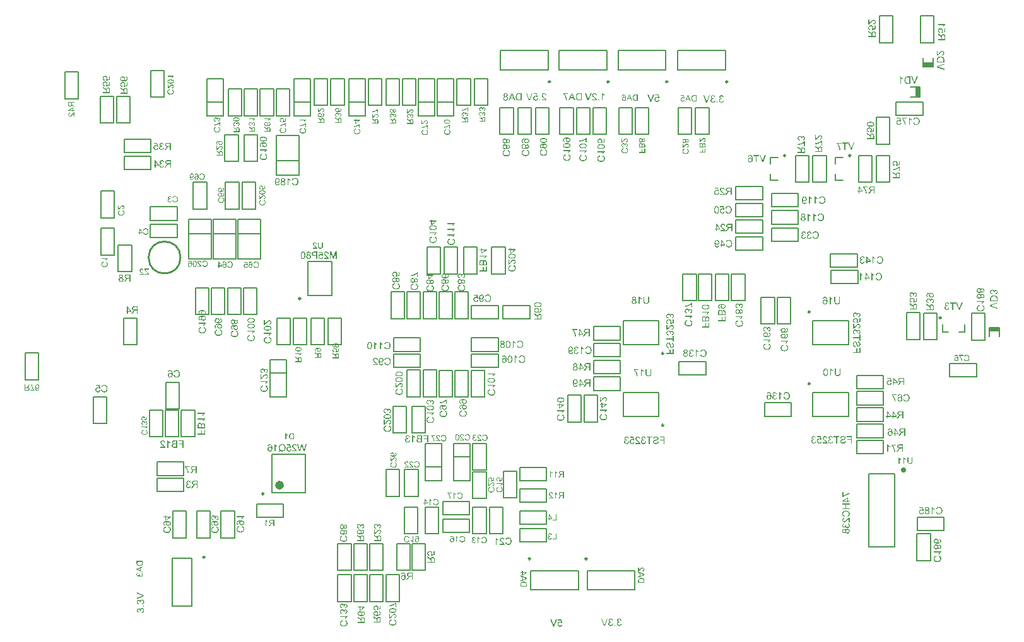
<source format=gbo>
G04*
G04 #@! TF.GenerationSoftware,Altium Limited,Altium Designer,21.9.1 (22)*
G04*
G04 Layer_Color=32896*
%FSLAX44Y44*%
%MOMM*%
G71*
G04*
G04 #@! TF.SameCoordinates,E6CF621C-C939-4E50-91FD-6E13A024CA84*
G04*
G04*
G04 #@! TF.FilePolarity,Positive*
G04*
G01*
G75*
%ADD10C,0.2500*%
%ADD12C,0.2000*%
%ADD16C,0.7000*%
%ADD18C,0.2540*%
%ADD115C,0.6000*%
%ADD168R,1.3500X0.5500*%
%ADD169R,0.5500X1.3500*%
G36*
X1049364Y-119231D02*
X1049744Y-119301D01*
X1050069Y-119414D01*
X1050351Y-119527D01*
X1050478Y-119597D01*
X1050576Y-119654D01*
X1050675Y-119710D01*
X1050745Y-119767D01*
X1050802Y-119809D01*
X1050844Y-119837D01*
X1050872Y-119851D01*
X1050886Y-119865D01*
X1051154Y-120133D01*
X1051366Y-120429D01*
X1051535Y-120739D01*
X1051676Y-121049D01*
X1051760Y-121317D01*
X1051803Y-121430D01*
X1051831Y-121529D01*
X1051845Y-121613D01*
X1051859Y-121670D01*
X1051873Y-121712D01*
Y-121726D01*
X1050675Y-121937D01*
X1050619Y-121627D01*
X1050534Y-121359D01*
X1050435Y-121134D01*
X1050337Y-120951D01*
X1050238Y-120810D01*
X1050153Y-120711D01*
X1050097Y-120640D01*
X1050083Y-120626D01*
X1049900Y-120485D01*
X1049702Y-120373D01*
X1049519Y-120302D01*
X1049336Y-120246D01*
X1049166Y-120218D01*
X1049040Y-120189D01*
X1048927D01*
X1048673Y-120204D01*
X1048448Y-120260D01*
X1048250Y-120330D01*
X1048081Y-120401D01*
X1047954Y-120485D01*
X1047856Y-120556D01*
X1047785Y-120612D01*
X1047771Y-120626D01*
X1047616Y-120795D01*
X1047503Y-120979D01*
X1047433Y-121162D01*
X1047376Y-121331D01*
X1047348Y-121486D01*
X1047320Y-121599D01*
Y-121684D01*
Y-121698D01*
Y-121712D01*
Y-121867D01*
X1047348Y-122008D01*
X1047419Y-122247D01*
X1047517Y-122459D01*
X1047630Y-122642D01*
X1047743Y-122769D01*
X1047841Y-122868D01*
X1047912Y-122924D01*
X1047926Y-122938D01*
X1047940D01*
X1048180Y-123065D01*
X1048405Y-123164D01*
X1048645Y-123234D01*
X1048856Y-123277D01*
X1049040Y-123305D01*
X1049195Y-123333D01*
X1049378D01*
X1049434Y-123319D01*
X1049505D01*
X1049646Y-124376D01*
X1049463Y-124334D01*
X1049293Y-124306D01*
X1049152Y-124277D01*
X1049025Y-124263D01*
X1048927Y-124249D01*
X1048800D01*
X1048504Y-124277D01*
X1048236Y-124334D01*
X1047997Y-124418D01*
X1047799Y-124517D01*
X1047644Y-124616D01*
X1047531Y-124700D01*
X1047461Y-124757D01*
X1047433Y-124785D01*
X1047249Y-124996D01*
X1047108Y-125222D01*
X1047010Y-125448D01*
X1046953Y-125673D01*
X1046911Y-125856D01*
X1046897Y-126011D01*
X1046883Y-126068D01*
Y-126110D01*
Y-126138D01*
Y-126152D01*
X1046911Y-126462D01*
X1046982Y-126744D01*
X1047066Y-126984D01*
X1047179Y-127196D01*
X1047292Y-127365D01*
X1047376Y-127492D01*
X1047447Y-127576D01*
X1047475Y-127604D01*
X1047700Y-127802D01*
X1047940Y-127943D01*
X1048180Y-128041D01*
X1048405Y-128112D01*
X1048603Y-128154D01*
X1048758Y-128168D01*
X1048814Y-128182D01*
X1048899D01*
X1049152Y-128168D01*
X1049392Y-128112D01*
X1049604Y-128041D01*
X1049773Y-127957D01*
X1049914Y-127886D01*
X1050026Y-127816D01*
X1050083Y-127760D01*
X1050111Y-127745D01*
X1050280Y-127548D01*
X1050421Y-127323D01*
X1050548Y-127083D01*
X1050647Y-126829D01*
X1050717Y-126618D01*
X1050745Y-126519D01*
X1050760Y-126434D01*
X1050774Y-126364D01*
X1050788Y-126307D01*
X1050802Y-126279D01*
Y-126265D01*
X1052000Y-126420D01*
X1051972Y-126646D01*
X1051929Y-126857D01*
X1051803Y-127252D01*
X1051648Y-127590D01*
X1051563Y-127731D01*
X1051478Y-127872D01*
X1051394Y-127999D01*
X1051309Y-128098D01*
X1051239Y-128196D01*
X1051168Y-128267D01*
X1051126Y-128323D01*
X1051084Y-128366D01*
X1051056Y-128394D01*
X1051041Y-128408D01*
X1050872Y-128535D01*
X1050703Y-128662D01*
X1050534Y-128760D01*
X1050351Y-128845D01*
X1049998Y-128986D01*
X1049660Y-129071D01*
X1049505Y-129099D01*
X1049364Y-129127D01*
X1049237Y-129141D01*
X1049124Y-129155D01*
X1049040Y-129169D01*
X1048913D01*
X1048645Y-129155D01*
X1048405Y-129127D01*
X1048166Y-129085D01*
X1047940Y-129028D01*
X1047729Y-128958D01*
X1047545Y-128887D01*
X1047362Y-128803D01*
X1047207Y-128718D01*
X1047052Y-128648D01*
X1046925Y-128563D01*
X1046812Y-128492D01*
X1046728Y-128422D01*
X1046657Y-128366D01*
X1046601Y-128323D01*
X1046573Y-128295D01*
X1046559Y-128281D01*
X1046389Y-128112D01*
X1046248Y-127929D01*
X1046122Y-127745D01*
X1046009Y-127562D01*
X1045924Y-127393D01*
X1045840Y-127210D01*
X1045727Y-126871D01*
X1045699Y-126716D01*
X1045670Y-126575D01*
X1045642Y-126448D01*
X1045628Y-126336D01*
X1045614Y-126251D01*
Y-126181D01*
Y-126138D01*
Y-126124D01*
X1045628Y-125786D01*
X1045685Y-125476D01*
X1045769Y-125208D01*
X1045854Y-124982D01*
X1045938Y-124799D01*
X1046023Y-124658D01*
X1046079Y-124573D01*
X1046093Y-124545D01*
X1046291Y-124334D01*
X1046502Y-124151D01*
X1046728Y-124010D01*
X1046953Y-123897D01*
X1047151Y-123812D01*
X1047306Y-123756D01*
X1047362Y-123742D01*
X1047404Y-123728D01*
X1047433Y-123714D01*
X1047447D01*
X1047207Y-123587D01*
X1047010Y-123460D01*
X1046841Y-123319D01*
X1046700Y-123192D01*
X1046587Y-123079D01*
X1046502Y-122981D01*
X1046460Y-122924D01*
X1046446Y-122896D01*
X1046333Y-122699D01*
X1046248Y-122501D01*
X1046178Y-122304D01*
X1046136Y-122121D01*
X1046107Y-121966D01*
X1046093Y-121853D01*
Y-121768D01*
Y-121740D01*
X1046107Y-121500D01*
X1046150Y-121261D01*
X1046206Y-121049D01*
X1046277Y-120866D01*
X1046347Y-120711D01*
X1046404Y-120584D01*
X1046446Y-120514D01*
X1046460Y-120485D01*
X1046601Y-120274D01*
X1046770Y-120091D01*
X1046939Y-119936D01*
X1047108Y-119795D01*
X1047249Y-119696D01*
X1047376Y-119611D01*
X1047461Y-119569D01*
X1047475Y-119555D01*
X1047489D01*
X1047743Y-119442D01*
X1047997Y-119358D01*
X1048250Y-119287D01*
X1048476Y-119245D01*
X1048659Y-119217D01*
X1048814Y-119203D01*
X1049166D01*
X1049364Y-119231D01*
D02*
G37*
G36*
X1037988D02*
X1038368Y-119301D01*
X1038692Y-119414D01*
X1038974Y-119527D01*
X1039101Y-119597D01*
X1039200Y-119654D01*
X1039299Y-119710D01*
X1039369Y-119767D01*
X1039426Y-119809D01*
X1039468Y-119837D01*
X1039496Y-119851D01*
X1039510Y-119865D01*
X1039778Y-120133D01*
X1039989Y-120429D01*
X1040158Y-120739D01*
X1040300Y-121049D01*
X1040384Y-121317D01*
X1040426Y-121430D01*
X1040455Y-121529D01*
X1040469Y-121613D01*
X1040483Y-121670D01*
X1040497Y-121712D01*
Y-121726D01*
X1039299Y-121937D01*
X1039242Y-121627D01*
X1039158Y-121359D01*
X1039059Y-121134D01*
X1038960Y-120951D01*
X1038862Y-120810D01*
X1038777Y-120711D01*
X1038721Y-120640D01*
X1038707Y-120626D01*
X1038523Y-120485D01*
X1038326Y-120373D01*
X1038143Y-120302D01*
X1037959Y-120246D01*
X1037790Y-120218D01*
X1037663Y-120189D01*
X1037551D01*
X1037297Y-120204D01*
X1037071Y-120260D01*
X1036874Y-120330D01*
X1036705Y-120401D01*
X1036578Y-120485D01*
X1036479Y-120556D01*
X1036409Y-120612D01*
X1036395Y-120626D01*
X1036240Y-120795D01*
X1036127Y-120979D01*
X1036056Y-121162D01*
X1036000Y-121331D01*
X1035972Y-121486D01*
X1035944Y-121599D01*
Y-121684D01*
Y-121698D01*
Y-121712D01*
Y-121867D01*
X1035972Y-122008D01*
X1036042Y-122247D01*
X1036141Y-122459D01*
X1036254Y-122642D01*
X1036366Y-122769D01*
X1036465Y-122868D01*
X1036536Y-122924D01*
X1036550Y-122938D01*
X1036564D01*
X1036803Y-123065D01*
X1037029Y-123164D01*
X1037269Y-123234D01*
X1037480Y-123277D01*
X1037663Y-123305D01*
X1037818Y-123333D01*
X1038002D01*
X1038058Y-123319D01*
X1038129D01*
X1038270Y-124376D01*
X1038086Y-124334D01*
X1037917Y-124306D01*
X1037776Y-124277D01*
X1037649Y-124263D01*
X1037551Y-124249D01*
X1037424D01*
X1037128Y-124277D01*
X1036860Y-124334D01*
X1036620Y-124418D01*
X1036423Y-124517D01*
X1036268Y-124616D01*
X1036155Y-124700D01*
X1036085Y-124757D01*
X1036056Y-124785D01*
X1035873Y-124996D01*
X1035732Y-125222D01*
X1035633Y-125448D01*
X1035577Y-125673D01*
X1035535Y-125856D01*
X1035521Y-126011D01*
X1035507Y-126068D01*
Y-126110D01*
Y-126138D01*
Y-126152D01*
X1035535Y-126462D01*
X1035605Y-126744D01*
X1035690Y-126984D01*
X1035803Y-127196D01*
X1035915Y-127365D01*
X1036000Y-127492D01*
X1036070Y-127576D01*
X1036099Y-127604D01*
X1036324Y-127802D01*
X1036564Y-127943D01*
X1036803Y-128041D01*
X1037029Y-128112D01*
X1037226Y-128154D01*
X1037381Y-128168D01*
X1037438Y-128182D01*
X1037522D01*
X1037776Y-128168D01*
X1038016Y-128112D01*
X1038227Y-128041D01*
X1038396Y-127957D01*
X1038537Y-127886D01*
X1038650Y-127816D01*
X1038707Y-127760D01*
X1038735Y-127745D01*
X1038904Y-127548D01*
X1039045Y-127323D01*
X1039172Y-127083D01*
X1039270Y-126829D01*
X1039341Y-126618D01*
X1039369Y-126519D01*
X1039383Y-126434D01*
X1039397Y-126364D01*
X1039411Y-126307D01*
X1039426Y-126279D01*
Y-126265D01*
X1040624Y-126420D01*
X1040595Y-126646D01*
X1040553Y-126857D01*
X1040426Y-127252D01*
X1040271Y-127590D01*
X1040187Y-127731D01*
X1040102Y-127872D01*
X1040018Y-127999D01*
X1039933Y-128098D01*
X1039863Y-128196D01*
X1039792Y-128267D01*
X1039750Y-128323D01*
X1039707Y-128366D01*
X1039679Y-128394D01*
X1039665Y-128408D01*
X1039496Y-128535D01*
X1039327Y-128662D01*
X1039158Y-128760D01*
X1038974Y-128845D01*
X1038622Y-128986D01*
X1038284Y-129071D01*
X1038129Y-129099D01*
X1037988Y-129127D01*
X1037861Y-129141D01*
X1037748Y-129155D01*
X1037663Y-129169D01*
X1037536D01*
X1037269Y-129155D01*
X1037029Y-129127D01*
X1036789Y-129085D01*
X1036564Y-129028D01*
X1036352Y-128958D01*
X1036169Y-128887D01*
X1035986Y-128803D01*
X1035831Y-128718D01*
X1035676Y-128648D01*
X1035549Y-128563D01*
X1035436Y-128492D01*
X1035351Y-128422D01*
X1035281Y-128366D01*
X1035225Y-128323D01*
X1035196Y-128295D01*
X1035182Y-128281D01*
X1035013Y-128112D01*
X1034872Y-127929D01*
X1034745Y-127745D01*
X1034632Y-127562D01*
X1034548Y-127393D01*
X1034463Y-127210D01*
X1034351Y-126871D01*
X1034322Y-126716D01*
X1034294Y-126575D01*
X1034266Y-126448D01*
X1034252Y-126336D01*
X1034238Y-126251D01*
Y-126181D01*
Y-126138D01*
Y-126124D01*
X1034252Y-125786D01*
X1034308Y-125476D01*
X1034393Y-125208D01*
X1034477Y-124982D01*
X1034562Y-124799D01*
X1034647Y-124658D01*
X1034703Y-124573D01*
X1034717Y-124545D01*
X1034914Y-124334D01*
X1035126Y-124151D01*
X1035351Y-124010D01*
X1035577Y-123897D01*
X1035774Y-123812D01*
X1035929Y-123756D01*
X1035986Y-123742D01*
X1036028Y-123728D01*
X1036056Y-123714D01*
X1036070D01*
X1035831Y-123587D01*
X1035633Y-123460D01*
X1035464Y-123319D01*
X1035323Y-123192D01*
X1035210Y-123079D01*
X1035126Y-122981D01*
X1035084Y-122924D01*
X1035070Y-122896D01*
X1034957Y-122699D01*
X1034872Y-122501D01*
X1034802Y-122304D01*
X1034759Y-122121D01*
X1034731Y-121966D01*
X1034717Y-121853D01*
Y-121768D01*
Y-121740D01*
X1034731Y-121500D01*
X1034773Y-121261D01*
X1034830Y-121049D01*
X1034900Y-120866D01*
X1034971Y-120711D01*
X1035027Y-120584D01*
X1035070Y-120514D01*
X1035084Y-120485D01*
X1035225Y-120274D01*
X1035394Y-120091D01*
X1035563Y-119936D01*
X1035732Y-119795D01*
X1035873Y-119696D01*
X1036000Y-119611D01*
X1036085Y-119569D01*
X1036099Y-119555D01*
X1036113D01*
X1036366Y-119442D01*
X1036620Y-119358D01*
X1036874Y-119287D01*
X1037100Y-119245D01*
X1037283Y-119217D01*
X1037438Y-119203D01*
X1037790D01*
X1037988Y-119231D01*
D02*
G37*
G36*
X1029797Y-129000D02*
X1028444D01*
X1024638Y-119245D01*
X1025949D01*
X1028599Y-126336D01*
X1028712Y-126632D01*
X1028810Y-126914D01*
X1028895Y-127182D01*
X1028966Y-127421D01*
X1029036Y-127633D01*
X1029078Y-127788D01*
X1029092Y-127844D01*
X1029107Y-127886D01*
X1029121Y-127914D01*
Y-127929D01*
X1029290Y-127365D01*
X1029374Y-127097D01*
X1029459Y-126857D01*
X1029529Y-126646D01*
X1029558Y-126561D01*
X1029572Y-126477D01*
X1029600Y-126420D01*
X1029614Y-126378D01*
X1029628Y-126350D01*
Y-126336D01*
X1032166Y-119245D01*
X1033575D01*
X1029797Y-129000D01*
D02*
G37*
G36*
X1043753D02*
X1042386D01*
Y-127633D01*
X1043753D01*
Y-129000D01*
D02*
G37*
G36*
X965288Y-123348D02*
X964161Y-123503D01*
X964062Y-123348D01*
X963935Y-123221D01*
X963822Y-123094D01*
X963710Y-122996D01*
X963597Y-122925D01*
X963512Y-122855D01*
X963456Y-122826D01*
X963442Y-122812D01*
X963259Y-122728D01*
X963075Y-122657D01*
X962906Y-122615D01*
X962737Y-122573D01*
X962596Y-122559D01*
X962483Y-122544D01*
X962215D01*
X962046Y-122573D01*
X961750Y-122643D01*
X961497Y-122742D01*
X961271Y-122840D01*
X961102Y-122953D01*
X960975Y-123052D01*
X960904Y-123122D01*
X960876Y-123137D01*
Y-123151D01*
X960679Y-123390D01*
X960538Y-123644D01*
X960439Y-123912D01*
X960369Y-124180D01*
X960326Y-124405D01*
X960312Y-124504D01*
Y-124588D01*
X960298Y-124659D01*
Y-124715D01*
Y-124744D01*
Y-124758D01*
Y-124955D01*
X960326Y-125138D01*
X960397Y-125491D01*
X960496Y-125787D01*
X960594Y-126026D01*
X960707Y-126224D01*
X960806Y-126379D01*
X960848Y-126421D01*
X960876Y-126463D01*
X960890Y-126477D01*
X960904Y-126492D01*
X961017Y-126604D01*
X961130Y-126703D01*
X961384Y-126872D01*
X961623Y-126985D01*
X961863Y-127056D01*
X962060Y-127112D01*
X962230Y-127126D01*
X962286Y-127140D01*
X962371D01*
X962638Y-127126D01*
X962878Y-127070D01*
X963089Y-126999D01*
X963259Y-126915D01*
X963414Y-126830D01*
X963526Y-126760D01*
X963583Y-126703D01*
X963611Y-126689D01*
X963780Y-126492D01*
X963921Y-126280D01*
X964034Y-126040D01*
X964118Y-125829D01*
X964175Y-125618D01*
X964217Y-125463D01*
X964231Y-125392D01*
X964245Y-125350D01*
Y-125322D01*
Y-125308D01*
X965500Y-125406D01*
X965472Y-125632D01*
X965430Y-125843D01*
X965303Y-126238D01*
X965148Y-126576D01*
X965063Y-126731D01*
X964978Y-126858D01*
X964908Y-126985D01*
X964823Y-127098D01*
X964753Y-127182D01*
X964682Y-127253D01*
X964626Y-127309D01*
X964598Y-127366D01*
X964570Y-127380D01*
X964556Y-127394D01*
X964386Y-127521D01*
X964217Y-127633D01*
X964034Y-127732D01*
X963851Y-127817D01*
X963498Y-127944D01*
X963146Y-128028D01*
X962991Y-128070D01*
X962836Y-128085D01*
X962709Y-128099D01*
X962596Y-128113D01*
X962497Y-128127D01*
X962371D01*
X962074Y-128113D01*
X961793Y-128070D01*
X961525Y-128014D01*
X961285Y-127944D01*
X961059Y-127845D01*
X960848Y-127746D01*
X960651Y-127648D01*
X960481Y-127535D01*
X960326Y-127422D01*
X960185Y-127323D01*
X960073Y-127211D01*
X959974Y-127126D01*
X959903Y-127056D01*
X959847Y-126999D01*
X959819Y-126957D01*
X959805Y-126943D01*
X959664Y-126760D01*
X959551Y-126562D01*
X959438Y-126379D01*
X959354Y-126181D01*
X959213Y-125801D01*
X959128Y-125434D01*
X959100Y-125279D01*
X959072Y-125124D01*
X959058Y-124997D01*
X959044Y-124885D01*
X959029Y-124786D01*
Y-124715D01*
Y-124673D01*
Y-124659D01*
X959044Y-124405D01*
X959072Y-124166D01*
X959114Y-123926D01*
X959170Y-123715D01*
X959241Y-123517D01*
X959311Y-123320D01*
X959396Y-123151D01*
X959466Y-122996D01*
X959551Y-122855D01*
X959636Y-122728D01*
X959706Y-122629D01*
X959777Y-122530D01*
X959833Y-122460D01*
X959875Y-122418D01*
X959903Y-122389D01*
X959918Y-122375D01*
X960087Y-122220D01*
X960256Y-122079D01*
X960439Y-121966D01*
X960622Y-121868D01*
X960806Y-121769D01*
X960989Y-121699D01*
X961327Y-121600D01*
X961482Y-121558D01*
X961623Y-121530D01*
X961750Y-121515D01*
X961863Y-121501D01*
X961948Y-121487D01*
X962258D01*
X962427Y-121515D01*
X962765Y-121586D01*
X963075Y-121685D01*
X963357Y-121797D01*
X963583Y-121910D01*
X963681Y-121966D01*
X963766Y-122009D01*
X963837Y-122051D01*
X963879Y-122079D01*
X963907Y-122093D01*
X963921Y-122107D01*
X963400Y-119471D01*
X959495D01*
Y-118329D01*
X964344D01*
X965288Y-123348D01*
D02*
G37*
G36*
X954659Y-127958D02*
X953306D01*
X949500Y-118203D01*
X950811D01*
X953461Y-125293D01*
X953574Y-125589D01*
X953673Y-125871D01*
X953757Y-126139D01*
X953828Y-126379D01*
X953898Y-126590D01*
X953941Y-126745D01*
X953955Y-126802D01*
X953969Y-126844D01*
X953983Y-126872D01*
Y-126886D01*
X954152Y-126322D01*
X954237Y-126055D01*
X954321Y-125815D01*
X954392Y-125604D01*
X954420Y-125519D01*
X954434Y-125434D01*
X954462Y-125378D01*
X954476Y-125336D01*
X954490Y-125308D01*
Y-125293D01*
X957028Y-118203D01*
X958437D01*
X954659Y-127958D01*
D02*
G37*
G36*
X274000Y-791194D02*
Y-792547D01*
X264245Y-796325D01*
Y-794915D01*
X271336Y-792378D01*
X271350D01*
X271378Y-792364D01*
X271420Y-792350D01*
X271477Y-792322D01*
X271561Y-792308D01*
X271646Y-792279D01*
X271857Y-792209D01*
X272097Y-792124D01*
X272365Y-792040D01*
X272929Y-791871D01*
X272915D01*
X272886Y-791857D01*
X272844Y-791842D01*
X272788Y-791828D01*
X272633Y-791786D01*
X272421Y-791715D01*
X272181Y-791645D01*
X271914Y-791560D01*
X271632Y-791462D01*
X271336Y-791349D01*
X264245Y-788699D01*
Y-787388D01*
X274000Y-791194D01*
D02*
G37*
G36*
X271336Y-797002D02*
X271448Y-797016D01*
X271575Y-797044D01*
X271716Y-797072D01*
X271871Y-797101D01*
X272210Y-797213D01*
X272393Y-797298D01*
X272562Y-797383D01*
X272745Y-797495D01*
X272929Y-797622D01*
X273112Y-797763D01*
X273281Y-797932D01*
X273295Y-797946D01*
X273323Y-797975D01*
X273366Y-798031D01*
X273422Y-798101D01*
X273493Y-798186D01*
X273563Y-798299D01*
X273648Y-798426D01*
X273718Y-798581D01*
X273803Y-798736D01*
X273887Y-798919D01*
X273958Y-799102D01*
X274028Y-799314D01*
X274085Y-799539D01*
X274127Y-799779D01*
X274155Y-800019D01*
X274169Y-800286D01*
Y-800413D01*
X274155Y-800498D01*
X274141Y-800611D01*
X274127Y-800738D01*
X274099Y-800879D01*
X274070Y-801034D01*
X273986Y-801372D01*
X273845Y-801724D01*
X273760Y-801908D01*
X273662Y-802077D01*
X273535Y-802246D01*
X273408Y-802415D01*
X273394Y-802429D01*
X273366Y-802457D01*
X273323Y-802500D01*
X273267Y-802542D01*
X273197Y-802613D01*
X273098Y-802683D01*
X272999Y-802767D01*
X272872Y-802852D01*
X272731Y-802937D01*
X272590Y-803021D01*
X272252Y-803176D01*
X271857Y-803303D01*
X271646Y-803345D01*
X271420Y-803374D01*
X271265Y-802176D01*
X271279D01*
X271308Y-802161D01*
X271364Y-802147D01*
X271434Y-802133D01*
X271519Y-802119D01*
X271618Y-802091D01*
X271829Y-802020D01*
X272083Y-801922D01*
X272323Y-801795D01*
X272548Y-801654D01*
X272745Y-801485D01*
X272759Y-801457D01*
X272816Y-801400D01*
X272886Y-801287D01*
X272957Y-801146D01*
X273041Y-800977D01*
X273112Y-800766D01*
X273168Y-800526D01*
X273182Y-800272D01*
Y-800188D01*
X273168Y-800131D01*
X273154Y-799976D01*
X273112Y-799779D01*
X273041Y-799553D01*
X272943Y-799314D01*
X272802Y-799074D01*
X272604Y-798849D01*
X272576Y-798820D01*
X272492Y-798750D01*
X272365Y-798665D01*
X272196Y-798552D01*
X271984Y-798440D01*
X271744Y-798355D01*
X271463Y-798285D01*
X271152Y-798257D01*
X271138D01*
X271110D01*
X271068D01*
X271011Y-798271D01*
X270856Y-798285D01*
X270673Y-798327D01*
X270448Y-798383D01*
X270222Y-798482D01*
X269996Y-798623D01*
X269785Y-798806D01*
X269757Y-798835D01*
X269700Y-798905D01*
X269616Y-799018D01*
X269517Y-799173D01*
X269419Y-799370D01*
X269334Y-799610D01*
X269277Y-799878D01*
X269249Y-800174D01*
Y-800301D01*
X269263Y-800399D01*
X269277Y-800526D01*
X269306Y-800667D01*
X269334Y-800836D01*
X269376Y-801020D01*
X268319Y-800879D01*
Y-800808D01*
X268333Y-800752D01*
Y-800568D01*
X268305Y-800413D01*
X268277Y-800230D01*
X268234Y-800019D01*
X268164Y-799779D01*
X268065Y-799553D01*
X267938Y-799314D01*
Y-799300D01*
X267924Y-799286D01*
X267868Y-799215D01*
X267769Y-799116D01*
X267642Y-799004D01*
X267459Y-798891D01*
X267248Y-798792D01*
X267008Y-798722D01*
X266867Y-798693D01*
X266712D01*
X266698D01*
X266684D01*
X266599D01*
X266486Y-798722D01*
X266331Y-798750D01*
X266162Y-798806D01*
X265979Y-798877D01*
X265796Y-798989D01*
X265626Y-799145D01*
X265612Y-799159D01*
X265556Y-799229D01*
X265485Y-799328D01*
X265401Y-799455D01*
X265330Y-799624D01*
X265260Y-799821D01*
X265203Y-800047D01*
X265189Y-800301D01*
Y-800413D01*
X265218Y-800540D01*
X265246Y-800709D01*
X265302Y-800893D01*
X265373Y-801076D01*
X265485Y-801273D01*
X265626Y-801457D01*
X265641Y-801471D01*
X265711Y-801527D01*
X265810Y-801612D01*
X265951Y-801710D01*
X266134Y-801809D01*
X266359Y-801908D01*
X266627Y-801992D01*
X266937Y-802049D01*
X266726Y-803247D01*
X266712D01*
X266670Y-803233D01*
X266613Y-803219D01*
X266529Y-803204D01*
X266430Y-803176D01*
X266317Y-803134D01*
X266049Y-803049D01*
X265739Y-802908D01*
X265429Y-802739D01*
X265133Y-802528D01*
X264865Y-802260D01*
X264851Y-802246D01*
X264837Y-802218D01*
X264809Y-802176D01*
X264767Y-802119D01*
X264710Y-802049D01*
X264654Y-801950D01*
X264597Y-801851D01*
X264527Y-801724D01*
X264414Y-801442D01*
X264301Y-801118D01*
X264231Y-800738D01*
X264203Y-800540D01*
Y-800188D01*
X264217Y-800033D01*
X264245Y-799849D01*
X264287Y-799624D01*
X264358Y-799370D01*
X264442Y-799116D01*
X264555Y-798863D01*
Y-798849D01*
X264569Y-798835D01*
X264611Y-798750D01*
X264696Y-798623D01*
X264795Y-798482D01*
X264936Y-798313D01*
X265091Y-798144D01*
X265274Y-797975D01*
X265485Y-797834D01*
X265514Y-797820D01*
X265584Y-797777D01*
X265711Y-797721D01*
X265866Y-797650D01*
X266049Y-797580D01*
X266261Y-797523D01*
X266500Y-797481D01*
X266740Y-797467D01*
X266768D01*
X266853D01*
X266966Y-797481D01*
X267121Y-797509D01*
X267304Y-797552D01*
X267501Y-797622D01*
X267699Y-797707D01*
X267896Y-797820D01*
X267924Y-797834D01*
X267981Y-797876D01*
X268079Y-797961D01*
X268192Y-798073D01*
X268319Y-798214D01*
X268460Y-798383D01*
X268587Y-798581D01*
X268714Y-798820D01*
Y-798806D01*
X268728Y-798778D01*
X268742Y-798736D01*
X268756Y-798679D01*
X268812Y-798524D01*
X268897Y-798327D01*
X269010Y-798101D01*
X269151Y-797876D01*
X269334Y-797664D01*
X269545Y-797467D01*
X269574Y-797453D01*
X269658Y-797397D01*
X269799Y-797312D01*
X269982Y-797227D01*
X270208Y-797143D01*
X270476Y-797058D01*
X270786Y-797002D01*
X271124Y-796988D01*
X271138D01*
X271181D01*
X271251D01*
X271336Y-797002D01*
D02*
G37*
G36*
X274000Y-806503D02*
X272633D01*
Y-805136D01*
X274000D01*
Y-806503D01*
D02*
G37*
G36*
X271336Y-808378D02*
X271448Y-808392D01*
X271575Y-808420D01*
X271716Y-808449D01*
X271871Y-808477D01*
X272210Y-808590D01*
X272393Y-808674D01*
X272562Y-808759D01*
X272745Y-808872D01*
X272929Y-808998D01*
X273112Y-809139D01*
X273281Y-809308D01*
X273295Y-809323D01*
X273323Y-809351D01*
X273366Y-809407D01*
X273422Y-809478D01*
X273493Y-809562D01*
X273563Y-809675D01*
X273648Y-809802D01*
X273718Y-809957D01*
X273803Y-810112D01*
X273887Y-810295D01*
X273958Y-810479D01*
X274028Y-810690D01*
X274085Y-810916D01*
X274127Y-811155D01*
X274155Y-811395D01*
X274169Y-811663D01*
Y-811790D01*
X274155Y-811874D01*
X274141Y-811987D01*
X274127Y-812114D01*
X274099Y-812255D01*
X274070Y-812410D01*
X273986Y-812748D01*
X273845Y-813101D01*
X273760Y-813284D01*
X273662Y-813453D01*
X273535Y-813622D01*
X273408Y-813791D01*
X273394Y-813805D01*
X273366Y-813834D01*
X273323Y-813876D01*
X273267Y-813918D01*
X273197Y-813989D01*
X273098Y-814059D01*
X272999Y-814144D01*
X272872Y-814228D01*
X272731Y-814313D01*
X272590Y-814398D01*
X272252Y-814553D01*
X271857Y-814679D01*
X271646Y-814722D01*
X271420Y-814750D01*
X271265Y-813552D01*
X271279D01*
X271308Y-813538D01*
X271364Y-813523D01*
X271434Y-813509D01*
X271519Y-813495D01*
X271618Y-813467D01*
X271829Y-813397D01*
X272083Y-813298D01*
X272323Y-813171D01*
X272548Y-813030D01*
X272745Y-812861D01*
X272759Y-812833D01*
X272816Y-812776D01*
X272886Y-812664D01*
X272957Y-812523D01*
X273041Y-812354D01*
X273112Y-812142D01*
X273168Y-811902D01*
X273182Y-811649D01*
Y-811564D01*
X273168Y-811508D01*
X273154Y-811353D01*
X273112Y-811155D01*
X273041Y-810930D01*
X272943Y-810690D01*
X272802Y-810450D01*
X272604Y-810225D01*
X272576Y-810197D01*
X272492Y-810126D01*
X272365Y-810042D01*
X272196Y-809929D01*
X271984Y-809816D01*
X271744Y-809732D01*
X271463Y-809661D01*
X271152Y-809633D01*
X271138D01*
X271110D01*
X271068D01*
X271011Y-809647D01*
X270856Y-809661D01*
X270673Y-809703D01*
X270448Y-809760D01*
X270222Y-809858D01*
X269996Y-809999D01*
X269785Y-810183D01*
X269757Y-810211D01*
X269700Y-810281D01*
X269616Y-810394D01*
X269517Y-810549D01*
X269419Y-810746D01*
X269334Y-810986D01*
X269277Y-811254D01*
X269249Y-811550D01*
Y-811677D01*
X269263Y-811776D01*
X269277Y-811902D01*
X269306Y-812043D01*
X269334Y-812213D01*
X269376Y-812396D01*
X268319Y-812255D01*
Y-812184D01*
X268333Y-812128D01*
Y-811945D01*
X268305Y-811790D01*
X268277Y-811606D01*
X268234Y-811395D01*
X268164Y-811155D01*
X268065Y-810930D01*
X267938Y-810690D01*
Y-810676D01*
X267924Y-810662D01*
X267868Y-810591D01*
X267769Y-810493D01*
X267642Y-810380D01*
X267459Y-810267D01*
X267248Y-810169D01*
X267008Y-810098D01*
X266867Y-810070D01*
X266712D01*
X266698D01*
X266684D01*
X266599D01*
X266486Y-810098D01*
X266331Y-810126D01*
X266162Y-810183D01*
X265979Y-810253D01*
X265796Y-810366D01*
X265626Y-810521D01*
X265612Y-810535D01*
X265556Y-810605D01*
X265485Y-810704D01*
X265401Y-810831D01*
X265330Y-811000D01*
X265260Y-811198D01*
X265203Y-811423D01*
X265189Y-811677D01*
Y-811790D01*
X265218Y-811917D01*
X265246Y-812086D01*
X265302Y-812269D01*
X265373Y-812452D01*
X265485Y-812650D01*
X265626Y-812833D01*
X265641Y-812847D01*
X265711Y-812903D01*
X265810Y-812988D01*
X265951Y-813086D01*
X266134Y-813185D01*
X266359Y-813284D01*
X266627Y-813369D01*
X266937Y-813425D01*
X266726Y-814623D01*
X266712D01*
X266670Y-814609D01*
X266613Y-814595D01*
X266529Y-814581D01*
X266430Y-814553D01*
X266317Y-814510D01*
X266049Y-814426D01*
X265739Y-814285D01*
X265429Y-814116D01*
X265133Y-813904D01*
X264865Y-813636D01*
X264851Y-813622D01*
X264837Y-813594D01*
X264809Y-813552D01*
X264767Y-813495D01*
X264710Y-813425D01*
X264654Y-813326D01*
X264597Y-813227D01*
X264527Y-813101D01*
X264414Y-812819D01*
X264301Y-812495D01*
X264231Y-812114D01*
X264203Y-811917D01*
Y-811564D01*
X264217Y-811409D01*
X264245Y-811226D01*
X264287Y-811000D01*
X264358Y-810746D01*
X264442Y-810493D01*
X264555Y-810239D01*
Y-810225D01*
X264569Y-810211D01*
X264611Y-810126D01*
X264696Y-809999D01*
X264795Y-809858D01*
X264936Y-809689D01*
X265091Y-809520D01*
X265274Y-809351D01*
X265485Y-809210D01*
X265514Y-809196D01*
X265584Y-809154D01*
X265711Y-809097D01*
X265866Y-809027D01*
X266049Y-808956D01*
X266261Y-808900D01*
X266500Y-808857D01*
X266740Y-808843D01*
X266768D01*
X266853D01*
X266966Y-808857D01*
X267121Y-808886D01*
X267304Y-808928D01*
X267501Y-808998D01*
X267699Y-809083D01*
X267896Y-809196D01*
X267924Y-809210D01*
X267981Y-809252D01*
X268079Y-809337D01*
X268192Y-809449D01*
X268319Y-809591D01*
X268460Y-809760D01*
X268587Y-809957D01*
X268714Y-810197D01*
Y-810183D01*
X268728Y-810154D01*
X268742Y-810112D01*
X268756Y-810056D01*
X268812Y-809901D01*
X268897Y-809703D01*
X269010Y-809478D01*
X269151Y-809252D01*
X269334Y-809041D01*
X269545Y-808843D01*
X269574Y-808829D01*
X269658Y-808773D01*
X269799Y-808688D01*
X269982Y-808604D01*
X270208Y-808519D01*
X270476Y-808435D01*
X270786Y-808378D01*
X271124Y-808364D01*
X271138D01*
X271181D01*
X271251D01*
X271336Y-808378D01*
D02*
G37*
G36*
X912114Y-822481D02*
X912495Y-822551D01*
X912819Y-822664D01*
X913101Y-822777D01*
X913227Y-822847D01*
X913326Y-822904D01*
X913425Y-822960D01*
X913495Y-823017D01*
X913552Y-823059D01*
X913594Y-823087D01*
X913622Y-823101D01*
X913636Y-823115D01*
X913904Y-823383D01*
X914116Y-823679D01*
X914285Y-823989D01*
X914426Y-824299D01*
X914510Y-824567D01*
X914553Y-824680D01*
X914581Y-824779D01*
X914595Y-824863D01*
X914609Y-824920D01*
X914623Y-824962D01*
Y-824976D01*
X913425Y-825187D01*
X913369Y-824877D01*
X913284Y-824609D01*
X913185Y-824384D01*
X913087Y-824201D01*
X912988Y-824060D01*
X912903Y-823961D01*
X912847Y-823891D01*
X912833Y-823876D01*
X912650Y-823735D01*
X912452Y-823623D01*
X912269Y-823552D01*
X912086Y-823496D01*
X911917Y-823468D01*
X911790Y-823439D01*
X911677D01*
X911423Y-823454D01*
X911198Y-823510D01*
X911000Y-823580D01*
X910831Y-823651D01*
X910704Y-823735D01*
X910605Y-823806D01*
X910535Y-823862D01*
X910521Y-823876D01*
X910366Y-824045D01*
X910253Y-824229D01*
X910183Y-824412D01*
X910126Y-824581D01*
X910098Y-824736D01*
X910070Y-824849D01*
Y-824934D01*
Y-824948D01*
Y-824962D01*
Y-825117D01*
X910098Y-825258D01*
X910169Y-825498D01*
X910267Y-825709D01*
X910380Y-825892D01*
X910493Y-826019D01*
X910591Y-826118D01*
X910662Y-826174D01*
X910676Y-826188D01*
X910690D01*
X910930Y-826315D01*
X911155Y-826414D01*
X911395Y-826484D01*
X911606Y-826527D01*
X911790Y-826555D01*
X911945Y-826583D01*
X912128D01*
X912184Y-826569D01*
X912255D01*
X912396Y-827626D01*
X912213Y-827584D01*
X912043Y-827556D01*
X911902Y-827527D01*
X911776Y-827513D01*
X911677Y-827499D01*
X911550D01*
X911254Y-827527D01*
X910986Y-827584D01*
X910747Y-827669D01*
X910549Y-827767D01*
X910394Y-827866D01*
X910281Y-827950D01*
X910211Y-828007D01*
X910183Y-828035D01*
X909999Y-828247D01*
X909858Y-828472D01*
X909760Y-828698D01*
X909703Y-828923D01*
X909661Y-829106D01*
X909647Y-829261D01*
X909633Y-829318D01*
Y-829360D01*
Y-829388D01*
Y-829402D01*
X909661Y-829713D01*
X909732Y-829995D01*
X909816Y-830234D01*
X909929Y-830446D01*
X910042Y-830615D01*
X910126Y-830742D01*
X910197Y-830826D01*
X910225Y-830854D01*
X910450Y-831052D01*
X910690Y-831193D01*
X910930Y-831291D01*
X911155Y-831362D01*
X911353Y-831404D01*
X911508Y-831418D01*
X911564Y-831432D01*
X911649D01*
X911902Y-831418D01*
X912142Y-831362D01*
X912354Y-831291D01*
X912523Y-831207D01*
X912664Y-831136D01*
X912776Y-831066D01*
X912833Y-831010D01*
X912861Y-830995D01*
X913030Y-830798D01*
X913171Y-830573D01*
X913298Y-830333D01*
X913397Y-830079D01*
X913467Y-829868D01*
X913495Y-829769D01*
X913510Y-829684D01*
X913524Y-829614D01*
X913538Y-829557D01*
X913552Y-829529D01*
Y-829515D01*
X914750Y-829670D01*
X914722Y-829896D01*
X914679Y-830107D01*
X914553Y-830502D01*
X914398Y-830840D01*
X914313Y-830981D01*
X914228Y-831122D01*
X914144Y-831249D01*
X914059Y-831348D01*
X913989Y-831447D01*
X913918Y-831517D01*
X913876Y-831573D01*
X913834Y-831616D01*
X913805Y-831644D01*
X913791Y-831658D01*
X913622Y-831785D01*
X913453Y-831912D01*
X913284Y-832010D01*
X913101Y-832095D01*
X912748Y-832236D01*
X912410Y-832320D01*
X912255Y-832349D01*
X912114Y-832377D01*
X911987Y-832391D01*
X911874Y-832405D01*
X911790Y-832419D01*
X911663D01*
X911395Y-832405D01*
X911155Y-832377D01*
X910916Y-832335D01*
X910690Y-832278D01*
X910479Y-832208D01*
X910295Y-832137D01*
X910112Y-832053D01*
X909957Y-831968D01*
X909802Y-831898D01*
X909675Y-831813D01*
X909562Y-831742D01*
X909478Y-831672D01*
X909407Y-831616D01*
X909351Y-831573D01*
X909323Y-831545D01*
X909309Y-831531D01*
X909139Y-831362D01*
X908998Y-831179D01*
X908872Y-830995D01*
X908759Y-830812D01*
X908674Y-830643D01*
X908590Y-830460D01*
X908477Y-830121D01*
X908449Y-829966D01*
X908420Y-829825D01*
X908392Y-829698D01*
X908378Y-829586D01*
X908364Y-829501D01*
Y-829431D01*
Y-829388D01*
Y-829374D01*
X908378Y-829036D01*
X908435Y-828726D01*
X908519Y-828458D01*
X908604Y-828232D01*
X908688Y-828049D01*
X908773Y-827908D01*
X908829Y-827823D01*
X908843Y-827795D01*
X909041Y-827584D01*
X909252Y-827401D01*
X909478Y-827260D01*
X909703Y-827147D01*
X909901Y-827062D01*
X910056Y-827006D01*
X910112Y-826992D01*
X910154Y-826978D01*
X910183Y-826964D01*
X910197D01*
X909957Y-826837D01*
X909760Y-826710D01*
X909591Y-826569D01*
X909449Y-826442D01*
X909337Y-826329D01*
X909252Y-826231D01*
X909210Y-826174D01*
X909196Y-826146D01*
X909083Y-825949D01*
X908998Y-825751D01*
X908928Y-825554D01*
X908886Y-825371D01*
X908857Y-825216D01*
X908843Y-825103D01*
Y-825018D01*
Y-824990D01*
X908857Y-824750D01*
X908900Y-824511D01*
X908956Y-824299D01*
X909027Y-824116D01*
X909097Y-823961D01*
X909154Y-823834D01*
X909196Y-823764D01*
X909210Y-823735D01*
X909351Y-823524D01*
X909520Y-823341D01*
X909689Y-823186D01*
X909858Y-823045D01*
X909999Y-822946D01*
X910126Y-822861D01*
X910211Y-822819D01*
X910225Y-822805D01*
X910239D01*
X910493Y-822692D01*
X910747Y-822608D01*
X911000Y-822537D01*
X911226Y-822495D01*
X911409Y-822467D01*
X911564Y-822453D01*
X911917D01*
X912114Y-822481D01*
D02*
G37*
G36*
X900738D02*
X901118Y-822551D01*
X901442Y-822664D01*
X901724Y-822777D01*
X901851Y-822847D01*
X901950Y-822904D01*
X902049Y-822960D01*
X902119Y-823017D01*
X902176Y-823059D01*
X902218Y-823087D01*
X902246Y-823101D01*
X902260Y-823115D01*
X902528Y-823383D01*
X902739Y-823679D01*
X902908Y-823989D01*
X903049Y-824299D01*
X903134Y-824567D01*
X903176Y-824680D01*
X903205Y-824779D01*
X903219Y-824863D01*
X903233Y-824920D01*
X903247Y-824962D01*
Y-824976D01*
X902049Y-825187D01*
X901992Y-824877D01*
X901908Y-824609D01*
X901809Y-824384D01*
X901710Y-824201D01*
X901612Y-824060D01*
X901527Y-823961D01*
X901471Y-823891D01*
X901457Y-823876D01*
X901273Y-823735D01*
X901076Y-823623D01*
X900893Y-823552D01*
X900709Y-823496D01*
X900540Y-823468D01*
X900413Y-823439D01*
X900301D01*
X900047Y-823454D01*
X899821Y-823510D01*
X899624Y-823580D01*
X899455Y-823651D01*
X899328Y-823735D01*
X899229Y-823806D01*
X899159Y-823862D01*
X899145Y-823876D01*
X898990Y-824045D01*
X898877Y-824229D01*
X898806Y-824412D01*
X898750Y-824581D01*
X898722Y-824736D01*
X898693Y-824849D01*
Y-824934D01*
Y-824948D01*
Y-824962D01*
Y-825117D01*
X898722Y-825258D01*
X898792Y-825498D01*
X898891Y-825709D01*
X899004Y-825892D01*
X899116Y-826019D01*
X899215Y-826118D01*
X899286Y-826174D01*
X899300Y-826188D01*
X899314D01*
X899553Y-826315D01*
X899779Y-826414D01*
X900019Y-826484D01*
X900230Y-826527D01*
X900413Y-826555D01*
X900568Y-826583D01*
X900752D01*
X900808Y-826569D01*
X900879D01*
X901020Y-827626D01*
X900836Y-827584D01*
X900667Y-827556D01*
X900526Y-827527D01*
X900399Y-827513D01*
X900301Y-827499D01*
X900174D01*
X899878Y-827527D01*
X899610Y-827584D01*
X899370Y-827669D01*
X899173Y-827767D01*
X899018Y-827866D01*
X898905Y-827950D01*
X898835Y-828007D01*
X898806Y-828035D01*
X898623Y-828247D01*
X898482Y-828472D01*
X898383Y-828698D01*
X898327Y-828923D01*
X898285Y-829106D01*
X898271Y-829261D01*
X898257Y-829318D01*
Y-829360D01*
Y-829388D01*
Y-829402D01*
X898285Y-829713D01*
X898355Y-829995D01*
X898440Y-830234D01*
X898553Y-830446D01*
X898665Y-830615D01*
X898750Y-830742D01*
X898820Y-830826D01*
X898849Y-830854D01*
X899074Y-831052D01*
X899314Y-831193D01*
X899553Y-831291D01*
X899779Y-831362D01*
X899976Y-831404D01*
X900131Y-831418D01*
X900188Y-831432D01*
X900272D01*
X900526Y-831418D01*
X900766Y-831362D01*
X900977Y-831291D01*
X901146Y-831207D01*
X901287Y-831136D01*
X901400Y-831066D01*
X901457Y-831010D01*
X901485Y-830995D01*
X901654Y-830798D01*
X901795Y-830573D01*
X901922Y-830333D01*
X902020Y-830079D01*
X902091Y-829868D01*
X902119Y-829769D01*
X902133Y-829684D01*
X902147Y-829614D01*
X902161Y-829557D01*
X902176Y-829529D01*
Y-829515D01*
X903374Y-829670D01*
X903345Y-829896D01*
X903303Y-830107D01*
X903176Y-830502D01*
X903021Y-830840D01*
X902937Y-830981D01*
X902852Y-831122D01*
X902768Y-831249D01*
X902683Y-831348D01*
X902613Y-831447D01*
X902542Y-831517D01*
X902500Y-831573D01*
X902457Y-831616D01*
X902429Y-831644D01*
X902415Y-831658D01*
X902246Y-831785D01*
X902077Y-831912D01*
X901908Y-832010D01*
X901724Y-832095D01*
X901372Y-832236D01*
X901034Y-832320D01*
X900879Y-832349D01*
X900738Y-832377D01*
X900611Y-832391D01*
X900498Y-832405D01*
X900413Y-832419D01*
X900286D01*
X900019Y-832405D01*
X899779Y-832377D01*
X899539Y-832335D01*
X899314Y-832278D01*
X899102Y-832208D01*
X898919Y-832137D01*
X898736Y-832053D01*
X898581Y-831968D01*
X898426Y-831898D01*
X898299Y-831813D01*
X898186Y-831742D01*
X898102Y-831672D01*
X898031Y-831616D01*
X897975Y-831573D01*
X897946Y-831545D01*
X897932Y-831531D01*
X897763Y-831362D01*
X897622Y-831179D01*
X897495Y-830995D01*
X897383Y-830812D01*
X897298Y-830643D01*
X897213Y-830460D01*
X897101Y-830121D01*
X897072Y-829966D01*
X897044Y-829825D01*
X897016Y-829698D01*
X897002Y-829586D01*
X896988Y-829501D01*
Y-829431D01*
Y-829388D01*
Y-829374D01*
X897002Y-829036D01*
X897058Y-828726D01*
X897143Y-828458D01*
X897227Y-828232D01*
X897312Y-828049D01*
X897397Y-827908D01*
X897453Y-827823D01*
X897467Y-827795D01*
X897664Y-827584D01*
X897876Y-827401D01*
X898102Y-827260D01*
X898327Y-827147D01*
X898524Y-827062D01*
X898679Y-827006D01*
X898736Y-826992D01*
X898778Y-826978D01*
X898806Y-826964D01*
X898820D01*
X898581Y-826837D01*
X898383Y-826710D01*
X898214Y-826569D01*
X898073Y-826442D01*
X897961Y-826329D01*
X897876Y-826231D01*
X897834Y-826174D01*
X897820Y-826146D01*
X897707Y-825949D01*
X897622Y-825751D01*
X897552Y-825554D01*
X897509Y-825371D01*
X897481Y-825216D01*
X897467Y-825103D01*
Y-825018D01*
Y-824990D01*
X897481Y-824750D01*
X897523Y-824511D01*
X897580Y-824299D01*
X897650Y-824116D01*
X897721Y-823961D01*
X897777Y-823834D01*
X897820Y-823764D01*
X897834Y-823735D01*
X897975Y-823524D01*
X898144Y-823341D01*
X898313Y-823186D01*
X898482Y-823045D01*
X898623Y-822946D01*
X898750Y-822861D01*
X898835Y-822819D01*
X898849Y-822805D01*
X898863D01*
X899116Y-822692D01*
X899370Y-822608D01*
X899624Y-822537D01*
X899849Y-822495D01*
X900033Y-822467D01*
X900188Y-822453D01*
X900540D01*
X900738Y-822481D01*
D02*
G37*
G36*
X892547Y-832250D02*
X891194D01*
X887388Y-822495D01*
X888699D01*
X891349Y-829586D01*
X891462Y-829882D01*
X891560Y-830164D01*
X891645Y-830432D01*
X891715Y-830671D01*
X891786Y-830883D01*
X891828Y-831038D01*
X891842Y-831094D01*
X891857Y-831136D01*
X891871Y-831164D01*
Y-831179D01*
X892040Y-830615D01*
X892124Y-830347D01*
X892209Y-830107D01*
X892279Y-829896D01*
X892308Y-829811D01*
X892322Y-829727D01*
X892350Y-829670D01*
X892364Y-829628D01*
X892378Y-829600D01*
Y-829586D01*
X894915Y-822495D01*
X896325D01*
X892547Y-832250D01*
D02*
G37*
G36*
X906503D02*
X905136D01*
Y-830883D01*
X906503D01*
Y-832250D01*
D02*
G37*
G36*
X835039Y-828640D02*
X833911Y-828795D01*
X833812Y-828640D01*
X833685Y-828513D01*
X833572Y-828387D01*
X833460Y-828288D01*
X833347Y-828217D01*
X833262Y-828147D01*
X833206Y-828119D01*
X833192Y-828105D01*
X833009Y-828020D01*
X832825Y-827950D01*
X832656Y-827907D01*
X832487Y-827865D01*
X832346Y-827851D01*
X832233Y-827837D01*
X831965D01*
X831796Y-827865D01*
X831500Y-827935D01*
X831246Y-828034D01*
X831021Y-828133D01*
X830852Y-828246D01*
X830725Y-828344D01*
X830654Y-828415D01*
X830626Y-828429D01*
Y-828443D01*
X830429Y-828683D01*
X830288Y-828936D01*
X830189Y-829204D01*
X830119Y-829472D01*
X830076Y-829698D01*
X830062Y-829796D01*
Y-829881D01*
X830048Y-829951D01*
Y-830008D01*
Y-830036D01*
Y-830050D01*
Y-830247D01*
X830076Y-830431D01*
X830147Y-830783D01*
X830246Y-831079D01*
X830344Y-831319D01*
X830457Y-831516D01*
X830556Y-831671D01*
X830598Y-831713D01*
X830626Y-831756D01*
X830640Y-831770D01*
X830654Y-831784D01*
X830767Y-831897D01*
X830880Y-831995D01*
X831134Y-832165D01*
X831373Y-832277D01*
X831613Y-832348D01*
X831810Y-832404D01*
X831980Y-832418D01*
X832036Y-832432D01*
X832121D01*
X832388Y-832418D01*
X832628Y-832362D01*
X832839Y-832291D01*
X833009Y-832207D01*
X833164Y-832122D01*
X833276Y-832052D01*
X833333Y-831995D01*
X833361Y-831981D01*
X833530Y-831784D01*
X833671Y-831572D01*
X833784Y-831333D01*
X833868Y-831121D01*
X833925Y-830910D01*
X833967Y-830755D01*
X833981Y-830684D01*
X833995Y-830642D01*
Y-830614D01*
Y-830600D01*
X835250Y-830698D01*
X835222Y-830924D01*
X835180Y-831135D01*
X835053Y-831530D01*
X834898Y-831869D01*
X834813Y-832024D01*
X834728Y-832150D01*
X834658Y-832277D01*
X834573Y-832390D01*
X834503Y-832475D01*
X834432Y-832545D01*
X834376Y-832601D01*
X834348Y-832658D01*
X834320Y-832672D01*
X834305Y-832686D01*
X834136Y-832813D01*
X833967Y-832926D01*
X833784Y-833024D01*
X833601Y-833109D01*
X833248Y-833236D01*
X832896Y-833320D01*
X832741Y-833363D01*
X832586Y-833377D01*
X832459Y-833391D01*
X832346Y-833405D01*
X832247Y-833419D01*
X832121D01*
X831824Y-833405D01*
X831543Y-833363D01*
X831275Y-833306D01*
X831035Y-833236D01*
X830809Y-833137D01*
X830598Y-833038D01*
X830401Y-832940D01*
X830231Y-832827D01*
X830076Y-832714D01*
X829935Y-832616D01*
X829823Y-832503D01*
X829724Y-832418D01*
X829653Y-832348D01*
X829597Y-832291D01*
X829569Y-832249D01*
X829555Y-832235D01*
X829414Y-832052D01*
X829301Y-831854D01*
X829188Y-831671D01*
X829104Y-831474D01*
X828963Y-831093D01*
X828878Y-830727D01*
X828850Y-830572D01*
X828822Y-830416D01*
X828808Y-830290D01*
X828794Y-830177D01*
X828780Y-830078D01*
Y-830008D01*
Y-829965D01*
Y-829951D01*
X828794Y-829698D01*
X828822Y-829458D01*
X828864Y-829218D01*
X828920Y-829007D01*
X828991Y-828809D01*
X829061Y-828612D01*
X829146Y-828443D01*
X829217Y-828288D01*
X829301Y-828147D01*
X829386Y-828020D01*
X829456Y-827921D01*
X829527Y-827823D01*
X829583Y-827752D01*
X829625Y-827710D01*
X829653Y-827682D01*
X829668Y-827668D01*
X829837Y-827513D01*
X830006Y-827372D01*
X830189Y-827259D01*
X830372Y-827160D01*
X830556Y-827061D01*
X830739Y-826991D01*
X831077Y-826892D01*
X831232Y-826850D01*
X831373Y-826822D01*
X831500Y-826808D01*
X831613Y-826794D01*
X831697Y-826779D01*
X832008D01*
X832177Y-826808D01*
X832515Y-826878D01*
X832825Y-826977D01*
X833107Y-827090D01*
X833333Y-827202D01*
X833431Y-827259D01*
X833516Y-827301D01*
X833587Y-827343D01*
X833629Y-827372D01*
X833657Y-827386D01*
X833671Y-827400D01*
X833149Y-824764D01*
X829245D01*
Y-823622D01*
X834094D01*
X835039Y-828640D01*
D02*
G37*
G36*
X824409Y-833250D02*
X823056D01*
X819250Y-823495D01*
X820561D01*
X823211Y-830586D01*
X823324Y-830882D01*
X823423Y-831164D01*
X823507Y-831432D01*
X823578Y-831671D01*
X823648Y-831883D01*
X823690Y-832038D01*
X823705Y-832094D01*
X823719Y-832136D01*
X823733Y-832165D01*
Y-832179D01*
X823902Y-831615D01*
X823987Y-831347D01*
X824071Y-831107D01*
X824142Y-830896D01*
X824170Y-830811D01*
X824184Y-830727D01*
X824212Y-830670D01*
X824226Y-830628D01*
X824240Y-830600D01*
Y-830586D01*
X826778Y-823495D01*
X828187D01*
X824409Y-833250D01*
D02*
G37*
G36*
X878547Y-116217D02*
X878787Y-116231D01*
X879012Y-116273D01*
X879224Y-116315D01*
X879421Y-116372D01*
X879604Y-116428D01*
X879773Y-116499D01*
X879929Y-116569D01*
X880070Y-116640D01*
X880182Y-116710D01*
X880281Y-116767D01*
X880366Y-116823D01*
X880436Y-116865D01*
X880478Y-116907D01*
X880507Y-116922D01*
X880521Y-116936D01*
X880661Y-117077D01*
X880788Y-117232D01*
X880915Y-117401D01*
X881014Y-117570D01*
X881183Y-117908D01*
X881296Y-118247D01*
X881338Y-118402D01*
X881380Y-118557D01*
X881409Y-118684D01*
X881437Y-118796D01*
X881451Y-118895D01*
Y-118966D01*
X881465Y-119008D01*
Y-119022D01*
X880239Y-119149D01*
X880210Y-118825D01*
X880154Y-118543D01*
X880070Y-118289D01*
X879971Y-118092D01*
X879886Y-117922D01*
X879802Y-117810D01*
X879745Y-117739D01*
X879717Y-117711D01*
X879506Y-117542D01*
X879280Y-117415D01*
X879040Y-117316D01*
X878829Y-117260D01*
X878632Y-117218D01*
X878462Y-117204D01*
X878406Y-117189D01*
X878321D01*
X878025Y-117204D01*
X877758Y-117260D01*
X877532Y-117344D01*
X877335Y-117429D01*
X877180Y-117528D01*
X877081Y-117598D01*
X877010Y-117655D01*
X876982Y-117683D01*
X876813Y-117880D01*
X876686Y-118077D01*
X876588Y-118275D01*
X876531Y-118472D01*
X876489Y-118627D01*
X876475Y-118768D01*
X876461Y-118853D01*
Y-118867D01*
Y-118881D01*
X876489Y-119135D01*
X876545Y-119403D01*
X876644Y-119642D01*
X876743Y-119868D01*
X876855Y-120051D01*
X876954Y-120206D01*
X876982Y-120262D01*
X877010Y-120305D01*
X877039Y-120319D01*
Y-120333D01*
X877151Y-120488D01*
X877292Y-120643D01*
X877447Y-120812D01*
X877617Y-120982D01*
X877969Y-121320D01*
X878321Y-121658D01*
X878505Y-121813D01*
X878660Y-121954D01*
X878815Y-122081D01*
X878942Y-122194D01*
X879040Y-122278D01*
X879125Y-122349D01*
X879181Y-122391D01*
X879195Y-122405D01*
X879548Y-122701D01*
X879872Y-122983D01*
X880140Y-123237D01*
X880351Y-123448D01*
X880535Y-123632D01*
X880661Y-123759D01*
X880732Y-123843D01*
X880760Y-123857D01*
Y-123871D01*
X880958Y-124111D01*
X881113Y-124337D01*
X881254Y-124562D01*
X881366Y-124760D01*
X881451Y-124929D01*
X881507Y-125056D01*
X881535Y-125140D01*
X881550Y-125154D01*
Y-125168D01*
X881606Y-125323D01*
X881634Y-125464D01*
X881662Y-125605D01*
X881676Y-125732D01*
X881691Y-125845D01*
Y-125929D01*
Y-125986D01*
Y-126000D01*
X875220D01*
Y-124844D01*
X880027D01*
X879858Y-124604D01*
X879773Y-124506D01*
X879703Y-124407D01*
X879632Y-124323D01*
X879576Y-124266D01*
X879534Y-124224D01*
X879520Y-124210D01*
X879449Y-124139D01*
X879365Y-124069D01*
X879167Y-123885D01*
X878942Y-123674D01*
X878702Y-123462D01*
X878476Y-123279D01*
X878378Y-123195D01*
X878293Y-123110D01*
X878223Y-123054D01*
X878166Y-123011D01*
X878138Y-122983D01*
X878124Y-122969D01*
X877898Y-122772D01*
X877673Y-122589D01*
X877476Y-122405D01*
X877292Y-122250D01*
X877123Y-122095D01*
X876982Y-121954D01*
X876841Y-121827D01*
X876729Y-121714D01*
X876616Y-121602D01*
X876531Y-121517D01*
X876461Y-121447D01*
X876390Y-121376D01*
X876320Y-121292D01*
X876292Y-121263D01*
X876094Y-121024D01*
X875925Y-120812D01*
X875784Y-120601D01*
X875671Y-120432D01*
X875587Y-120277D01*
X875530Y-120164D01*
X875502Y-120093D01*
X875488Y-120065D01*
X875403Y-119854D01*
X875347Y-119642D01*
X875291Y-119445D01*
X875262Y-119276D01*
X875248Y-119121D01*
X875234Y-119008D01*
Y-118937D01*
Y-118909D01*
X875248Y-118698D01*
X875276Y-118500D01*
X875305Y-118303D01*
X875361Y-118134D01*
X875502Y-117795D01*
X875643Y-117528D01*
X875728Y-117401D01*
X875798Y-117302D01*
X875869Y-117204D01*
X875939Y-117133D01*
X875995Y-117077D01*
X876024Y-117020D01*
X876052Y-117006D01*
X876066Y-116992D01*
X876221Y-116851D01*
X876390Y-116724D01*
X876573Y-116625D01*
X876757Y-116541D01*
X877123Y-116400D01*
X877490Y-116301D01*
X877645Y-116273D01*
X877800Y-116245D01*
X877941Y-116231D01*
X878054Y-116217D01*
X878152Y-116203D01*
X878293D01*
X878547Y-116217D01*
D02*
G37*
G36*
X889303Y-116442D02*
X889458Y-116668D01*
X889641Y-116893D01*
X889810Y-117091D01*
X889980Y-117260D01*
X890107Y-117401D01*
X890163Y-117443D01*
X890205Y-117485D01*
X890219Y-117500D01*
X890233Y-117514D01*
X890529Y-117753D01*
X890826Y-117979D01*
X891107Y-118176D01*
X891389Y-118331D01*
X891629Y-118472D01*
X891728Y-118529D01*
X891812Y-118571D01*
X891883Y-118613D01*
X891939Y-118627D01*
X891967Y-118656D01*
X891981D01*
Y-119811D01*
X891770Y-119727D01*
X891559Y-119628D01*
X891347Y-119529D01*
X891150Y-119431D01*
X890981Y-119346D01*
X890840Y-119276D01*
X890755Y-119219D01*
X890741Y-119205D01*
X890727D01*
X890473Y-119050D01*
X890247Y-118895D01*
X890050Y-118754D01*
X889895Y-118627D01*
X889754Y-118529D01*
X889669Y-118444D01*
X889599Y-118388D01*
X889585Y-118373D01*
Y-126000D01*
X888387D01*
Y-116203D01*
X889162D01*
X889303Y-116442D01*
D02*
G37*
G36*
X870681Y-126000D02*
X869327D01*
X865521Y-116245D01*
X866832D01*
X869483Y-123336D01*
X869595Y-123632D01*
X869694Y-123914D01*
X869779Y-124181D01*
X869849Y-124421D01*
X869920Y-124633D01*
X869962Y-124788D01*
X869976Y-124844D01*
X869990Y-124886D01*
X870004Y-124915D01*
Y-124929D01*
X870173Y-124365D01*
X870258Y-124097D01*
X870342Y-123857D01*
X870413Y-123646D01*
X870441Y-123561D01*
X870455Y-123477D01*
X870483Y-123420D01*
X870498Y-123378D01*
X870512Y-123350D01*
Y-123336D01*
X873049Y-116245D01*
X874459D01*
X870681Y-126000D01*
D02*
G37*
G36*
X884637D02*
X883270D01*
Y-124633D01*
X884637D01*
Y-126000D01*
D02*
G37*
G36*
X811006Y-116467D02*
X811246Y-116481D01*
X811471Y-116523D01*
X811683Y-116565D01*
X811880Y-116622D01*
X812063Y-116678D01*
X812232Y-116749D01*
X812387Y-116819D01*
X812528Y-116890D01*
X812641Y-116960D01*
X812740Y-117016D01*
X812824Y-117073D01*
X812895Y-117115D01*
X812937Y-117157D01*
X812965Y-117171D01*
X812980Y-117186D01*
X813120Y-117327D01*
X813247Y-117482D01*
X813374Y-117651D01*
X813473Y-117820D01*
X813642Y-118158D01*
X813755Y-118497D01*
X813797Y-118652D01*
X813839Y-118807D01*
X813868Y-118934D01*
X813896Y-119046D01*
X813910Y-119145D01*
Y-119216D01*
X813924Y-119258D01*
Y-119272D01*
X812698Y-119399D01*
X812669Y-119075D01*
X812613Y-118793D01*
X812528Y-118539D01*
X812430Y-118342D01*
X812345Y-118172D01*
X812261Y-118060D01*
X812204Y-117989D01*
X812176Y-117961D01*
X811964Y-117792D01*
X811739Y-117665D01*
X811499Y-117566D01*
X811288Y-117510D01*
X811090Y-117468D01*
X810921Y-117453D01*
X810865Y-117439D01*
X810780D01*
X810484Y-117453D01*
X810217Y-117510D01*
X809991Y-117594D01*
X809794Y-117679D01*
X809639Y-117778D01*
X809540Y-117848D01*
X809469Y-117905D01*
X809441Y-117933D01*
X809272Y-118130D01*
X809145Y-118328D01*
X809046Y-118525D01*
X808990Y-118722D01*
X808948Y-118877D01*
X808934Y-119018D01*
X808920Y-119103D01*
Y-119117D01*
Y-119131D01*
X808948Y-119385D01*
X809004Y-119653D01*
X809103Y-119892D01*
X809202Y-120118D01*
X809314Y-120301D01*
X809413Y-120456D01*
X809441Y-120513D01*
X809469Y-120555D01*
X809498Y-120569D01*
Y-120583D01*
X809610Y-120738D01*
X809751Y-120893D01*
X809906Y-121062D01*
X810076Y-121231D01*
X810428Y-121570D01*
X810780Y-121908D01*
X810964Y-122063D01*
X811119Y-122204D01*
X811274Y-122331D01*
X811401Y-122444D01*
X811499Y-122528D01*
X811584Y-122599D01*
X811640Y-122641D01*
X811654Y-122655D01*
X812007Y-122951D01*
X812331Y-123233D01*
X812599Y-123487D01*
X812810Y-123698D01*
X812994Y-123882D01*
X813120Y-124009D01*
X813191Y-124093D01*
X813219Y-124107D01*
Y-124121D01*
X813417Y-124361D01*
X813572Y-124586D01*
X813713Y-124812D01*
X813825Y-125009D01*
X813910Y-125179D01*
X813966Y-125306D01*
X813995Y-125390D01*
X814009Y-125404D01*
Y-125418D01*
X814065Y-125573D01*
X814093Y-125714D01*
X814121Y-125855D01*
X814136Y-125982D01*
X814150Y-126095D01*
Y-126180D01*
Y-126236D01*
Y-126250D01*
X807679D01*
Y-125094D01*
X812486D01*
X812317Y-124854D01*
X812232Y-124756D01*
X812162Y-124657D01*
X812091Y-124572D01*
X812035Y-124516D01*
X811993Y-124474D01*
X811979Y-124460D01*
X811908Y-124389D01*
X811824Y-124319D01*
X811626Y-124135D01*
X811401Y-123924D01*
X811161Y-123713D01*
X810936Y-123529D01*
X810837Y-123445D01*
X810752Y-123360D01*
X810682Y-123304D01*
X810625Y-123261D01*
X810597Y-123233D01*
X810583Y-123219D01*
X810358Y-123022D01*
X810132Y-122838D01*
X809935Y-122655D01*
X809751Y-122500D01*
X809582Y-122345D01*
X809441Y-122204D01*
X809300Y-122077D01*
X809187Y-121965D01*
X809075Y-121852D01*
X808990Y-121767D01*
X808920Y-121697D01*
X808849Y-121626D01*
X808779Y-121542D01*
X808750Y-121513D01*
X808553Y-121274D01*
X808384Y-121062D01*
X808243Y-120851D01*
X808130Y-120682D01*
X808046Y-120527D01*
X807989Y-120414D01*
X807961Y-120343D01*
X807947Y-120315D01*
X807862Y-120104D01*
X807806Y-119892D01*
X807749Y-119695D01*
X807721Y-119526D01*
X807707Y-119371D01*
X807693Y-119258D01*
Y-119187D01*
Y-119159D01*
X807707Y-118948D01*
X807735Y-118750D01*
X807764Y-118553D01*
X807820Y-118384D01*
X807961Y-118046D01*
X808102Y-117778D01*
X808186Y-117651D01*
X808257Y-117552D01*
X808327Y-117453D01*
X808398Y-117383D01*
X808454Y-117327D01*
X808483Y-117270D01*
X808511Y-117256D01*
X808525Y-117242D01*
X808680Y-117101D01*
X808849Y-116974D01*
X809032Y-116875D01*
X809216Y-116791D01*
X809582Y-116650D01*
X809949Y-116551D01*
X810104Y-116523D01*
X810259Y-116495D01*
X810400Y-116481D01*
X810513Y-116467D01*
X810611Y-116453D01*
X810752D01*
X811006Y-116467D01*
D02*
G37*
G36*
X802393Y-121640D02*
X801265Y-121795D01*
X801166Y-121640D01*
X801039Y-121513D01*
X800927Y-121386D01*
X800814Y-121288D01*
X800701Y-121217D01*
X800617Y-121147D01*
X800560Y-121119D01*
X800546Y-121105D01*
X800363Y-121020D01*
X800180Y-120949D01*
X800010Y-120907D01*
X799841Y-120865D01*
X799700Y-120851D01*
X799587Y-120837D01*
X799320D01*
X799150Y-120865D01*
X798854Y-120935D01*
X798601Y-121034D01*
X798375Y-121133D01*
X798206Y-121246D01*
X798079Y-121344D01*
X798008Y-121415D01*
X797980Y-121429D01*
Y-121443D01*
X797783Y-121683D01*
X797642Y-121936D01*
X797543Y-122204D01*
X797473Y-122472D01*
X797430Y-122697D01*
X797416Y-122796D01*
Y-122881D01*
X797402Y-122951D01*
Y-123008D01*
Y-123036D01*
Y-123050D01*
Y-123247D01*
X797430Y-123431D01*
X797501Y-123783D01*
X797600Y-124079D01*
X797698Y-124319D01*
X797811Y-124516D01*
X797910Y-124671D01*
X797952Y-124713D01*
X797980Y-124756D01*
X797994Y-124770D01*
X798008Y-124784D01*
X798121Y-124897D01*
X798234Y-124995D01*
X798488Y-125164D01*
X798727Y-125277D01*
X798967Y-125348D01*
X799165Y-125404D01*
X799334Y-125418D01*
X799390Y-125432D01*
X799475D01*
X799742Y-125418D01*
X799982Y-125362D01*
X800193Y-125291D01*
X800363Y-125207D01*
X800518Y-125122D01*
X800631Y-125052D01*
X800687Y-124995D01*
X800715Y-124981D01*
X800884Y-124784D01*
X801025Y-124572D01*
X801138Y-124333D01*
X801223Y-124121D01*
X801279Y-123910D01*
X801321Y-123755D01*
X801335Y-123684D01*
X801349Y-123642D01*
Y-123614D01*
Y-123600D01*
X802604Y-123698D01*
X802576Y-123924D01*
X802534Y-124135D01*
X802407Y-124530D01*
X802252Y-124868D01*
X802167Y-125023D01*
X802083Y-125150D01*
X802012Y-125277D01*
X801927Y-125390D01*
X801857Y-125475D01*
X801786Y-125545D01*
X801730Y-125602D01*
X801702Y-125658D01*
X801674Y-125672D01*
X801660Y-125686D01*
X801490Y-125813D01*
X801321Y-125926D01*
X801138Y-126024D01*
X800955Y-126109D01*
X800602Y-126236D01*
X800250Y-126320D01*
X800095Y-126363D01*
X799940Y-126377D01*
X799813Y-126391D01*
X799700Y-126405D01*
X799602Y-126419D01*
X799475D01*
X799179Y-126405D01*
X798897Y-126363D01*
X798629Y-126306D01*
X798389Y-126236D01*
X798164Y-126137D01*
X797952Y-126039D01*
X797755Y-125940D01*
X797586Y-125827D01*
X797430Y-125714D01*
X797290Y-125616D01*
X797177Y-125503D01*
X797078Y-125418D01*
X797008Y-125348D01*
X796951Y-125291D01*
X796923Y-125249D01*
X796909Y-125235D01*
X796768Y-125052D01*
X796655Y-124854D01*
X796542Y-124671D01*
X796458Y-124474D01*
X796317Y-124093D01*
X796232Y-123727D01*
X796204Y-123572D01*
X796176Y-123417D01*
X796162Y-123290D01*
X796148Y-123177D01*
X796134Y-123078D01*
Y-123008D01*
Y-122965D01*
Y-122951D01*
X796148Y-122697D01*
X796176Y-122458D01*
X796218Y-122218D01*
X796275Y-122007D01*
X796345Y-121809D01*
X796416Y-121612D01*
X796500Y-121443D01*
X796571Y-121288D01*
X796655Y-121147D01*
X796740Y-121020D01*
X796810Y-120921D01*
X796881Y-120823D01*
X796937Y-120752D01*
X796979Y-120710D01*
X797008Y-120682D01*
X797022Y-120668D01*
X797191Y-120513D01*
X797360Y-120372D01*
X797543Y-120259D01*
X797727Y-120160D01*
X797910Y-120061D01*
X798093Y-119991D01*
X798431Y-119892D01*
X798587Y-119850D01*
X798727Y-119822D01*
X798854Y-119808D01*
X798967Y-119794D01*
X799052Y-119780D01*
X799362D01*
X799531Y-119808D01*
X799869Y-119878D01*
X800180Y-119977D01*
X800461Y-120090D01*
X800687Y-120202D01*
X800786Y-120259D01*
X800870Y-120301D01*
X800941Y-120343D01*
X800983Y-120372D01*
X801011Y-120386D01*
X801025Y-120400D01*
X800504Y-117764D01*
X796599D01*
Y-116622D01*
X801448D01*
X802393Y-121640D01*
D02*
G37*
G36*
X791764Y-126250D02*
X790410D01*
X786604Y-116495D01*
X787915D01*
X790565Y-123586D01*
X790678Y-123882D01*
X790777Y-124164D01*
X790861Y-124431D01*
X790932Y-124671D01*
X791002Y-124883D01*
X791045Y-125038D01*
X791059Y-125094D01*
X791073Y-125136D01*
X791087Y-125164D01*
Y-125179D01*
X791256Y-124615D01*
X791341Y-124347D01*
X791425Y-124107D01*
X791496Y-123896D01*
X791524Y-123811D01*
X791538Y-123727D01*
X791566Y-123670D01*
X791580Y-123628D01*
X791594Y-123600D01*
Y-123586D01*
X794132Y-116495D01*
X795542D01*
X791764Y-126250D01*
D02*
G37*
G36*
X805720D02*
X804352D01*
Y-124883D01*
X805720D01*
Y-126250D01*
D02*
G37*
G36*
X754739Y-713674D02*
X754975Y-713688D01*
X755196Y-713729D01*
X755404Y-713771D01*
X755599Y-713826D01*
X755779Y-713882D01*
X755945Y-713951D01*
X756098Y-714020D01*
X756236Y-714090D01*
X756348Y-714159D01*
X756444Y-714215D01*
X756528Y-714270D01*
X756597Y-714312D01*
X756639Y-714353D01*
X756666Y-714367D01*
X756680Y-714381D01*
X756819Y-714520D01*
X756944Y-714672D01*
X757069Y-714839D01*
X757166Y-715005D01*
X757332Y-715338D01*
X757443Y-715671D01*
X757485Y-715823D01*
X757526Y-715976D01*
X757554Y-716101D01*
X757582Y-716212D01*
X757596Y-716309D01*
Y-716378D01*
X757609Y-716420D01*
Y-716434D01*
X756403Y-716558D01*
X756375Y-716239D01*
X756320Y-715962D01*
X756236Y-715713D01*
X756139Y-715518D01*
X756056Y-715352D01*
X755973Y-715241D01*
X755918Y-715172D01*
X755890Y-715144D01*
X755682Y-714977D01*
X755460Y-714853D01*
X755224Y-714755D01*
X755016Y-714700D01*
X754822Y-714659D01*
X754656Y-714645D01*
X754600Y-714631D01*
X754517D01*
X754226Y-714645D01*
X753962Y-714700D01*
X753740Y-714783D01*
X753546Y-714866D01*
X753393Y-714964D01*
X753296Y-715033D01*
X753227Y-715088D01*
X753199Y-715116D01*
X753033Y-715310D01*
X752908Y-715504D01*
X752811Y-715699D01*
X752756Y-715893D01*
X752714Y-716045D01*
X752700Y-716184D01*
X752686Y-716267D01*
Y-716281D01*
Y-716295D01*
X752714Y-716545D01*
X752769Y-716808D01*
X752867Y-717044D01*
X752964Y-717266D01*
X753074Y-717446D01*
X753172Y-717599D01*
X753199Y-717654D01*
X753227Y-717696D01*
X753255Y-717710D01*
Y-717723D01*
X753366Y-717876D01*
X753504Y-718028D01*
X753657Y-718195D01*
X753823Y-718361D01*
X754170Y-718694D01*
X754517Y-719027D01*
X754697Y-719180D01*
X754850Y-719318D01*
X755002Y-719443D01*
X755127Y-719554D01*
X755224Y-719637D01*
X755307Y-719707D01*
X755363Y-719748D01*
X755377Y-719762D01*
X755723Y-720053D01*
X756042Y-720331D01*
X756306Y-720580D01*
X756514Y-720788D01*
X756694Y-720969D01*
X756819Y-721093D01*
X756888Y-721177D01*
X756916Y-721190D01*
Y-721204D01*
X757110Y-721440D01*
X757263Y-721662D01*
X757402Y-721884D01*
X757512Y-722078D01*
X757596Y-722244D01*
X757651Y-722369D01*
X757679Y-722452D01*
X757693Y-722466D01*
Y-722480D01*
X757748Y-722633D01*
X757776Y-722772D01*
X757804Y-722910D01*
X757818Y-723035D01*
X757831Y-723146D01*
Y-723229D01*
Y-723285D01*
Y-723298D01*
X751466D01*
Y-722161D01*
X756195D01*
X756029Y-721926D01*
X755945Y-721828D01*
X755876Y-721731D01*
X755807Y-721648D01*
X755751Y-721593D01*
X755710Y-721551D01*
X755696Y-721537D01*
X755626Y-721468D01*
X755543Y-721398D01*
X755349Y-721218D01*
X755127Y-721010D01*
X754891Y-720802D01*
X754669Y-720622D01*
X754572Y-720539D01*
X754489Y-720455D01*
X754420Y-720400D01*
X754364Y-720358D01*
X754336Y-720331D01*
X754323Y-720317D01*
X754101Y-720123D01*
X753879Y-719942D01*
X753685Y-719762D01*
X753504Y-719610D01*
X753338Y-719457D01*
X753199Y-719318D01*
X753061Y-719193D01*
X752950Y-719082D01*
X752839Y-718971D01*
X752756Y-718888D01*
X752686Y-718819D01*
X752617Y-718750D01*
X752548Y-718666D01*
X752520Y-718639D01*
X752326Y-718403D01*
X752159Y-718195D01*
X752020Y-717987D01*
X751910Y-717821D01*
X751826Y-717668D01*
X751771Y-717557D01*
X751743Y-717488D01*
X751729Y-717460D01*
X751646Y-717252D01*
X751591Y-717044D01*
X751535Y-716850D01*
X751507Y-716683D01*
X751494Y-716531D01*
X751480Y-716420D01*
Y-716350D01*
Y-716323D01*
X751494Y-716115D01*
X751521Y-715920D01*
X751549Y-715726D01*
X751605Y-715560D01*
X751743Y-715227D01*
X751882Y-714964D01*
X751965Y-714839D01*
X752034Y-714742D01*
X752104Y-714645D01*
X752173Y-714575D01*
X752228Y-714520D01*
X752256Y-714464D01*
X752284Y-714450D01*
X752298Y-714437D01*
X752450Y-714298D01*
X752617Y-714173D01*
X752797Y-714076D01*
X752977Y-713993D01*
X753338Y-713854D01*
X753699Y-713757D01*
X753851Y-713729D01*
X754004Y-713701D01*
X754142Y-713688D01*
X754253Y-713674D01*
X754350Y-713660D01*
X754489D01*
X754739Y-713674D01*
D02*
G37*
G36*
X746667Y-713896D02*
X746820Y-714118D01*
X747000Y-714340D01*
X747167Y-714534D01*
X747333Y-714700D01*
X747458Y-714839D01*
X747513Y-714880D01*
X747555Y-714922D01*
X747569Y-714936D01*
X747583Y-714950D01*
X747874Y-715185D01*
X748165Y-715407D01*
X748443Y-715602D01*
X748720Y-715754D01*
X748956Y-715893D01*
X749053Y-715948D01*
X749136Y-715990D01*
X749205Y-716031D01*
X749261Y-716045D01*
X749288Y-716073D01*
X749302D01*
Y-717210D01*
X749094Y-717127D01*
X748886Y-717030D01*
X748678Y-716933D01*
X748484Y-716836D01*
X748318Y-716753D01*
X748179Y-716683D01*
X748096Y-716628D01*
X748082Y-716614D01*
X748068D01*
X747818Y-716461D01*
X747597Y-716309D01*
X747402Y-716170D01*
X747250Y-716045D01*
X747111Y-715948D01*
X747028Y-715865D01*
X746959Y-715809D01*
X746945Y-715796D01*
Y-723298D01*
X745766D01*
Y-713660D01*
X746529D01*
X746667Y-713896D01*
D02*
G37*
G36*
X763171Y-713563D02*
X763615Y-713632D01*
X764003Y-713715D01*
X764183Y-713771D01*
X764350Y-713826D01*
X764502Y-713882D01*
X764641Y-713937D01*
X764752Y-713979D01*
X764863Y-714020D01*
X764932Y-714062D01*
X764987Y-714090D01*
X765029Y-714104D01*
X765043Y-714118D01*
X765417Y-714353D01*
X765736Y-714631D01*
X766014Y-714908D01*
X766249Y-715185D01*
X766430Y-715435D01*
X766499Y-715546D01*
X766555Y-715643D01*
X766610Y-715713D01*
X766638Y-715768D01*
X766652Y-715809D01*
X766665Y-715823D01*
X766860Y-716253D01*
X766998Y-716697D01*
X767095Y-717141D01*
X767165Y-717543D01*
X767193Y-717723D01*
X767206Y-717904D01*
X767220Y-718042D01*
Y-718181D01*
X767234Y-718278D01*
Y-718361D01*
Y-718417D01*
Y-718431D01*
X767206Y-718930D01*
X767151Y-719415D01*
X767082Y-719845D01*
X767026Y-720053D01*
X766984Y-720234D01*
X766943Y-720400D01*
X766887Y-720553D01*
X766846Y-720691D01*
X766818Y-720802D01*
X766777Y-720885D01*
X766763Y-720955D01*
X766735Y-720996D01*
Y-721010D01*
X766527Y-721426D01*
X766291Y-721801D01*
X766041Y-722120D01*
X765917Y-722244D01*
X765806Y-722369D01*
X765695Y-722480D01*
X765584Y-722577D01*
X765487Y-722661D01*
X765404Y-722716D01*
X765348Y-722772D01*
X765293Y-722813D01*
X765265Y-722827D01*
X765251Y-722841D01*
X765057Y-722952D01*
X764863Y-723049D01*
X764447Y-723201D01*
X764031Y-723312D01*
X763628Y-723382D01*
X763434Y-723409D01*
X763268Y-723437D01*
X763115Y-723451D01*
X762990D01*
X762879Y-723465D01*
X762727D01*
X762450Y-723451D01*
X762186Y-723423D01*
X761936Y-723396D01*
X761701Y-723340D01*
X761479Y-723271D01*
X761271Y-723201D01*
X761077Y-723132D01*
X760896Y-723049D01*
X760744Y-722980D01*
X760591Y-722910D01*
X760480Y-722841D01*
X760369Y-722772D01*
X760300Y-722716D01*
X760231Y-722688D01*
X760203Y-722661D01*
X760189Y-722647D01*
X759995Y-722480D01*
X759828Y-722314D01*
X759676Y-722120D01*
X759523Y-721926D01*
X759274Y-721537D01*
X759080Y-721149D01*
X758996Y-720969D01*
X758927Y-720802D01*
X758872Y-720650D01*
X758830Y-720525D01*
X758788Y-720414D01*
X758761Y-720331D01*
X758747Y-720275D01*
Y-720261D01*
X760023Y-719942D01*
X760078Y-720164D01*
X760147Y-720372D01*
X760217Y-720566D01*
X760286Y-720747D01*
X760369Y-720913D01*
X760452Y-721052D01*
X760550Y-721190D01*
X760633Y-721315D01*
X760702Y-721426D01*
X760785Y-721509D01*
X760855Y-721593D01*
X760910Y-721662D01*
X760966Y-721704D01*
X761007Y-721745D01*
X761021Y-721759D01*
X761035Y-721773D01*
X761174Y-721884D01*
X761326Y-721967D01*
X761631Y-722120D01*
X761923Y-722231D01*
X762214Y-722300D01*
X762463Y-722355D01*
X762561Y-722369D01*
X762658D01*
X762741Y-722383D01*
X762838D01*
X763157Y-722369D01*
X763462Y-722314D01*
X763739Y-722244D01*
X763989Y-722161D01*
X764183Y-722078D01*
X764266Y-722037D01*
X764336Y-722009D01*
X764391Y-721981D01*
X764433Y-721953D01*
X764461Y-721939D01*
X764474D01*
X764738Y-721745D01*
X764960Y-721537D01*
X765154Y-721301D01*
X765306Y-721079D01*
X765431Y-720885D01*
X765515Y-720719D01*
X765542Y-720650D01*
X765570Y-720608D01*
X765584Y-720580D01*
Y-720566D01*
X765695Y-720206D01*
X765778Y-719845D01*
X765847Y-719485D01*
X765889Y-719152D01*
X765903Y-718999D01*
X765917Y-718861D01*
Y-718736D01*
X765930Y-718639D01*
Y-718556D01*
Y-718486D01*
Y-718445D01*
Y-718431D01*
X765917Y-718070D01*
X765889Y-717737D01*
X765833Y-717432D01*
X765778Y-717155D01*
X765736Y-716919D01*
X765709Y-716822D01*
X765681Y-716739D01*
X765667Y-716669D01*
X765653Y-716628D01*
X765639Y-716600D01*
Y-716586D01*
X765501Y-716267D01*
X765348Y-715976D01*
X765182Y-715740D01*
X765001Y-715532D01*
X764849Y-715366D01*
X764724Y-715255D01*
X764627Y-715185D01*
X764613Y-715158D01*
X764599D01*
X764308Y-714977D01*
X763989Y-714839D01*
X763684Y-714742D01*
X763393Y-714686D01*
X763129Y-714645D01*
X763018Y-714631D01*
X762921D01*
X762852Y-714617D01*
X762741D01*
X762394Y-714631D01*
X762075Y-714686D01*
X761812Y-714769D01*
X761576Y-714853D01*
X761396Y-714950D01*
X761257Y-715019D01*
X761174Y-715074D01*
X761146Y-715102D01*
X760924Y-715310D01*
X760716Y-715546D01*
X760550Y-715796D01*
X760411Y-716045D01*
X760300Y-716267D01*
X760258Y-716378D01*
X760231Y-716461D01*
X760203Y-716531D01*
X760175Y-716586D01*
X760161Y-716614D01*
Y-716628D01*
X758913Y-716337D01*
X758996Y-716087D01*
X759080Y-715865D01*
X759191Y-715657D01*
X759288Y-715449D01*
X759398Y-715269D01*
X759523Y-715102D01*
X759634Y-714936D01*
X759745Y-714797D01*
X759856Y-714686D01*
X759953Y-714575D01*
X760050Y-714478D01*
X760120Y-714409D01*
X760189Y-714340D01*
X760245Y-714298D01*
X760272Y-714284D01*
X760286Y-714270D01*
X760480Y-714145D01*
X760674Y-714020D01*
X760869Y-713923D01*
X761077Y-713840D01*
X761493Y-713715D01*
X761867Y-713632D01*
X762047Y-713591D01*
X762200Y-713577D01*
X762353Y-713563D01*
X762477Y-713549D01*
X762574Y-713535D01*
X762713D01*
X763171Y-713563D01*
D02*
G37*
G36*
X119463Y-510267D02*
X119295Y-510508D01*
X119139Y-510724D01*
X118983Y-510904D01*
X118851Y-511072D01*
X118730Y-511192D01*
X118634Y-511288D01*
X118574Y-511349D01*
X118550Y-511373D01*
X118454Y-511445D01*
X118346Y-511529D01*
X118130Y-511661D01*
X118034Y-511709D01*
X117962Y-511757D01*
X117914Y-511781D01*
X117889Y-511793D01*
X118106Y-511829D01*
X118310Y-511865D01*
X118490Y-511925D01*
X118670Y-511973D01*
X118827Y-512033D01*
X118971Y-512105D01*
X119103Y-512165D01*
X119223Y-512226D01*
X119319Y-512298D01*
X119415Y-512358D01*
X119487Y-512406D01*
X119547Y-512454D01*
X119595Y-512490D01*
X119632Y-512526D01*
X119643Y-512538D01*
X119656Y-512550D01*
X119752Y-512670D01*
X119848Y-512790D01*
X119992Y-513043D01*
X120088Y-513295D01*
X120160Y-513535D01*
X120208Y-513739D01*
X120220Y-513824D01*
Y-513908D01*
X120232Y-513968D01*
Y-514016D01*
Y-514040D01*
Y-514052D01*
X120220Y-514304D01*
X120184Y-514532D01*
X120124Y-514749D01*
X120064Y-514929D01*
X119992Y-515085D01*
X119944Y-515205D01*
X119896Y-515277D01*
X119884Y-515289D01*
Y-515301D01*
X119740Y-515494D01*
X119595Y-515662D01*
X119439Y-515806D01*
X119295Y-515914D01*
X119163Y-515998D01*
X119055Y-516046D01*
X118983Y-516082D01*
X118971Y-516094D01*
X118959D01*
X118851Y-516130D01*
X118718Y-516166D01*
X118454Y-516226D01*
X118166Y-516262D01*
X117901Y-516298D01*
X117649Y-516310D01*
X117541D01*
X117445Y-516323D01*
X113588D01*
Y-508009D01*
X114694D01*
Y-511697D01*
X116111D01*
X116243Y-511685D01*
X116340D01*
X116424Y-511673D01*
X116484Y-511661D01*
X116532D01*
X116556Y-511649D01*
X116568D01*
X116760Y-511589D01*
X116844Y-511553D01*
X116916Y-511517D01*
X116988Y-511481D01*
X117036Y-511457D01*
X117060Y-511445D01*
X117072Y-511433D01*
X117169Y-511361D01*
X117265Y-511277D01*
X117445Y-511096D01*
X117529Y-511012D01*
X117589Y-510940D01*
X117625Y-510892D01*
X117637Y-510880D01*
X117757Y-510712D01*
X117889Y-510532D01*
X118022Y-510339D01*
X118154Y-510159D01*
X118262Y-509991D01*
X118346Y-509859D01*
X118382Y-509811D01*
X118406Y-509775D01*
X118430Y-509751D01*
Y-509739D01*
X119523Y-508009D01*
X120893D01*
X119463Y-510267D01*
D02*
G37*
G36*
X131117Y-507877D02*
X131369Y-507924D01*
X131598Y-507973D01*
X131802Y-508045D01*
X131958Y-508105D01*
X132078Y-508165D01*
X132126Y-508177D01*
X132162Y-508201D01*
X132174Y-508213D01*
X132186D01*
X132391Y-508357D01*
X132583Y-508525D01*
X132739Y-508693D01*
X132871Y-508862D01*
X132979Y-509018D01*
X133051Y-509138D01*
X133075Y-509186D01*
X133099Y-509222D01*
X133111Y-509234D01*
Y-509246D01*
X133232Y-509498D01*
X133316Y-509763D01*
X133376Y-510003D01*
X133412Y-510231D01*
X133448Y-510424D01*
Y-510496D01*
X133460Y-510568D01*
Y-510628D01*
Y-510664D01*
Y-510688D01*
Y-510700D01*
X133448Y-510916D01*
X133424Y-511120D01*
X133388Y-511325D01*
X133352Y-511505D01*
X133292Y-511673D01*
X133232Y-511841D01*
X133172Y-511985D01*
X133099Y-512118D01*
X133027Y-512238D01*
X132967Y-512346D01*
X132907Y-512430D01*
X132847Y-512514D01*
X132811Y-512574D01*
X132775Y-512610D01*
X132751Y-512634D01*
X132739Y-512646D01*
X132607Y-512778D01*
X132463Y-512898D01*
X132306Y-512994D01*
X132162Y-513079D01*
X132018Y-513163D01*
X131874Y-513223D01*
X131598Y-513307D01*
X131477Y-513343D01*
X131357Y-513367D01*
X131261Y-513379D01*
X131165Y-513391D01*
X131093Y-513403D01*
X130997D01*
X130781Y-513391D01*
X130576Y-513355D01*
X130384Y-513319D01*
X130216Y-513271D01*
X130072Y-513211D01*
X129964Y-513175D01*
X129892Y-513139D01*
X129880Y-513127D01*
X129868D01*
X129675Y-513007D01*
X129507Y-512874D01*
X129351Y-512742D01*
X129231Y-512598D01*
X129123Y-512478D01*
X129039Y-512382D01*
X128991Y-512310D01*
X128979Y-512298D01*
Y-512514D01*
X128991Y-512730D01*
X129003Y-512922D01*
X129027Y-513115D01*
X129039Y-513283D01*
X129063Y-513439D01*
X129087Y-513583D01*
X129123Y-513715D01*
X129147Y-513835D01*
X129171Y-513932D01*
X129195Y-514016D01*
X129207Y-514088D01*
X129231Y-514136D01*
X129243Y-514172D01*
X129255Y-514196D01*
Y-514208D01*
X129375Y-514448D01*
X129495Y-514664D01*
X129627Y-514833D01*
X129747Y-514977D01*
X129856Y-515097D01*
X129940Y-515181D01*
X130000Y-515229D01*
X130024Y-515241D01*
X130168Y-515337D01*
X130312Y-515397D01*
X130456Y-515445D01*
X130601Y-515481D01*
X130709Y-515505D01*
X130805Y-515518D01*
X130889D01*
X131105Y-515494D01*
X131309Y-515445D01*
X131477Y-515373D01*
X131634Y-515301D01*
X131754Y-515217D01*
X131838Y-515145D01*
X131886Y-515097D01*
X131910Y-515073D01*
X131994Y-514965D01*
X132078Y-514833D01*
X132150Y-514688D01*
X132198Y-514544D01*
X132246Y-514412D01*
X132282Y-514304D01*
X132295Y-514232D01*
X132306Y-514220D01*
Y-514208D01*
X133328Y-514292D01*
X133256Y-514628D01*
X133147Y-514929D01*
X133027Y-515193D01*
X132895Y-515409D01*
X132763Y-515578D01*
X132715Y-515650D01*
X132655Y-515710D01*
X132619Y-515746D01*
X132583Y-515782D01*
X132571Y-515794D01*
X132559Y-515806D01*
X132439Y-515902D01*
X132306Y-515986D01*
X132042Y-516130D01*
X131778Y-516226D01*
X131526Y-516286D01*
X131297Y-516334D01*
X131201Y-516347D01*
X131117D01*
X131045Y-516358D01*
X130949D01*
X130709Y-516347D01*
X130480Y-516323D01*
X130264Y-516274D01*
X130060Y-516214D01*
X129880Y-516130D01*
X129699Y-516058D01*
X129543Y-515962D01*
X129399Y-515878D01*
X129279Y-515794D01*
X129159Y-515698D01*
X129063Y-515626D01*
X128991Y-515554D01*
X128931Y-515481D01*
X128882Y-515433D01*
X128858Y-515409D01*
X128846Y-515397D01*
X128690Y-515181D01*
X128558Y-514929D01*
X128438Y-514664D01*
X128330Y-514388D01*
X128246Y-514100D01*
X128174Y-513811D01*
X128113Y-513511D01*
X128066Y-513235D01*
X128029Y-512958D01*
X128005Y-512706D01*
X127981Y-512478D01*
X127969Y-512286D01*
Y-512118D01*
X127957Y-511997D01*
Y-511949D01*
Y-511913D01*
Y-511901D01*
Y-511889D01*
X127969Y-511505D01*
X127993Y-511144D01*
X128029Y-510808D01*
X128090Y-510496D01*
X128150Y-510219D01*
X128210Y-509967D01*
X128282Y-509739D01*
X128366Y-509534D01*
X128438Y-509366D01*
X128510Y-509210D01*
X128570Y-509090D01*
X128642Y-508982D01*
X128690Y-508898D01*
X128726Y-508850D01*
X128750Y-508814D01*
X128762Y-508802D01*
X128919Y-508633D01*
X129087Y-508489D01*
X129255Y-508369D01*
X129423Y-508261D01*
X129603Y-508165D01*
X129771Y-508093D01*
X129940Y-508033D01*
X130108Y-507985D01*
X130252Y-507949D01*
X130396Y-507912D01*
X130516Y-507888D01*
X130625Y-507877D01*
X130721D01*
X130781Y-507864D01*
X130841D01*
X131117Y-507877D01*
D02*
G37*
G36*
X123861Y-508465D02*
X123921Y-508886D01*
X123981Y-509270D01*
X124017Y-509450D01*
X124053Y-509618D01*
X124077Y-509763D01*
X124113Y-509895D01*
X124137Y-510015D01*
X124161Y-510111D01*
X124185Y-510183D01*
X124197Y-510243D01*
X124209Y-510279D01*
Y-510291D01*
X124389Y-510844D01*
X124581Y-511361D01*
X124677Y-511613D01*
X124774Y-511853D01*
X124882Y-512069D01*
X124978Y-512286D01*
X125062Y-512478D01*
X125146Y-512646D01*
X125218Y-512790D01*
X125278Y-512922D01*
X125338Y-513031D01*
X125374Y-513103D01*
X125398Y-513151D01*
X125410Y-513163D01*
X125555Y-513415D01*
X125699Y-513667D01*
X125843Y-513896D01*
X125987Y-514112D01*
X126119Y-514304D01*
X126251Y-514496D01*
X126383Y-514664D01*
X126492Y-514809D01*
X126600Y-514953D01*
X126696Y-515073D01*
X126792Y-515169D01*
X126864Y-515253D01*
X126912Y-515325D01*
X126960Y-515373D01*
X126984Y-515397D01*
X126996Y-515409D01*
Y-516214D01*
X121614D01*
Y-515229D01*
X125687D01*
X125398Y-514881D01*
X125122Y-514508D01*
X124882Y-514148D01*
X124653Y-513800D01*
X124557Y-513643D01*
X124473Y-513499D01*
X124389Y-513367D01*
X124329Y-513259D01*
X124281Y-513163D01*
X124245Y-513103D01*
X124221Y-513055D01*
X124209Y-513043D01*
X123969Y-512562D01*
X123752Y-512081D01*
X123572Y-511625D01*
X123500Y-511421D01*
X123428Y-511216D01*
X123356Y-511036D01*
X123308Y-510868D01*
X123260Y-510724D01*
X123224Y-510604D01*
X123188Y-510496D01*
X123164Y-510424D01*
X123152Y-510375D01*
Y-510363D01*
X123032Y-509871D01*
X122984Y-509631D01*
X122947Y-509414D01*
X122911Y-509210D01*
X122875Y-509006D01*
X122851Y-508838D01*
X122827Y-508669D01*
X122815Y-508525D01*
X122803Y-508393D01*
X122791Y-508273D01*
Y-508177D01*
X122779Y-508105D01*
Y-508057D01*
Y-508021D01*
Y-508009D01*
X123825D01*
X123861Y-508465D01*
D02*
G37*
G36*
X1223759Y-192549D02*
X1222427D01*
X1218683Y-182952D01*
X1219973D01*
X1222580Y-189927D01*
X1222691Y-190219D01*
X1222788Y-190496D01*
X1222871Y-190759D01*
X1222940Y-190995D01*
X1223010Y-191203D01*
X1223051Y-191356D01*
X1223065Y-191411D01*
X1223079Y-191453D01*
X1223093Y-191481D01*
Y-191495D01*
X1223259Y-190940D01*
X1223343Y-190676D01*
X1223426Y-190441D01*
X1223495Y-190232D01*
X1223523Y-190149D01*
X1223537Y-190066D01*
X1223565Y-190011D01*
X1223578Y-189969D01*
X1223592Y-189941D01*
Y-189927D01*
X1226088Y-182952D01*
X1227475D01*
X1223759Y-192549D01*
D02*
G37*
G36*
X1218253Y-184089D02*
X1215091D01*
Y-192549D01*
X1213815D01*
Y-184089D01*
X1210653D01*
Y-182952D01*
X1218253D01*
Y-184089D01*
D02*
G37*
G36*
X1209738Y-184214D02*
X1205036D01*
X1205369Y-184616D01*
X1205688Y-185046D01*
X1205965Y-185462D01*
X1206229Y-185864D01*
X1206340Y-186044D01*
X1206437Y-186211D01*
X1206534Y-186363D01*
X1206603Y-186488D01*
X1206659Y-186599D01*
X1206701Y-186668D01*
X1206728Y-186724D01*
X1206742Y-186738D01*
X1207020Y-187292D01*
X1207269Y-187847D01*
X1207477Y-188374D01*
X1207560Y-188610D01*
X1207644Y-188846D01*
X1207727Y-189054D01*
X1207782Y-189248D01*
X1207838Y-189414D01*
X1207879Y-189553D01*
X1207921Y-189678D01*
X1207949Y-189761D01*
X1207962Y-189816D01*
Y-189830D01*
X1208101Y-190399D01*
X1208157Y-190676D01*
X1208198Y-190926D01*
X1208240Y-191162D01*
X1208281Y-191397D01*
X1208309Y-191591D01*
X1208337Y-191786D01*
X1208351Y-191952D01*
X1208365Y-192105D01*
X1208379Y-192243D01*
Y-192354D01*
X1208392Y-192437D01*
Y-192493D01*
Y-192535D01*
Y-192549D01*
X1207186D01*
X1207144Y-192022D01*
X1207075Y-191536D01*
X1207006Y-191092D01*
X1206964Y-190884D01*
X1206922Y-190690D01*
X1206895Y-190524D01*
X1206853Y-190371D01*
X1206825Y-190232D01*
X1206798Y-190121D01*
X1206770Y-190038D01*
X1206756Y-189969D01*
X1206742Y-189927D01*
Y-189914D01*
X1206534Y-189275D01*
X1206312Y-188679D01*
X1206201Y-188388D01*
X1206090Y-188111D01*
X1205965Y-187861D01*
X1205854Y-187611D01*
X1205758Y-187389D01*
X1205660Y-187195D01*
X1205577Y-187029D01*
X1205508Y-186876D01*
X1205439Y-186751D01*
X1205397Y-186668D01*
X1205369Y-186613D01*
X1205355Y-186599D01*
X1205189Y-186308D01*
X1205022Y-186016D01*
X1204856Y-185753D01*
X1204690Y-185503D01*
X1204537Y-185281D01*
X1204385Y-185060D01*
X1204232Y-184865D01*
X1204107Y-184699D01*
X1203982Y-184533D01*
X1203871Y-184394D01*
X1203760Y-184283D01*
X1203677Y-184186D01*
X1203622Y-184103D01*
X1203566Y-184047D01*
X1203539Y-184019D01*
X1203525Y-184006D01*
Y-183076D01*
X1209738D01*
Y-184214D01*
D02*
G37*
G36*
X1087701Y-199611D02*
X1087964Y-199639D01*
X1088214Y-199695D01*
X1088449Y-199764D01*
X1088657Y-199861D01*
X1088865Y-199944D01*
X1089046Y-200055D01*
X1089212Y-200152D01*
X1089351Y-200249D01*
X1089490Y-200360D01*
X1089601Y-200443D01*
X1089684Y-200527D01*
X1089753Y-200610D01*
X1089809Y-200665D01*
X1089836Y-200693D01*
X1089850Y-200707D01*
X1090030Y-200957D01*
X1090183Y-201248D01*
X1090322Y-201553D01*
X1090446Y-201872D01*
X1090544Y-202205D01*
X1090627Y-202538D01*
X1090696Y-202884D01*
X1090751Y-203203D01*
X1090793Y-203522D01*
X1090821Y-203813D01*
X1090849Y-204077D01*
X1090863Y-204299D01*
Y-204493D01*
X1090876Y-204632D01*
Y-204687D01*
Y-204729D01*
Y-204743D01*
Y-204757D01*
X1090863Y-205200D01*
X1090835Y-205616D01*
X1090793Y-206005D01*
X1090724Y-206365D01*
X1090655Y-206684D01*
X1090585Y-206975D01*
X1090502Y-207239D01*
X1090405Y-207475D01*
X1090322Y-207669D01*
X1090238Y-207849D01*
X1090169Y-207988D01*
X1090086Y-208113D01*
X1090030Y-208210D01*
X1089989Y-208265D01*
X1089961Y-208307D01*
X1089947Y-208321D01*
X1089767Y-208515D01*
X1089573Y-208681D01*
X1089379Y-208820D01*
X1089184Y-208945D01*
X1088976Y-209056D01*
X1088782Y-209139D01*
X1088588Y-209208D01*
X1088394Y-209264D01*
X1088227Y-209305D01*
X1088061Y-209347D01*
X1087922Y-209375D01*
X1087798Y-209389D01*
X1087687D01*
X1087617Y-209403D01*
X1087548D01*
X1087229Y-209389D01*
X1086938Y-209333D01*
X1086674Y-209278D01*
X1086439Y-209195D01*
X1086258Y-209125D01*
X1086120Y-209056D01*
X1086064Y-209042D01*
X1086022Y-209014D01*
X1086009Y-209000D01*
X1085995D01*
X1085759Y-208834D01*
X1085537Y-208640D01*
X1085357Y-208446D01*
X1085204Y-208251D01*
X1085079Y-208071D01*
X1084996Y-207932D01*
X1084968Y-207877D01*
X1084941Y-207835D01*
X1084927Y-207822D01*
Y-207808D01*
X1084788Y-207516D01*
X1084691Y-207211D01*
X1084622Y-206934D01*
X1084580Y-206670D01*
X1084538Y-206448D01*
Y-206365D01*
X1084525Y-206282D01*
Y-206213D01*
Y-206171D01*
Y-206143D01*
Y-206129D01*
X1084538Y-205880D01*
X1084566Y-205644D01*
X1084608Y-205408D01*
X1084649Y-205200D01*
X1084719Y-205006D01*
X1084788Y-204812D01*
X1084857Y-204646D01*
X1084941Y-204493D01*
X1085024Y-204354D01*
X1085093Y-204230D01*
X1085163Y-204132D01*
X1085232Y-204035D01*
X1085274Y-203966D01*
X1085315Y-203925D01*
X1085343Y-203897D01*
X1085357Y-203883D01*
X1085509Y-203730D01*
X1085676Y-203592D01*
X1085856Y-203481D01*
X1086022Y-203384D01*
X1086189Y-203286D01*
X1086355Y-203217D01*
X1086674Y-203120D01*
X1086813Y-203078D01*
X1086952Y-203051D01*
X1087063Y-203037D01*
X1087173Y-203023D01*
X1087257Y-203009D01*
X1087368D01*
X1087617Y-203023D01*
X1087853Y-203065D01*
X1088075Y-203106D01*
X1088269Y-203162D01*
X1088436Y-203231D01*
X1088560Y-203273D01*
X1088643Y-203314D01*
X1088657Y-203328D01*
X1088671D01*
X1088893Y-203467D01*
X1089087Y-203619D01*
X1089268Y-203772D01*
X1089406Y-203938D01*
X1089531Y-204077D01*
X1089628Y-204188D01*
X1089684Y-204271D01*
X1089697Y-204285D01*
Y-204035D01*
X1089684Y-203786D01*
X1089670Y-203564D01*
X1089642Y-203342D01*
X1089628Y-203148D01*
X1089601Y-202967D01*
X1089573Y-202801D01*
X1089531Y-202649D01*
X1089503Y-202510D01*
X1089476Y-202399D01*
X1089448Y-202302D01*
X1089434Y-202219D01*
X1089406Y-202163D01*
X1089392Y-202122D01*
X1089379Y-202094D01*
Y-202080D01*
X1089240Y-201803D01*
X1089101Y-201553D01*
X1088949Y-201359D01*
X1088810Y-201192D01*
X1088685Y-201054D01*
X1088588Y-200957D01*
X1088519Y-200901D01*
X1088491Y-200887D01*
X1088325Y-200776D01*
X1088158Y-200707D01*
X1087992Y-200651D01*
X1087825Y-200610D01*
X1087701Y-200582D01*
X1087589Y-200568D01*
X1087493D01*
X1087243Y-200596D01*
X1087007Y-200651D01*
X1086813Y-200735D01*
X1086633Y-200818D01*
X1086494Y-200915D01*
X1086397Y-200998D01*
X1086341Y-201054D01*
X1086314Y-201081D01*
X1086217Y-201206D01*
X1086120Y-201359D01*
X1086036Y-201525D01*
X1085981Y-201692D01*
X1085925Y-201844D01*
X1085884Y-201969D01*
X1085870Y-202052D01*
X1085856Y-202066D01*
Y-202080D01*
X1084677Y-201983D01*
X1084760Y-201595D01*
X1084885Y-201248D01*
X1085024Y-200943D01*
X1085176Y-200693D01*
X1085329Y-200499D01*
X1085385Y-200416D01*
X1085454Y-200346D01*
X1085495Y-200305D01*
X1085537Y-200263D01*
X1085551Y-200249D01*
X1085565Y-200236D01*
X1085703Y-200124D01*
X1085856Y-200027D01*
X1086161Y-199861D01*
X1086466Y-199750D01*
X1086757Y-199681D01*
X1087021Y-199625D01*
X1087132Y-199611D01*
X1087229D01*
X1087312Y-199597D01*
X1087423D01*
X1087701Y-199611D01*
D02*
G37*
G36*
X1104759Y-209236D02*
X1103427D01*
X1099683Y-199639D01*
X1100973D01*
X1103580Y-206615D01*
X1103691Y-206906D01*
X1103788Y-207183D01*
X1103871Y-207447D01*
X1103940Y-207683D01*
X1104010Y-207891D01*
X1104051Y-208043D01*
X1104065Y-208099D01*
X1104079Y-208141D01*
X1104093Y-208168D01*
Y-208182D01*
X1104259Y-207627D01*
X1104343Y-207364D01*
X1104426Y-207128D01*
X1104495Y-206920D01*
X1104523Y-206837D01*
X1104537Y-206754D01*
X1104565Y-206698D01*
X1104578Y-206656D01*
X1104592Y-206629D01*
Y-206615D01*
X1107088Y-199639D01*
X1108475D01*
X1104759Y-209236D01*
D02*
G37*
G36*
X1099253Y-200776D02*
X1096091D01*
Y-209236D01*
X1094815D01*
Y-200776D01*
X1091653D01*
Y-199639D01*
X1099253D01*
Y-200776D01*
D02*
G37*
G36*
X1282280Y-207510D02*
X1282515Y-207538D01*
X1282751Y-207579D01*
X1282959Y-207635D01*
X1283153Y-207704D01*
X1283347Y-207773D01*
X1283514Y-207857D01*
X1283666Y-207926D01*
X1283805Y-208009D01*
X1283930Y-208092D01*
X1284027Y-208162D01*
X1284124Y-208231D01*
X1284193Y-208287D01*
X1284235Y-208328D01*
X1284263Y-208356D01*
X1284277Y-208370D01*
X1284429Y-208536D01*
X1284568Y-208703D01*
X1284679Y-208883D01*
X1284776Y-209063D01*
X1284873Y-209244D01*
X1284942Y-209424D01*
X1285039Y-209757D01*
X1285081Y-209909D01*
X1285109Y-210048D01*
X1285123Y-210173D01*
X1285136Y-210284D01*
X1285150Y-210367D01*
Y-210672D01*
X1285123Y-210839D01*
X1285053Y-211171D01*
X1284956Y-211476D01*
X1284845Y-211754D01*
X1284734Y-211976D01*
X1284679Y-212073D01*
X1284637Y-212156D01*
X1284596Y-212225D01*
X1284568Y-212267D01*
X1284554Y-212295D01*
X1284540Y-212309D01*
X1287133Y-211795D01*
Y-207954D01*
X1288257D01*
Y-212725D01*
X1283320Y-213654D01*
X1283167Y-212544D01*
X1283320Y-212447D01*
X1283445Y-212322D01*
X1283569Y-212211D01*
X1283666Y-212101D01*
X1283736Y-211989D01*
X1283805Y-211906D01*
X1283833Y-211851D01*
X1283847Y-211837D01*
X1283930Y-211657D01*
X1283999Y-211476D01*
X1284041Y-211310D01*
X1284082Y-211144D01*
X1284096Y-211005D01*
X1284110Y-210894D01*
Y-210630D01*
X1284082Y-210464D01*
X1284013Y-210173D01*
X1283916Y-209923D01*
X1283819Y-209701D01*
X1283708Y-209535D01*
X1283611Y-209410D01*
X1283542Y-209341D01*
X1283528Y-209313D01*
X1283514D01*
X1283278Y-209119D01*
X1283028Y-208980D01*
X1282765Y-208883D01*
X1282501Y-208814D01*
X1282280Y-208772D01*
X1282182Y-208758D01*
X1282099D01*
X1282030Y-208744D01*
X1281974D01*
X1281947D01*
X1281933D01*
X1281739D01*
X1281558Y-208772D01*
X1281212Y-208841D01*
X1280921Y-208939D01*
X1280685Y-209036D01*
X1280491Y-209146D01*
X1280338Y-209244D01*
X1280296Y-209285D01*
X1280255Y-209313D01*
X1280241Y-209327D01*
X1280227Y-209341D01*
X1280116Y-209452D01*
X1280019Y-209563D01*
X1279853Y-209812D01*
X1279742Y-210048D01*
X1279672Y-210284D01*
X1279617Y-210478D01*
X1279603Y-210644D01*
X1279589Y-210700D01*
Y-210783D01*
X1279603Y-211047D01*
X1279658Y-211282D01*
X1279728Y-211490D01*
X1279811Y-211657D01*
X1279894Y-211809D01*
X1279964Y-211920D01*
X1280019Y-211976D01*
X1280033Y-212003D01*
X1280227Y-212170D01*
X1280435Y-212309D01*
X1280671Y-212419D01*
X1280879Y-212503D01*
X1281087Y-212558D01*
X1281239Y-212600D01*
X1281309Y-212614D01*
X1281350Y-212628D01*
X1281378D01*
X1281392D01*
X1281295Y-213862D01*
X1281073Y-213834D01*
X1280865Y-213792D01*
X1280477Y-213668D01*
X1280144Y-213515D01*
X1279991Y-213432D01*
X1279866Y-213349D01*
X1279742Y-213279D01*
X1279631Y-213196D01*
X1279548Y-213127D01*
X1279478Y-213057D01*
X1279423Y-213002D01*
X1279367Y-212974D01*
X1279353Y-212946D01*
X1279340Y-212933D01*
X1279215Y-212766D01*
X1279104Y-212600D01*
X1279007Y-212419D01*
X1278923Y-212239D01*
X1278799Y-211893D01*
X1278715Y-211546D01*
X1278674Y-211393D01*
X1278660Y-211241D01*
X1278646Y-211116D01*
X1278632Y-211005D01*
X1278618Y-210908D01*
Y-210783D01*
X1278632Y-210492D01*
X1278674Y-210214D01*
X1278729Y-209951D01*
X1278799Y-209715D01*
X1278896Y-209493D01*
X1278993Y-209285D01*
X1279090Y-209091D01*
X1279201Y-208925D01*
X1279312Y-208772D01*
X1279409Y-208633D01*
X1279520Y-208522D01*
X1279603Y-208425D01*
X1279672Y-208356D01*
X1279728Y-208300D01*
X1279769Y-208273D01*
X1279783Y-208259D01*
X1279964Y-208120D01*
X1280158Y-208009D01*
X1280338Y-207898D01*
X1280532Y-207815D01*
X1280907Y-207677D01*
X1281267Y-207593D01*
X1281420Y-207565D01*
X1281572Y-207538D01*
X1281697Y-207524D01*
X1281808Y-207510D01*
X1281905Y-207496D01*
X1281974D01*
X1282016D01*
X1282030D01*
X1282280Y-207510D01*
D02*
G37*
G36*
X1288257Y-221240D02*
X1287120D01*
Y-216538D01*
X1286717Y-216871D01*
X1286288Y-217190D01*
X1285871Y-217468D01*
X1285469Y-217731D01*
X1285289Y-217842D01*
X1285123Y-217939D01*
X1284970Y-218036D01*
X1284845Y-218106D01*
X1284734Y-218161D01*
X1284665Y-218203D01*
X1284609Y-218230D01*
X1284596Y-218244D01*
X1284041Y-218522D01*
X1283486Y-218771D01*
X1282959Y-218979D01*
X1282723Y-219062D01*
X1282488Y-219146D01*
X1282280Y-219229D01*
X1282085Y-219284D01*
X1281919Y-219340D01*
X1281780Y-219381D01*
X1281655Y-219423D01*
X1281572Y-219451D01*
X1281517Y-219465D01*
X1281503D01*
X1280934Y-219603D01*
X1280657Y-219659D01*
X1280407Y-219700D01*
X1280172Y-219742D01*
X1279936Y-219784D01*
X1279742Y-219811D01*
X1279548Y-219839D01*
X1279381Y-219853D01*
X1279229Y-219867D01*
X1279090Y-219881D01*
X1278979D01*
X1278896Y-219895D01*
X1278840D01*
X1278799D01*
X1278785D01*
Y-218688D01*
X1279312Y-218646D01*
X1279797Y-218577D01*
X1280241Y-218508D01*
X1280449Y-218466D01*
X1280643Y-218424D01*
X1280809Y-218397D01*
X1280962Y-218355D01*
X1281101Y-218327D01*
X1281212Y-218300D01*
X1281295Y-218272D01*
X1281364Y-218258D01*
X1281406Y-218244D01*
X1281420D01*
X1282058Y-218036D01*
X1282654Y-217814D01*
X1282945Y-217703D01*
X1283223Y-217592D01*
X1283472Y-217468D01*
X1283722Y-217357D01*
X1283944Y-217260D01*
X1284138Y-217162D01*
X1284304Y-217079D01*
X1284457Y-217010D01*
X1284582Y-216941D01*
X1284665Y-216899D01*
X1284720Y-216871D01*
X1284734Y-216857D01*
X1285025Y-216691D01*
X1285317Y-216525D01*
X1285580Y-216358D01*
X1285830Y-216192D01*
X1286052Y-216039D01*
X1286274Y-215887D01*
X1286468Y-215734D01*
X1286634Y-215609D01*
X1286801Y-215484D01*
X1286939Y-215373D01*
X1287050Y-215263D01*
X1287147Y-215179D01*
X1287231Y-215124D01*
X1287286Y-215068D01*
X1287314Y-215041D01*
X1287328Y-215027D01*
X1288257D01*
Y-221240D01*
D02*
G37*
G36*
X1281392Y-223722D02*
X1281669Y-223916D01*
X1281919Y-224097D01*
X1282127Y-224277D01*
X1282321Y-224429D01*
X1282460Y-224568D01*
X1282571Y-224679D01*
X1282640Y-224748D01*
X1282668Y-224776D01*
X1282751Y-224887D01*
X1282848Y-225012D01*
X1283001Y-225262D01*
X1283056Y-225373D01*
X1283112Y-225456D01*
X1283139Y-225511D01*
X1283153Y-225539D01*
X1283195Y-225289D01*
X1283237Y-225054D01*
X1283306Y-224846D01*
X1283361Y-224638D01*
X1283431Y-224457D01*
X1283514Y-224291D01*
X1283583Y-224138D01*
X1283652Y-224000D01*
X1283736Y-223889D01*
X1283805Y-223778D01*
X1283861Y-223694D01*
X1283916Y-223625D01*
X1283958Y-223570D01*
X1283999Y-223528D01*
X1284013Y-223514D01*
X1284027Y-223500D01*
X1284166Y-223389D01*
X1284304Y-223278D01*
X1284596Y-223112D01*
X1284887Y-223001D01*
X1285164Y-222918D01*
X1285400Y-222862D01*
X1285497Y-222848D01*
X1285594D01*
X1285663Y-222835D01*
X1285719D01*
X1285747D01*
X1285760D01*
X1286052Y-222848D01*
X1286315Y-222890D01*
X1286565Y-222959D01*
X1286773Y-223029D01*
X1286953Y-223112D01*
X1287092Y-223167D01*
X1287175Y-223223D01*
X1287189Y-223237D01*
X1287203D01*
X1287425Y-223403D01*
X1287619Y-223570D01*
X1287785Y-223750D01*
X1287910Y-223916D01*
X1288007Y-224069D01*
X1288063Y-224194D01*
X1288104Y-224277D01*
X1288118Y-224291D01*
Y-224305D01*
X1288160Y-224429D01*
X1288201Y-224582D01*
X1288271Y-224887D01*
X1288312Y-225220D01*
X1288354Y-225525D01*
X1288368Y-225816D01*
Y-225941D01*
X1288382Y-226052D01*
Y-230504D01*
X1278785D01*
Y-229228D01*
X1283042D01*
Y-227591D01*
X1283028Y-227439D01*
Y-227328D01*
X1283015Y-227231D01*
X1283001Y-227162D01*
Y-227106D01*
X1282987Y-227078D01*
Y-227064D01*
X1282917Y-226843D01*
X1282876Y-226745D01*
X1282834Y-226662D01*
X1282793Y-226579D01*
X1282765Y-226524D01*
X1282751Y-226496D01*
X1282737Y-226482D01*
X1282654Y-226371D01*
X1282557Y-226260D01*
X1282349Y-226052D01*
X1282252Y-225955D01*
X1282169Y-225886D01*
X1282113Y-225844D01*
X1282099Y-225830D01*
X1281905Y-225692D01*
X1281697Y-225539D01*
X1281475Y-225386D01*
X1281267Y-225234D01*
X1281073Y-225109D01*
X1280921Y-225012D01*
X1280865Y-224970D01*
X1280823Y-224943D01*
X1280796Y-224915D01*
X1280782D01*
X1278785Y-223653D01*
Y-222072D01*
X1281392Y-223722D01*
D02*
G37*
G36*
X1254448Y-251299D02*
X1253173D01*
Y-247041D01*
X1251536D01*
X1251384Y-247055D01*
X1251273D01*
X1251175Y-247069D01*
X1251106Y-247083D01*
X1251051D01*
X1251023Y-247096D01*
X1251009D01*
X1250787Y-247166D01*
X1250690Y-247207D01*
X1250607Y-247249D01*
X1250524Y-247290D01*
X1250468Y-247318D01*
X1250440Y-247332D01*
X1250426Y-247346D01*
X1250316Y-247429D01*
X1250205Y-247526D01*
X1249997Y-247734D01*
X1249900Y-247831D01*
X1249830Y-247915D01*
X1249789Y-247970D01*
X1249775Y-247984D01*
X1249636Y-248178D01*
X1249483Y-248386D01*
X1249331Y-248608D01*
X1249178Y-248816D01*
X1249054Y-249010D01*
X1248957Y-249163D01*
X1248915Y-249218D01*
X1248887Y-249260D01*
X1248859Y-249287D01*
Y-249301D01*
X1247597Y-251299D01*
X1246016D01*
X1247667Y-248691D01*
X1247861Y-248414D01*
X1248041Y-248164D01*
X1248222Y-247956D01*
X1248374Y-247762D01*
X1248513Y-247623D01*
X1248624Y-247512D01*
X1248693Y-247443D01*
X1248721Y-247415D01*
X1248832Y-247332D01*
X1248957Y-247235D01*
X1249206Y-247083D01*
X1249317Y-247027D01*
X1249400Y-246971D01*
X1249456Y-246944D01*
X1249483Y-246930D01*
X1249234Y-246888D01*
X1248998Y-246847D01*
X1248790Y-246777D01*
X1248582Y-246722D01*
X1248402Y-246653D01*
X1248235Y-246569D01*
X1248083Y-246500D01*
X1247944Y-246431D01*
X1247833Y-246347D01*
X1247722Y-246278D01*
X1247639Y-246223D01*
X1247570Y-246167D01*
X1247514Y-246126D01*
X1247473Y-246084D01*
X1247459Y-246070D01*
X1247445Y-246056D01*
X1247334Y-245917D01*
X1247223Y-245779D01*
X1247057Y-245488D01*
X1246946Y-245196D01*
X1246862Y-244919D01*
X1246807Y-244683D01*
X1246793Y-244586D01*
Y-244489D01*
X1246779Y-244420D01*
Y-244364D01*
Y-244336D01*
Y-244323D01*
X1246793Y-244031D01*
X1246835Y-243768D01*
X1246904Y-243518D01*
X1246973Y-243310D01*
X1247057Y-243130D01*
X1247112Y-242991D01*
X1247168Y-242908D01*
X1247181Y-242894D01*
Y-242880D01*
X1247348Y-242658D01*
X1247514Y-242464D01*
X1247694Y-242298D01*
X1247861Y-242173D01*
X1248013Y-242076D01*
X1248138Y-242020D01*
X1248222Y-241979D01*
X1248235Y-241965D01*
X1248249D01*
X1248374Y-241923D01*
X1248527Y-241882D01*
X1248832Y-241812D01*
X1249165Y-241771D01*
X1249470Y-241729D01*
X1249761Y-241715D01*
X1249886D01*
X1249997Y-241702D01*
X1254448D01*
Y-251299D01*
D02*
G37*
G36*
X1245184Y-242964D02*
X1240483D01*
X1240816Y-243366D01*
X1241135Y-243796D01*
X1241412Y-244212D01*
X1241676Y-244614D01*
X1241786Y-244794D01*
X1241884Y-244961D01*
X1241981Y-245113D01*
X1242050Y-245238D01*
X1242105Y-245349D01*
X1242147Y-245418D01*
X1242175Y-245474D01*
X1242189Y-245488D01*
X1242466Y-246042D01*
X1242716Y-246597D01*
X1242924Y-247124D01*
X1243007Y-247360D01*
X1243090Y-247596D01*
X1243173Y-247804D01*
X1243229Y-247998D01*
X1243284Y-248164D01*
X1243326Y-248303D01*
X1243367Y-248428D01*
X1243395Y-248511D01*
X1243409Y-248566D01*
Y-248580D01*
X1243548Y-249149D01*
X1243603Y-249426D01*
X1243645Y-249676D01*
X1243687Y-249912D01*
X1243728Y-250147D01*
X1243756Y-250341D01*
X1243784Y-250536D01*
X1243797Y-250702D01*
X1243811Y-250855D01*
X1243825Y-250993D01*
Y-251104D01*
X1243839Y-251187D01*
Y-251243D01*
Y-251285D01*
Y-251299D01*
X1242633D01*
X1242591Y-250772D01*
X1242522Y-250286D01*
X1242452Y-249842D01*
X1242411Y-249634D01*
X1242369Y-249440D01*
X1242341Y-249274D01*
X1242300Y-249121D01*
X1242272Y-248982D01*
X1242244Y-248871D01*
X1242216Y-248788D01*
X1242203Y-248719D01*
X1242189Y-248677D01*
Y-248664D01*
X1241981Y-248025D01*
X1241759Y-247429D01*
X1241648Y-247138D01*
X1241537Y-246861D01*
X1241412Y-246611D01*
X1241301Y-246361D01*
X1241204Y-246139D01*
X1241107Y-245945D01*
X1241024Y-245779D01*
X1240954Y-245626D01*
X1240885Y-245501D01*
X1240844Y-245418D01*
X1240816Y-245363D01*
X1240802Y-245349D01*
X1240635Y-245058D01*
X1240469Y-244766D01*
X1240303Y-244503D01*
X1240136Y-244253D01*
X1239984Y-244031D01*
X1239831Y-243810D01*
X1239678Y-243615D01*
X1239554Y-243449D01*
X1239429Y-243283D01*
X1239318Y-243144D01*
X1239207Y-243033D01*
X1239124Y-242936D01*
X1239068Y-242853D01*
X1239013Y-242797D01*
X1238985Y-242769D01*
X1238971Y-242756D01*
Y-241826D01*
X1245184D01*
Y-242964D01*
D02*
G37*
G36*
X1238208Y-247915D02*
Y-248996D01*
X1234034D01*
Y-251299D01*
X1232855D01*
Y-248996D01*
X1231552D01*
Y-247915D01*
X1232855D01*
Y-241702D01*
X1233812D01*
X1238208Y-247915D01*
D02*
G37*
G36*
X1154426Y-173795D02*
X1154731Y-173850D01*
X1154995Y-173933D01*
X1155216Y-174017D01*
X1155397Y-174100D01*
X1155535Y-174183D01*
X1155619Y-174238D01*
X1155646Y-174252D01*
X1155854Y-174447D01*
X1156035Y-174655D01*
X1156173Y-174876D01*
X1156284Y-175098D01*
X1156367Y-175292D01*
X1156423Y-175445D01*
X1156437Y-175501D01*
X1156451Y-175542D01*
X1156465Y-175570D01*
Y-175584D01*
X1156589Y-175348D01*
X1156714Y-175154D01*
X1156853Y-174987D01*
X1156978Y-174849D01*
X1157089Y-174738D01*
X1157186Y-174655D01*
X1157241Y-174613D01*
X1157269Y-174599D01*
X1157463Y-174488D01*
X1157657Y-174405D01*
X1157851Y-174336D01*
X1158032Y-174294D01*
X1158184Y-174266D01*
X1158295Y-174252D01*
X1158378D01*
X1158406D01*
X1158642Y-174266D01*
X1158878Y-174308D01*
X1159086Y-174363D01*
X1159266Y-174433D01*
X1159419Y-174502D01*
X1159543Y-174557D01*
X1159613Y-174599D01*
X1159641Y-174613D01*
X1159848Y-174752D01*
X1160029Y-174918D01*
X1160181Y-175084D01*
X1160320Y-175251D01*
X1160417Y-175390D01*
X1160500Y-175514D01*
X1160542Y-175598D01*
X1160556Y-175611D01*
Y-175625D01*
X1160667Y-175875D01*
X1160750Y-176125D01*
X1160819Y-176374D01*
X1160861Y-176596D01*
X1160889Y-176776D01*
X1160902Y-176929D01*
Y-177276D01*
X1160875Y-177470D01*
X1160805Y-177844D01*
X1160695Y-178163D01*
X1160583Y-178441D01*
X1160514Y-178565D01*
X1160459Y-178662D01*
X1160403Y-178760D01*
X1160348Y-178829D01*
X1160306Y-178884D01*
X1160278Y-178926D01*
X1160265Y-178954D01*
X1160251Y-178968D01*
X1159987Y-179231D01*
X1159696Y-179439D01*
X1159391Y-179606D01*
X1159086Y-179744D01*
X1158822Y-179827D01*
X1158711Y-179869D01*
X1158614Y-179897D01*
X1158531Y-179911D01*
X1158475Y-179925D01*
X1158434Y-179938D01*
X1158420D01*
X1158212Y-178760D01*
X1158517Y-178704D01*
X1158781Y-178621D01*
X1159003Y-178524D01*
X1159183Y-178427D01*
X1159322Y-178330D01*
X1159419Y-178246D01*
X1159488Y-178191D01*
X1159502Y-178177D01*
X1159641Y-177997D01*
X1159751Y-177803D01*
X1159821Y-177622D01*
X1159876Y-177442D01*
X1159904Y-177276D01*
X1159932Y-177151D01*
Y-177040D01*
X1159918Y-176790D01*
X1159862Y-176568D01*
X1159793Y-176374D01*
X1159724Y-176208D01*
X1159641Y-176083D01*
X1159571Y-175986D01*
X1159516Y-175917D01*
X1159502Y-175903D01*
X1159335Y-175750D01*
X1159155Y-175639D01*
X1158975Y-175570D01*
X1158808Y-175514D01*
X1158656Y-175487D01*
X1158545Y-175459D01*
X1158462D01*
X1158448D01*
X1158434D01*
X1158281D01*
X1158143Y-175487D01*
X1157907Y-175556D01*
X1157699Y-175653D01*
X1157519Y-175764D01*
X1157394Y-175875D01*
X1157297Y-175972D01*
X1157241Y-176041D01*
X1157227Y-176055D01*
Y-176069D01*
X1157103Y-176305D01*
X1157005Y-176527D01*
X1156936Y-176763D01*
X1156895Y-176971D01*
X1156867Y-177151D01*
X1156839Y-177303D01*
Y-177484D01*
X1156853Y-177539D01*
Y-177609D01*
X1155813Y-177747D01*
X1155854Y-177567D01*
X1155882Y-177400D01*
X1155910Y-177262D01*
X1155924Y-177137D01*
X1155938Y-177040D01*
Y-176915D01*
X1155910Y-176624D01*
X1155854Y-176360D01*
X1155771Y-176125D01*
X1155674Y-175930D01*
X1155577Y-175778D01*
X1155494Y-175667D01*
X1155438Y-175598D01*
X1155411Y-175570D01*
X1155203Y-175390D01*
X1154981Y-175251D01*
X1154759Y-175154D01*
X1154537Y-175098D01*
X1154357Y-175057D01*
X1154204Y-175043D01*
X1154149Y-175029D01*
X1154107D01*
X1154079D01*
X1154065D01*
X1153760Y-175057D01*
X1153483Y-175126D01*
X1153247Y-175209D01*
X1153039Y-175320D01*
X1152873Y-175431D01*
X1152748Y-175514D01*
X1152665Y-175584D01*
X1152637Y-175611D01*
X1152443Y-175833D01*
X1152304Y-176069D01*
X1152207Y-176305D01*
X1152138Y-176527D01*
X1152096Y-176721D01*
X1152082Y-176873D01*
X1152068Y-176929D01*
Y-177012D01*
X1152082Y-177262D01*
X1152138Y-177498D01*
X1152207Y-177706D01*
X1152290Y-177872D01*
X1152359Y-178011D01*
X1152429Y-178122D01*
X1152484Y-178177D01*
X1152498Y-178205D01*
X1152692Y-178371D01*
X1152914Y-178510D01*
X1153150Y-178635D01*
X1153400Y-178732D01*
X1153608Y-178801D01*
X1153705Y-178829D01*
X1153788Y-178843D01*
X1153857Y-178857D01*
X1153913Y-178871D01*
X1153941Y-178884D01*
X1153954D01*
X1153802Y-180063D01*
X1153580Y-180035D01*
X1153372Y-179994D01*
X1152984Y-179869D01*
X1152651Y-179716D01*
X1152512Y-179633D01*
X1152373Y-179550D01*
X1152249Y-179467D01*
X1152151Y-179384D01*
X1152054Y-179314D01*
X1151985Y-179245D01*
X1151930Y-179203D01*
X1151888Y-179162D01*
X1151860Y-179134D01*
X1151846Y-179120D01*
X1151722Y-178954D01*
X1151597Y-178787D01*
X1151500Y-178621D01*
X1151416Y-178441D01*
X1151278Y-178094D01*
X1151195Y-177761D01*
X1151167Y-177609D01*
X1151139Y-177470D01*
X1151125Y-177345D01*
X1151111Y-177234D01*
X1151097Y-177151D01*
Y-177026D01*
X1151111Y-176763D01*
X1151139Y-176527D01*
X1151181Y-176291D01*
X1151236Y-176069D01*
X1151305Y-175861D01*
X1151375Y-175681D01*
X1151458Y-175501D01*
X1151541Y-175348D01*
X1151611Y-175195D01*
X1151694Y-175071D01*
X1151763Y-174960D01*
X1151833Y-174876D01*
X1151888Y-174807D01*
X1151930Y-174752D01*
X1151957Y-174724D01*
X1151971Y-174710D01*
X1152138Y-174544D01*
X1152318Y-174405D01*
X1152498Y-174280D01*
X1152679Y-174169D01*
X1152845Y-174086D01*
X1153025Y-174003D01*
X1153358Y-173892D01*
X1153511Y-173864D01*
X1153649Y-173836D01*
X1153774Y-173809D01*
X1153885Y-173795D01*
X1153968Y-173781D01*
X1154038D01*
X1154079D01*
X1154093D01*
X1154426Y-173795D01*
D02*
G37*
G36*
X1160736Y-187455D02*
X1159599D01*
Y-182754D01*
X1159197Y-183086D01*
X1158767Y-183405D01*
X1158351Y-183683D01*
X1157949Y-183946D01*
X1157768Y-184057D01*
X1157602Y-184154D01*
X1157449Y-184251D01*
X1157324Y-184321D01*
X1157214Y-184376D01*
X1157144Y-184418D01*
X1157089Y-184446D01*
X1157075Y-184459D01*
X1156520Y-184737D01*
X1155965Y-184986D01*
X1155438Y-185194D01*
X1155203Y-185278D01*
X1154967Y-185361D01*
X1154759Y-185444D01*
X1154565Y-185500D01*
X1154398Y-185555D01*
X1154259Y-185597D01*
X1154135Y-185638D01*
X1154052Y-185666D01*
X1153996Y-185680D01*
X1153982D01*
X1153413Y-185819D01*
X1153136Y-185874D01*
X1152887Y-185916D01*
X1152651Y-185957D01*
X1152415Y-185999D01*
X1152221Y-186027D01*
X1152027Y-186054D01*
X1151860Y-186068D01*
X1151708Y-186082D01*
X1151569Y-186096D01*
X1151458D01*
X1151375Y-186110D01*
X1151319D01*
X1151278D01*
X1151264D01*
Y-184903D01*
X1151791Y-184862D01*
X1152276Y-184792D01*
X1152720Y-184723D01*
X1152928Y-184681D01*
X1153122Y-184640D01*
X1153289Y-184612D01*
X1153441Y-184570D01*
X1153580Y-184543D01*
X1153691Y-184515D01*
X1153774Y-184487D01*
X1153844Y-184473D01*
X1153885Y-184459D01*
X1153899D01*
X1154537Y-184251D01*
X1155133Y-184030D01*
X1155424Y-183919D01*
X1155702Y-183808D01*
X1155952Y-183683D01*
X1156201Y-183572D01*
X1156423Y-183475D01*
X1156617Y-183378D01*
X1156784Y-183295D01*
X1156936Y-183225D01*
X1157061Y-183156D01*
X1157144Y-183114D01*
X1157200Y-183086D01*
X1157214Y-183073D01*
X1157505Y-182906D01*
X1157796Y-182740D01*
X1158059Y-182573D01*
X1158309Y-182407D01*
X1158531Y-182254D01*
X1158753Y-182102D01*
X1158947Y-181949D01*
X1159113Y-181824D01*
X1159280Y-181700D01*
X1159419Y-181589D01*
X1159529Y-181478D01*
X1159627Y-181395D01*
X1159710Y-181339D01*
X1159765Y-181284D01*
X1159793Y-181256D01*
X1159807Y-181242D01*
X1160736D01*
Y-187455D01*
D02*
G37*
G36*
X1153871Y-189937D02*
X1154149Y-190132D01*
X1154398Y-190312D01*
X1154606Y-190492D01*
X1154800Y-190645D01*
X1154939Y-190784D01*
X1155050Y-190894D01*
X1155119Y-190964D01*
X1155147Y-190991D01*
X1155230Y-191103D01*
X1155327Y-191227D01*
X1155480Y-191477D01*
X1155535Y-191588D01*
X1155591Y-191671D01*
X1155619Y-191726D01*
X1155632Y-191754D01*
X1155674Y-191505D01*
X1155716Y-191269D01*
X1155785Y-191061D01*
X1155841Y-190853D01*
X1155910Y-190672D01*
X1155993Y-190506D01*
X1156062Y-190354D01*
X1156132Y-190215D01*
X1156215Y-190104D01*
X1156284Y-189993D01*
X1156340Y-189910D01*
X1156395Y-189840D01*
X1156437Y-189785D01*
X1156479Y-189743D01*
X1156492Y-189729D01*
X1156506Y-189716D01*
X1156645Y-189605D01*
X1156784Y-189494D01*
X1157075Y-189327D01*
X1157366Y-189216D01*
X1157643Y-189133D01*
X1157879Y-189078D01*
X1157976Y-189064D01*
X1158073D01*
X1158143Y-189050D01*
X1158198D01*
X1158226D01*
X1158240D01*
X1158531Y-189064D01*
X1158794Y-189105D01*
X1159044Y-189175D01*
X1159252Y-189244D01*
X1159432Y-189327D01*
X1159571Y-189383D01*
X1159654Y-189438D01*
X1159668Y-189452D01*
X1159682D01*
X1159904Y-189618D01*
X1160098Y-189785D01*
X1160265Y-189965D01*
X1160389Y-190132D01*
X1160486Y-190284D01*
X1160542Y-190409D01*
X1160583Y-190492D01*
X1160597Y-190506D01*
Y-190520D01*
X1160639Y-190645D01*
X1160681Y-190797D01*
X1160750Y-191103D01*
X1160791Y-191435D01*
X1160833Y-191740D01*
X1160847Y-192032D01*
Y-192157D01*
X1160861Y-192267D01*
Y-196719D01*
X1151264D01*
Y-195443D01*
X1155521D01*
Y-193807D01*
X1155508Y-193654D01*
Y-193543D01*
X1155494Y-193446D01*
X1155480Y-193377D01*
Y-193321D01*
X1155466Y-193294D01*
Y-193280D01*
X1155397Y-193058D01*
X1155355Y-192961D01*
X1155313Y-192878D01*
X1155272Y-192794D01*
X1155244Y-192739D01*
X1155230Y-192711D01*
X1155216Y-192697D01*
X1155133Y-192586D01*
X1155036Y-192475D01*
X1154828Y-192267D01*
X1154731Y-192170D01*
X1154648Y-192101D01*
X1154592Y-192059D01*
X1154578Y-192045D01*
X1154384Y-191907D01*
X1154176Y-191754D01*
X1153954Y-191602D01*
X1153746Y-191449D01*
X1153552Y-191324D01*
X1153400Y-191227D01*
X1153344Y-191186D01*
X1153303Y-191158D01*
X1153275Y-191130D01*
X1153261D01*
X1151264Y-189868D01*
Y-188287D01*
X1153871Y-189937D01*
D02*
G37*
G36*
X1175568Y-177558D02*
X1175804Y-177392D01*
X1175901Y-177309D01*
X1175998Y-177239D01*
X1176081Y-177170D01*
X1176136Y-177115D01*
X1176178Y-177073D01*
X1176192Y-177059D01*
X1176261Y-176990D01*
X1176331Y-176907D01*
X1176511Y-176712D01*
X1176719Y-176491D01*
X1176927Y-176255D01*
X1177107Y-176033D01*
X1177190Y-175936D01*
X1177274Y-175853D01*
X1177329Y-175783D01*
X1177371Y-175728D01*
X1177399Y-175700D01*
X1177412Y-175686D01*
X1177607Y-175464D01*
X1177787Y-175243D01*
X1177967Y-175048D01*
X1178120Y-174868D01*
X1178272Y-174702D01*
X1178411Y-174563D01*
X1178536Y-174424D01*
X1178647Y-174313D01*
X1178758Y-174202D01*
X1178841Y-174119D01*
X1178910Y-174050D01*
X1178979Y-173981D01*
X1179063Y-173911D01*
X1179090Y-173883D01*
X1179326Y-173689D01*
X1179534Y-173523D01*
X1179742Y-173384D01*
X1179909Y-173273D01*
X1180061Y-173190D01*
X1180172Y-173134D01*
X1180242Y-173107D01*
X1180269Y-173093D01*
X1180477Y-173010D01*
X1180685Y-172954D01*
X1180880Y-172899D01*
X1181046Y-172871D01*
X1181199Y-172857D01*
X1181309Y-172843D01*
X1181379D01*
X1181406D01*
X1181615Y-172857D01*
X1181809Y-172885D01*
X1182003Y-172913D01*
X1182169Y-172968D01*
X1182502Y-173107D01*
X1182766Y-173245D01*
X1182890Y-173329D01*
X1182988Y-173398D01*
X1183085Y-173467D01*
X1183154Y-173537D01*
X1183209Y-173592D01*
X1183265Y-173620D01*
X1183279Y-173648D01*
X1183293Y-173661D01*
X1183431Y-173814D01*
X1183556Y-173981D01*
X1183653Y-174161D01*
X1183736Y-174341D01*
X1183875Y-174702D01*
X1183972Y-175062D01*
X1184000Y-175215D01*
X1184028Y-175367D01*
X1184042Y-175506D01*
X1184055Y-175617D01*
X1184069Y-175714D01*
Y-175853D01*
X1184055Y-176102D01*
X1184042Y-176338D01*
X1184000Y-176560D01*
X1183958Y-176768D01*
X1183903Y-176962D01*
X1183847Y-177143D01*
X1183778Y-177309D01*
X1183709Y-177461D01*
X1183639Y-177600D01*
X1183570Y-177711D01*
X1183514Y-177808D01*
X1183459Y-177891D01*
X1183417Y-177961D01*
X1183376Y-178002D01*
X1183362Y-178030D01*
X1183348Y-178044D01*
X1183209Y-178183D01*
X1183057Y-178307D01*
X1182890Y-178432D01*
X1182724Y-178529D01*
X1182391Y-178696D01*
X1182058Y-178807D01*
X1181906Y-178848D01*
X1181753Y-178890D01*
X1181628Y-178918D01*
X1181517Y-178945D01*
X1181420Y-178959D01*
X1181351D01*
X1181309Y-178973D01*
X1181296D01*
X1181171Y-177766D01*
X1181490Y-177739D01*
X1181767Y-177683D01*
X1182017Y-177600D01*
X1182211Y-177503D01*
X1182377Y-177420D01*
X1182488Y-177337D01*
X1182558Y-177281D01*
X1182585Y-177253D01*
X1182752Y-177045D01*
X1182877Y-176824D01*
X1182974Y-176588D01*
X1183029Y-176380D01*
X1183071Y-176186D01*
X1183085Y-176019D01*
X1183098Y-175964D01*
Y-175880D01*
X1183085Y-175589D01*
X1183029Y-175326D01*
X1182946Y-175104D01*
X1182863Y-174910D01*
X1182766Y-174757D01*
X1182696Y-174660D01*
X1182641Y-174591D01*
X1182613Y-174563D01*
X1182419Y-174396D01*
X1182225Y-174272D01*
X1182031Y-174175D01*
X1181836Y-174119D01*
X1181684Y-174078D01*
X1181545Y-174064D01*
X1181462Y-174050D01*
X1181448D01*
X1181434D01*
X1181185Y-174078D01*
X1180921Y-174133D01*
X1180685Y-174230D01*
X1180463Y-174327D01*
X1180283Y-174438D01*
X1180131Y-174535D01*
X1180075Y-174563D01*
X1180033Y-174591D01*
X1180020Y-174618D01*
X1180006D01*
X1179853Y-174729D01*
X1179701Y-174868D01*
X1179534Y-175021D01*
X1179368Y-175187D01*
X1179035Y-175534D01*
X1178702Y-175880D01*
X1178550Y-176061D01*
X1178411Y-176213D01*
X1178286Y-176366D01*
X1178175Y-176491D01*
X1178092Y-176588D01*
X1178023Y-176671D01*
X1177981Y-176726D01*
X1177967Y-176740D01*
X1177676Y-177087D01*
X1177399Y-177406D01*
X1177149Y-177670D01*
X1176941Y-177878D01*
X1176761Y-178058D01*
X1176636Y-178183D01*
X1176553Y-178252D01*
X1176539Y-178280D01*
X1176525D01*
X1176289Y-178474D01*
X1176067Y-178626D01*
X1175845Y-178765D01*
X1175651Y-178876D01*
X1175485Y-178959D01*
X1175360Y-179015D01*
X1175277Y-179042D01*
X1175263Y-179056D01*
X1175249D01*
X1175096Y-179112D01*
X1174958Y-179139D01*
X1174819Y-179167D01*
X1174694Y-179181D01*
X1174583Y-179195D01*
X1174500D01*
X1174445D01*
X1174431D01*
Y-172829D01*
X1175568D01*
Y-177558D01*
D02*
G37*
G36*
X1183903Y-186407D02*
X1182766D01*
Y-181705D01*
X1182363Y-182038D01*
X1181934Y-182357D01*
X1181517Y-182634D01*
X1181115Y-182898D01*
X1180935Y-183009D01*
X1180769Y-183106D01*
X1180616Y-183203D01*
X1180491Y-183272D01*
X1180380Y-183328D01*
X1180311Y-183369D01*
X1180255Y-183397D01*
X1180242Y-183411D01*
X1179687Y-183688D01*
X1179132Y-183938D01*
X1178605Y-184146D01*
X1178369Y-184229D01*
X1178134Y-184312D01*
X1177925Y-184396D01*
X1177731Y-184451D01*
X1177565Y-184507D01*
X1177426Y-184548D01*
X1177301Y-184590D01*
X1177218Y-184618D01*
X1177163Y-184631D01*
X1177149D01*
X1176580Y-184770D01*
X1176303Y-184826D01*
X1176053Y-184867D01*
X1175817Y-184909D01*
X1175582Y-184950D01*
X1175388Y-184978D01*
X1175193Y-185006D01*
X1175027Y-185020D01*
X1174874Y-185034D01*
X1174736Y-185047D01*
X1174625D01*
X1174542Y-185061D01*
X1174486D01*
X1174445D01*
X1174431D01*
Y-183855D01*
X1174958Y-183813D01*
X1175443Y-183744D01*
X1175887Y-183675D01*
X1176095Y-183633D01*
X1176289Y-183591D01*
X1176456Y-183563D01*
X1176608Y-183522D01*
X1176747Y-183494D01*
X1176858Y-183466D01*
X1176941Y-183439D01*
X1177010Y-183425D01*
X1177052Y-183411D01*
X1177066D01*
X1177704Y-183203D01*
X1178300Y-182981D01*
X1178591Y-182870D01*
X1178869Y-182759D01*
X1179118Y-182634D01*
X1179368Y-182523D01*
X1179590Y-182426D01*
X1179784Y-182329D01*
X1179950Y-182246D01*
X1180103Y-182177D01*
X1180228Y-182107D01*
X1180311Y-182066D01*
X1180366Y-182038D01*
X1180380Y-182024D01*
X1180671Y-181858D01*
X1180963Y-181691D01*
X1181226Y-181525D01*
X1181476Y-181359D01*
X1181698Y-181206D01*
X1181920Y-181053D01*
X1182114Y-180901D01*
X1182280Y-180776D01*
X1182447Y-180651D01*
X1182585Y-180540D01*
X1182696Y-180429D01*
X1182793Y-180346D01*
X1182877Y-180291D01*
X1182932Y-180235D01*
X1182960Y-180207D01*
X1182974Y-180194D01*
X1183903D01*
Y-186407D01*
D02*
G37*
G36*
X1177038Y-188889D02*
X1177315Y-189083D01*
X1177565Y-189263D01*
X1177773Y-189444D01*
X1177967Y-189596D01*
X1178106Y-189735D01*
X1178217Y-189846D01*
X1178286Y-189915D01*
X1178314Y-189943D01*
X1178397Y-190054D01*
X1178494Y-190179D01*
X1178647Y-190428D01*
X1178702Y-190539D01*
X1178758Y-190623D01*
X1178785Y-190678D01*
X1178799Y-190706D01*
X1178841Y-190456D01*
X1178883Y-190220D01*
X1178952Y-190012D01*
X1179007Y-189804D01*
X1179077Y-189624D01*
X1179160Y-189458D01*
X1179229Y-189305D01*
X1179298Y-189166D01*
X1179382Y-189055D01*
X1179451Y-188944D01*
X1179507Y-188861D01*
X1179562Y-188792D01*
X1179604Y-188736D01*
X1179645Y-188695D01*
X1179659Y-188681D01*
X1179673Y-188667D01*
X1179812Y-188556D01*
X1179950Y-188445D01*
X1180242Y-188279D01*
X1180533Y-188168D01*
X1180810Y-188085D01*
X1181046Y-188029D01*
X1181143Y-188015D01*
X1181240D01*
X1181309Y-188001D01*
X1181365D01*
X1181393D01*
X1181406D01*
X1181698Y-188015D01*
X1181961Y-188057D01*
X1182211Y-188126D01*
X1182419Y-188196D01*
X1182599Y-188279D01*
X1182738Y-188334D01*
X1182821Y-188390D01*
X1182835Y-188404D01*
X1182849D01*
X1183071Y-188570D01*
X1183265Y-188736D01*
X1183431Y-188917D01*
X1183556Y-189083D01*
X1183653Y-189236D01*
X1183709Y-189361D01*
X1183750Y-189444D01*
X1183764Y-189458D01*
Y-189471D01*
X1183806Y-189596D01*
X1183847Y-189749D01*
X1183917Y-190054D01*
X1183958Y-190387D01*
X1184000Y-190692D01*
X1184014Y-190983D01*
Y-191108D01*
X1184028Y-191219D01*
Y-195671D01*
X1174431D01*
Y-194395D01*
X1178688D01*
Y-192758D01*
X1178674Y-192606D01*
Y-192495D01*
X1178661Y-192398D01*
X1178647Y-192328D01*
Y-192273D01*
X1178633Y-192245D01*
Y-192231D01*
X1178564Y-192009D01*
X1178522Y-191912D01*
X1178480Y-191829D01*
X1178439Y-191746D01*
X1178411Y-191690D01*
X1178397Y-191663D01*
X1178383Y-191649D01*
X1178300Y-191538D01*
X1178203Y-191427D01*
X1177995Y-191219D01*
X1177898Y-191122D01*
X1177815Y-191052D01*
X1177759Y-191011D01*
X1177745Y-190997D01*
X1177551Y-190858D01*
X1177343Y-190706D01*
X1177121Y-190553D01*
X1176913Y-190401D01*
X1176719Y-190276D01*
X1176566Y-190179D01*
X1176511Y-190137D01*
X1176469Y-190109D01*
X1176442Y-190082D01*
X1176428D01*
X1174431Y-188820D01*
Y-187239D01*
X1177038Y-188889D01*
D02*
G37*
G36*
X1272362Y-588666D02*
X1272514Y-588888D01*
X1272694Y-589110D01*
X1272861Y-589304D01*
X1273027Y-589471D01*
X1273152Y-589609D01*
X1273207Y-589651D01*
X1273249Y-589693D01*
X1273263Y-589707D01*
X1273277Y-589720D01*
X1273568Y-589956D01*
X1273859Y-590178D01*
X1274137Y-590372D01*
X1274414Y-590525D01*
X1274650Y-590663D01*
X1274747Y-590719D01*
X1274830Y-590761D01*
X1274899Y-590802D01*
X1274955Y-590816D01*
X1274983Y-590844D01*
X1274996D01*
Y-591981D01*
X1274788Y-591898D01*
X1274580Y-591801D01*
X1274372Y-591704D01*
X1274178Y-591607D01*
X1274012Y-591523D01*
X1273873Y-591454D01*
X1273790Y-591399D01*
X1273776Y-591385D01*
X1273762D01*
X1273512Y-591232D01*
X1273291Y-591080D01*
X1273096Y-590941D01*
X1272944Y-590816D01*
X1272805Y-590719D01*
X1272722Y-590636D01*
X1272653Y-590580D01*
X1272639Y-590566D01*
Y-598069D01*
X1271460D01*
Y-588431D01*
X1272223D01*
X1272362Y-588666D01*
D02*
G37*
G36*
X1292540Y-598069D02*
X1291264D01*
Y-593812D01*
X1289628D01*
X1289475Y-593825D01*
X1289364D01*
X1289267Y-593839D01*
X1289198Y-593853D01*
X1289142D01*
X1289115Y-593867D01*
X1289101D01*
X1288879Y-593937D01*
X1288782Y-593978D01*
X1288698Y-594020D01*
X1288615Y-594061D01*
X1288560Y-594089D01*
X1288532Y-594103D01*
X1288518Y-594117D01*
X1288407Y-594200D01*
X1288296Y-594297D01*
X1288088Y-594505D01*
X1287991Y-594602D01*
X1287922Y-594685D01*
X1287880Y-594741D01*
X1287866Y-594755D01*
X1287728Y-594949D01*
X1287575Y-595157D01*
X1287422Y-595379D01*
X1287270Y-595587D01*
X1287145Y-595781D01*
X1287048Y-595933D01*
X1287007Y-595989D01*
X1286979Y-596031D01*
X1286951Y-596058D01*
Y-596072D01*
X1285689Y-598069D01*
X1284108D01*
X1285758Y-595462D01*
X1285952Y-595185D01*
X1286133Y-594935D01*
X1286313Y-594727D01*
X1286466Y-594533D01*
X1286604Y-594394D01*
X1286715Y-594283D01*
X1286785Y-594214D01*
X1286812Y-594186D01*
X1286923Y-594103D01*
X1287048Y-594006D01*
X1287298Y-593853D01*
X1287409Y-593798D01*
X1287492Y-593742D01*
X1287547Y-593715D01*
X1287575Y-593701D01*
X1287325Y-593659D01*
X1287090Y-593618D01*
X1286882Y-593548D01*
X1286674Y-593493D01*
X1286493Y-593423D01*
X1286327Y-593340D01*
X1286174Y-593271D01*
X1286036Y-593201D01*
X1285925Y-593118D01*
X1285814Y-593049D01*
X1285731Y-592993D01*
X1285661Y-592938D01*
X1285606Y-592896D01*
X1285564Y-592855D01*
X1285550Y-592841D01*
X1285536Y-592827D01*
X1285426Y-592688D01*
X1285314Y-592550D01*
X1285148Y-592258D01*
X1285037Y-591967D01*
X1284954Y-591690D01*
X1284899Y-591454D01*
X1284885Y-591357D01*
Y-591260D01*
X1284871Y-591190D01*
Y-591135D01*
Y-591107D01*
Y-591093D01*
X1284885Y-590802D01*
X1284926Y-590539D01*
X1284996Y-590289D01*
X1285065Y-590081D01*
X1285148Y-589901D01*
X1285204Y-589762D01*
X1285259Y-589679D01*
X1285273Y-589665D01*
Y-589651D01*
X1285439Y-589429D01*
X1285606Y-589235D01*
X1285786Y-589069D01*
X1285952Y-588944D01*
X1286105Y-588847D01*
X1286230Y-588791D01*
X1286313Y-588750D01*
X1286327Y-588736D01*
X1286341D01*
X1286466Y-588694D01*
X1286618Y-588653D01*
X1286923Y-588583D01*
X1287256Y-588542D01*
X1287561Y-588500D01*
X1287852Y-588486D01*
X1287977D01*
X1288088Y-588472D01*
X1292540D01*
Y-598069D01*
D02*
G37*
G36*
X1283276Y-589734D02*
X1278575D01*
X1278907Y-590136D01*
X1279226Y-590566D01*
X1279504Y-590983D01*
X1279767Y-591385D01*
X1279878Y-591565D01*
X1279975Y-591731D01*
X1280072Y-591884D01*
X1280142Y-592009D01*
X1280197Y-592120D01*
X1280239Y-592189D01*
X1280267Y-592244D01*
X1280280Y-592258D01*
X1280558Y-592813D01*
X1280807Y-593368D01*
X1281015Y-593895D01*
X1281099Y-594131D01*
X1281182Y-594366D01*
X1281265Y-594574D01*
X1281320Y-594769D01*
X1281376Y-594935D01*
X1281418Y-595074D01*
X1281459Y-595199D01*
X1281487Y-595282D01*
X1281501Y-595337D01*
Y-595351D01*
X1281639Y-595920D01*
X1281695Y-596197D01*
X1281736Y-596447D01*
X1281778Y-596682D01*
X1281820Y-596918D01*
X1281847Y-597112D01*
X1281875Y-597307D01*
X1281889Y-597473D01*
X1281903Y-597626D01*
X1281917Y-597764D01*
Y-597875D01*
X1281931Y-597958D01*
Y-598014D01*
Y-598055D01*
Y-598069D01*
X1280724D01*
X1280683Y-597542D01*
X1280613Y-597057D01*
X1280544Y-596613D01*
X1280502Y-596405D01*
X1280461Y-596211D01*
X1280433Y-596045D01*
X1280391Y-595892D01*
X1280363Y-595753D01*
X1280336Y-595642D01*
X1280308Y-595559D01*
X1280294Y-595490D01*
X1280280Y-595448D01*
Y-595434D01*
X1280072Y-594796D01*
X1279850Y-594200D01*
X1279740Y-593909D01*
X1279629Y-593631D01*
X1279504Y-593382D01*
X1279393Y-593132D01*
X1279296Y-592910D01*
X1279199Y-592716D01*
X1279115Y-592550D01*
X1279046Y-592397D01*
X1278977Y-592272D01*
X1278935Y-592189D01*
X1278907Y-592134D01*
X1278894Y-592120D01*
X1278727Y-591828D01*
X1278561Y-591537D01*
X1278394Y-591274D01*
X1278228Y-591024D01*
X1278075Y-590802D01*
X1277923Y-590580D01*
X1277770Y-590386D01*
X1277645Y-590220D01*
X1277521Y-590053D01*
X1277410Y-589915D01*
X1277299Y-589804D01*
X1277215Y-589707D01*
X1277160Y-589623D01*
X1277104Y-589568D01*
X1277077Y-589540D01*
X1277063Y-589526D01*
Y-588597D01*
X1283276D01*
Y-589734D01*
D02*
G37*
G36*
X585509Y-805010D02*
X585745Y-805038D01*
X585980Y-805079D01*
X586188Y-805135D01*
X586382Y-805204D01*
X586577Y-805274D01*
X586743Y-805357D01*
X586896Y-805426D01*
X587034Y-805509D01*
X587159Y-805592D01*
X587256Y-805662D01*
X587353Y-805731D01*
X587423Y-805787D01*
X587464Y-805828D01*
X587492Y-805856D01*
X587506Y-805870D01*
X587658Y-806036D01*
X587797Y-806203D01*
X587908Y-806383D01*
X588005Y-806563D01*
X588102Y-806744D01*
X588172Y-806924D01*
X588269Y-807257D01*
X588310Y-807409D01*
X588338Y-807548D01*
X588352Y-807673D01*
X588366Y-807784D01*
X588380Y-807867D01*
Y-808172D01*
X588352Y-808338D01*
X588283Y-808671D01*
X588185Y-808976D01*
X588074Y-809254D01*
X587963Y-809476D01*
X587908Y-809573D01*
X587866Y-809656D01*
X587825Y-809725D01*
X587797Y-809767D01*
X587783Y-809795D01*
X587769Y-809809D01*
X590363Y-809295D01*
Y-805454D01*
X591486D01*
Y-810225D01*
X586549Y-811154D01*
X586396Y-810044D01*
X586549Y-809947D01*
X586674Y-809822D01*
X586799Y-809712D01*
X586896Y-809601D01*
X586965Y-809490D01*
X587034Y-809406D01*
X587062Y-809351D01*
X587076Y-809337D01*
X587159Y-809157D01*
X587229Y-808976D01*
X587270Y-808810D01*
X587312Y-808644D01*
X587326Y-808505D01*
X587339Y-808394D01*
Y-808130D01*
X587312Y-807964D01*
X587242Y-807673D01*
X587145Y-807423D01*
X587048Y-807201D01*
X586937Y-807035D01*
X586840Y-806910D01*
X586771Y-806841D01*
X586757Y-806813D01*
X586743D01*
X586507Y-806619D01*
X586258Y-806480D01*
X585994Y-806383D01*
X585731Y-806314D01*
X585509Y-806272D01*
X585412Y-806258D01*
X585328D01*
X585259Y-806244D01*
X585204D01*
X585176D01*
X585162D01*
X584968D01*
X584788Y-806272D01*
X584441Y-806341D01*
X584150Y-806439D01*
X583914Y-806536D01*
X583720Y-806646D01*
X583567Y-806744D01*
X583526Y-806785D01*
X583484Y-806813D01*
X583470Y-806827D01*
X583456Y-806841D01*
X583345Y-806952D01*
X583248Y-807063D01*
X583082Y-807312D01*
X582971Y-807548D01*
X582901Y-807784D01*
X582846Y-807978D01*
X582832Y-808144D01*
X582818Y-808200D01*
Y-808283D01*
X582832Y-808547D01*
X582888Y-808782D01*
X582957Y-808990D01*
X583040Y-809157D01*
X583123Y-809309D01*
X583193Y-809420D01*
X583248Y-809476D01*
X583262Y-809503D01*
X583456Y-809670D01*
X583664Y-809809D01*
X583900Y-809920D01*
X584108Y-810003D01*
X584316Y-810058D01*
X584469Y-810100D01*
X584538Y-810114D01*
X584580Y-810127D01*
X584607D01*
X584621D01*
X584524Y-811362D01*
X584302Y-811334D01*
X584094Y-811292D01*
X583706Y-811168D01*
X583373Y-811015D01*
X583220Y-810932D01*
X583096Y-810849D01*
X582971Y-810779D01*
X582860Y-810696D01*
X582777Y-810627D01*
X582707Y-810557D01*
X582652Y-810502D01*
X582596Y-810474D01*
X582583Y-810446D01*
X582569Y-810433D01*
X582444Y-810266D01*
X582333Y-810100D01*
X582236Y-809920D01*
X582153Y-809739D01*
X582028Y-809392D01*
X581945Y-809046D01*
X581903Y-808893D01*
X581889Y-808741D01*
X581875Y-808616D01*
X581861Y-808505D01*
X581847Y-808408D01*
Y-808283D01*
X581861Y-807992D01*
X581903Y-807714D01*
X581959Y-807451D01*
X582028Y-807215D01*
X582125Y-806993D01*
X582222Y-806785D01*
X582319Y-806591D01*
X582430Y-806425D01*
X582541Y-806272D01*
X582638Y-806133D01*
X582749Y-806022D01*
X582832Y-805925D01*
X582901Y-805856D01*
X582957Y-805801D01*
X582999Y-805773D01*
X583013Y-805759D01*
X583193Y-805620D01*
X583387Y-805509D01*
X583567Y-805398D01*
X583761Y-805315D01*
X584136Y-805176D01*
X584496Y-805093D01*
X584649Y-805066D01*
X584801Y-805038D01*
X584926Y-805024D01*
X585037Y-805010D01*
X585134Y-804996D01*
X585204D01*
X585245D01*
X585259D01*
X585509Y-805010D01*
D02*
G37*
G36*
X585370Y-812541D02*
X585606Y-812568D01*
X585842Y-812610D01*
X586050Y-812652D01*
X586244Y-812721D01*
X586438Y-812790D01*
X586604Y-812860D01*
X586757Y-812943D01*
X586896Y-813026D01*
X587020Y-813095D01*
X587118Y-813165D01*
X587215Y-813234D01*
X587284Y-813276D01*
X587326Y-813317D01*
X587353Y-813345D01*
X587367Y-813359D01*
X587520Y-813511D01*
X587658Y-813678D01*
X587769Y-813858D01*
X587866Y-814025D01*
X587963Y-814191D01*
X588033Y-814357D01*
X588130Y-814676D01*
X588172Y-814815D01*
X588199Y-814954D01*
X588213Y-815065D01*
X588227Y-815176D01*
X588241Y-815259D01*
Y-815370D01*
X588227Y-815619D01*
X588185Y-815855D01*
X588144Y-816077D01*
X588088Y-816271D01*
X588019Y-816438D01*
X587977Y-816562D01*
X587936Y-816646D01*
X587922Y-816659D01*
Y-816673D01*
X587783Y-816895D01*
X587631Y-817089D01*
X587478Y-817270D01*
X587312Y-817408D01*
X587173Y-817533D01*
X587062Y-817630D01*
X586979Y-817686D01*
X586965Y-817700D01*
X587215D01*
X587464Y-817686D01*
X587686Y-817672D01*
X587908Y-817644D01*
X588102Y-817630D01*
X588283Y-817603D01*
X588449Y-817575D01*
X588601Y-817533D01*
X588740Y-817505D01*
X588851Y-817478D01*
X588948Y-817450D01*
X589031Y-817436D01*
X589087Y-817408D01*
X589128Y-817395D01*
X589156Y-817381D01*
X589170D01*
X589447Y-817242D01*
X589697Y-817103D01*
X589891Y-816951D01*
X590058Y-816812D01*
X590196Y-816687D01*
X590293Y-816590D01*
X590349Y-816521D01*
X590363Y-816493D01*
X590474Y-816327D01*
X590543Y-816160D01*
X590598Y-815994D01*
X590640Y-815827D01*
X590668Y-815703D01*
X590682Y-815592D01*
Y-815495D01*
X590654Y-815245D01*
X590598Y-815009D01*
X590515Y-814815D01*
X590432Y-814635D01*
X590335Y-814496D01*
X590252Y-814399D01*
X590196Y-814343D01*
X590169Y-814316D01*
X590044Y-814219D01*
X589891Y-814122D01*
X589725Y-814038D01*
X589558Y-813983D01*
X589406Y-813928D01*
X589281Y-813886D01*
X589198Y-813872D01*
X589184Y-813858D01*
X589170D01*
X589267Y-812679D01*
X589655Y-812763D01*
X590002Y-812887D01*
X590307Y-813026D01*
X590557Y-813179D01*
X590751Y-813331D01*
X590834Y-813387D01*
X590904Y-813456D01*
X590945Y-813497D01*
X590987Y-813539D01*
X591001Y-813553D01*
X591015Y-813567D01*
X591125Y-813706D01*
X591223Y-813858D01*
X591389Y-814163D01*
X591500Y-814468D01*
X591569Y-814760D01*
X591625Y-815023D01*
X591639Y-815134D01*
Y-815231D01*
X591652Y-815314D01*
Y-815425D01*
X591639Y-815703D01*
X591611Y-815966D01*
X591555Y-816216D01*
X591486Y-816451D01*
X591389Y-816659D01*
X591306Y-816868D01*
X591195Y-817048D01*
X591098Y-817214D01*
X591001Y-817353D01*
X590890Y-817492D01*
X590807Y-817603D01*
X590723Y-817686D01*
X590640Y-817755D01*
X590585Y-817811D01*
X590557Y-817838D01*
X590543Y-817852D01*
X590293Y-818033D01*
X590002Y-818185D01*
X589697Y-818324D01*
X589378Y-818449D01*
X589045Y-818546D01*
X588712Y-818629D01*
X588366Y-818698D01*
X588047Y-818754D01*
X587728Y-818795D01*
X587436Y-818823D01*
X587173Y-818851D01*
X586951Y-818865D01*
X586757D01*
X586618Y-818878D01*
X586563D01*
X586521D01*
X586507D01*
X586493D01*
X586050Y-818865D01*
X585634Y-818837D01*
X585245Y-818795D01*
X584885Y-818726D01*
X584566Y-818657D01*
X584274Y-818587D01*
X584011Y-818504D01*
X583775Y-818407D01*
X583581Y-818324D01*
X583401Y-818241D01*
X583262Y-818171D01*
X583137Y-818088D01*
X583040Y-818033D01*
X582985Y-817991D01*
X582943Y-817963D01*
X582929Y-817949D01*
X582735Y-817769D01*
X582569Y-817575D01*
X582430Y-817381D01*
X582305Y-817187D01*
X582194Y-816979D01*
X582111Y-816784D01*
X582042Y-816590D01*
X581986Y-816396D01*
X581945Y-816230D01*
X581903Y-816063D01*
X581875Y-815925D01*
X581861Y-815800D01*
Y-815689D01*
X581847Y-815619D01*
Y-815550D01*
X581861Y-815231D01*
X581917Y-814940D01*
X581972Y-814676D01*
X582056Y-814441D01*
X582125Y-814260D01*
X582194Y-814122D01*
X582208Y-814066D01*
X582236Y-814025D01*
X582250Y-814011D01*
Y-813997D01*
X582416Y-813761D01*
X582610Y-813539D01*
X582804Y-813359D01*
X582999Y-813206D01*
X583179Y-813082D01*
X583318Y-812998D01*
X583373Y-812971D01*
X583415Y-812943D01*
X583428Y-812929D01*
X583442D01*
X583734Y-812790D01*
X584039Y-812693D01*
X584316Y-812624D01*
X584580Y-812582D01*
X584801Y-812541D01*
X584885D01*
X584968Y-812527D01*
X585037D01*
X585079D01*
X585107D01*
X585121D01*
X585370Y-812541D01*
D02*
G37*
G36*
X584621Y-821222D02*
X584899Y-821416D01*
X585148Y-821597D01*
X585356Y-821777D01*
X585550Y-821929D01*
X585689Y-822068D01*
X585800Y-822179D01*
X585869Y-822249D01*
X585897Y-822276D01*
X585980Y-822387D01*
X586077Y-822512D01*
X586230Y-822762D01*
X586285Y-822873D01*
X586341Y-822956D01*
X586369Y-823011D01*
X586382Y-823039D01*
X586424Y-822789D01*
X586466Y-822554D01*
X586535Y-822346D01*
X586590Y-822138D01*
X586660Y-821957D01*
X586743Y-821791D01*
X586812Y-821638D01*
X586882Y-821500D01*
X586965Y-821389D01*
X587034Y-821278D01*
X587090Y-821195D01*
X587145Y-821125D01*
X587187Y-821070D01*
X587229Y-821028D01*
X587242Y-821014D01*
X587256Y-821000D01*
X587395Y-820889D01*
X587534Y-820778D01*
X587825Y-820612D01*
X588116Y-820501D01*
X588393Y-820418D01*
X588629Y-820362D01*
X588726Y-820349D01*
X588823D01*
X588893Y-820335D01*
X588948D01*
X588976D01*
X588990D01*
X589281Y-820349D01*
X589544Y-820390D01*
X589794Y-820460D01*
X590002Y-820529D01*
X590182Y-820612D01*
X590321Y-820667D01*
X590404Y-820723D01*
X590418Y-820737D01*
X590432D01*
X590654Y-820903D01*
X590848Y-821070D01*
X591015Y-821250D01*
X591139Y-821416D01*
X591236Y-821569D01*
X591292Y-821694D01*
X591334Y-821777D01*
X591347Y-821791D01*
Y-821805D01*
X591389Y-821929D01*
X591431Y-822082D01*
X591500Y-822387D01*
X591541Y-822720D01*
X591583Y-823025D01*
X591597Y-823316D01*
Y-823441D01*
X591611Y-823552D01*
Y-828004D01*
X582014D01*
Y-826728D01*
X586272D01*
Y-825091D01*
X586258Y-824939D01*
Y-824828D01*
X586244Y-824731D01*
X586230Y-824662D01*
Y-824606D01*
X586216Y-824578D01*
Y-824565D01*
X586147Y-824343D01*
X586105Y-824246D01*
X586063Y-824162D01*
X586022Y-824079D01*
X585994Y-824024D01*
X585980Y-823996D01*
X585966Y-823982D01*
X585883Y-823871D01*
X585786Y-823760D01*
X585578Y-823552D01*
X585481Y-823455D01*
X585398Y-823386D01*
X585342Y-823344D01*
X585328Y-823330D01*
X585134Y-823192D01*
X584926Y-823039D01*
X584704Y-822886D01*
X584496Y-822734D01*
X584302Y-822609D01*
X584150Y-822512D01*
X584094Y-822470D01*
X584053Y-822443D01*
X584025Y-822415D01*
X584011D01*
X582014Y-821153D01*
Y-819572D01*
X584621Y-821222D01*
D02*
G37*
G36*
X564148Y-806605D02*
X570361D01*
Y-807562D01*
X564148Y-811958D01*
X563066D01*
Y-807784D01*
X560764D01*
Y-806605D01*
X563066D01*
Y-805302D01*
X564148D01*
Y-806605D01*
D02*
G37*
G36*
X564120Y-812735D02*
X564356Y-812763D01*
X564592Y-812804D01*
X564800Y-812846D01*
X564994Y-812915D01*
X565188Y-812985D01*
X565354Y-813054D01*
X565507Y-813137D01*
X565646Y-813221D01*
X565770Y-813290D01*
X565868Y-813359D01*
X565965Y-813428D01*
X566034Y-813470D01*
X566076Y-813512D01*
X566103Y-813540D01*
X566117Y-813553D01*
X566270Y-813706D01*
X566408Y-813872D01*
X566519Y-814053D01*
X566616Y-814219D01*
X566713Y-814386D01*
X566783Y-814552D01*
X566880Y-814871D01*
X566922Y-815010D01*
X566949Y-815148D01*
X566963Y-815259D01*
X566977Y-815370D01*
X566991Y-815453D01*
Y-815564D01*
X566977Y-815814D01*
X566935Y-816050D01*
X566894Y-816272D01*
X566838Y-816466D01*
X566769Y-816632D01*
X566727Y-816757D01*
X566686Y-816840D01*
X566672Y-816854D01*
Y-816868D01*
X566533Y-817090D01*
X566381Y-817284D01*
X566228Y-817464D01*
X566062Y-817603D01*
X565923Y-817728D01*
X565812Y-817825D01*
X565729Y-817880D01*
X565715Y-817894D01*
X565965D01*
X566214Y-817880D01*
X566436Y-817866D01*
X566658Y-817839D01*
X566852Y-817825D01*
X567033Y-817797D01*
X567199Y-817769D01*
X567351Y-817728D01*
X567490Y-817700D01*
X567601Y-817672D01*
X567698Y-817645D01*
X567781Y-817631D01*
X567837Y-817603D01*
X567878Y-817589D01*
X567906Y-817575D01*
X567920D01*
X568197Y-817437D01*
X568447Y-817298D01*
X568641Y-817145D01*
X568808Y-817007D01*
X568946Y-816882D01*
X569043Y-816785D01*
X569099Y-816715D01*
X569113Y-816688D01*
X569224Y-816521D01*
X569293Y-816355D01*
X569348Y-816188D01*
X569390Y-816022D01*
X569418Y-815897D01*
X569432Y-815786D01*
Y-815689D01*
X569404Y-815440D01*
X569348Y-815204D01*
X569265Y-815010D01*
X569182Y-814829D01*
X569085Y-814691D01*
X569002Y-814594D01*
X568946Y-814538D01*
X568919Y-814510D01*
X568794Y-814413D01*
X568641Y-814316D01*
X568475Y-814233D01*
X568308Y-814177D01*
X568156Y-814122D01*
X568031Y-814080D01*
X567948Y-814066D01*
X567934Y-814053D01*
X567920D01*
X568017Y-812874D01*
X568405Y-812957D01*
X568752Y-813082D01*
X569057Y-813221D01*
X569307Y-813373D01*
X569501Y-813526D01*
X569584Y-813581D01*
X569654Y-813650D01*
X569695Y-813692D01*
X569737Y-813734D01*
X569751Y-813747D01*
X569765Y-813761D01*
X569875Y-813900D01*
X569973Y-814053D01*
X570139Y-814358D01*
X570250Y-814663D01*
X570319Y-814954D01*
X570375Y-815218D01*
X570389Y-815329D01*
Y-815426D01*
X570402Y-815509D01*
Y-815620D01*
X570389Y-815897D01*
X570361Y-816161D01*
X570305Y-816410D01*
X570236Y-816646D01*
X570139Y-816854D01*
X570056Y-817062D01*
X569945Y-817242D01*
X569848Y-817409D01*
X569751Y-817548D01*
X569640Y-817686D01*
X569557Y-817797D01*
X569473Y-817880D01*
X569390Y-817950D01*
X569335Y-818005D01*
X569307Y-818033D01*
X569293Y-818047D01*
X569043Y-818227D01*
X568752Y-818380D01*
X568447Y-818518D01*
X568128Y-818643D01*
X567795Y-818740D01*
X567462Y-818823D01*
X567116Y-818893D01*
X566797Y-818948D01*
X566478Y-818990D01*
X566186Y-819017D01*
X565923Y-819045D01*
X565701Y-819059D01*
X565507D01*
X565368Y-819073D01*
X565313D01*
X565271D01*
X565257D01*
X565243D01*
X564800Y-819059D01*
X564384Y-819031D01*
X563995Y-818990D01*
X563635Y-818920D01*
X563316Y-818851D01*
X563024Y-818782D01*
X562761Y-818699D01*
X562525Y-818602D01*
X562331Y-818518D01*
X562151Y-818435D01*
X562012Y-818366D01*
X561887Y-818282D01*
X561790Y-818227D01*
X561735Y-818185D01*
X561693Y-818158D01*
X561679Y-818144D01*
X561485Y-817963D01*
X561319Y-817769D01*
X561180Y-817575D01*
X561055Y-817381D01*
X560944Y-817173D01*
X560861Y-816979D01*
X560792Y-816785D01*
X560736Y-816590D01*
X560695Y-816424D01*
X560653Y-816258D01*
X560625Y-816119D01*
X560611Y-815994D01*
Y-815883D01*
X560598Y-815814D01*
Y-815745D01*
X560611Y-815426D01*
X560667Y-815134D01*
X560722Y-814871D01*
X560806Y-814635D01*
X560875Y-814455D01*
X560944Y-814316D01*
X560958Y-814261D01*
X560986Y-814219D01*
X561000Y-814205D01*
Y-814191D01*
X561166Y-813956D01*
X561360Y-813734D01*
X561554Y-813553D01*
X561749Y-813401D01*
X561929Y-813276D01*
X562068Y-813193D01*
X562123Y-813165D01*
X562165Y-813137D01*
X562179Y-813123D01*
X562192D01*
X562484Y-812985D01*
X562789Y-812888D01*
X563066Y-812818D01*
X563330Y-812777D01*
X563551Y-812735D01*
X563635D01*
X563718Y-812721D01*
X563787D01*
X563829D01*
X563857D01*
X563871D01*
X564120Y-812735D01*
D02*
G37*
G36*
X563371Y-821417D02*
X563649Y-821611D01*
X563898Y-821791D01*
X564106Y-821972D01*
X564300Y-822124D01*
X564439Y-822263D01*
X564550Y-822374D01*
X564619Y-822443D01*
X564647Y-822471D01*
X564730Y-822582D01*
X564827Y-822707D01*
X564980Y-822956D01*
X565035Y-823067D01*
X565091Y-823150D01*
X565119Y-823206D01*
X565132Y-823233D01*
X565174Y-822984D01*
X565216Y-822748D01*
X565285Y-822540D01*
X565341Y-822332D01*
X565410Y-822152D01*
X565493Y-821985D01*
X565562Y-821833D01*
X565632Y-821694D01*
X565715Y-821583D01*
X565784Y-821472D01*
X565840Y-821389D01*
X565895Y-821320D01*
X565937Y-821264D01*
X565979Y-821223D01*
X565992Y-821209D01*
X566006Y-821195D01*
X566145Y-821084D01*
X566284Y-820973D01*
X566575Y-820807D01*
X566866Y-820696D01*
X567143Y-820612D01*
X567379Y-820557D01*
X567476Y-820543D01*
X567573D01*
X567643Y-820529D01*
X567698D01*
X567726D01*
X567740D01*
X568031Y-820543D01*
X568294Y-820585D01*
X568544Y-820654D01*
X568752Y-820723D01*
X568932Y-820807D01*
X569071Y-820862D01*
X569154Y-820918D01*
X569168Y-820931D01*
X569182D01*
X569404Y-821098D01*
X569598Y-821264D01*
X569765Y-821444D01*
X569889Y-821611D01*
X569986Y-821764D01*
X570042Y-821888D01*
X570084Y-821972D01*
X570097Y-821985D01*
Y-821999D01*
X570139Y-822124D01*
X570181Y-822277D01*
X570250Y-822582D01*
X570292Y-822915D01*
X570333Y-823220D01*
X570347Y-823511D01*
Y-823636D01*
X570361Y-823747D01*
Y-828198D01*
X560764D01*
Y-826923D01*
X565022D01*
Y-825286D01*
X565008Y-825134D01*
Y-825023D01*
X564994Y-824926D01*
X564980Y-824856D01*
Y-824801D01*
X564966Y-824773D01*
Y-824759D01*
X564897Y-824537D01*
X564855Y-824440D01*
X564814Y-824357D01*
X564772Y-824274D01*
X564744Y-824218D01*
X564730Y-824190D01*
X564716Y-824177D01*
X564633Y-824066D01*
X564536Y-823955D01*
X564328Y-823747D01*
X564231Y-823650D01*
X564148Y-823580D01*
X564092Y-823539D01*
X564078Y-823525D01*
X563884Y-823386D01*
X563676Y-823233D01*
X563454Y-823081D01*
X563246Y-822928D01*
X563052Y-822804D01*
X562900Y-822707D01*
X562844Y-822665D01*
X562803Y-822637D01*
X562775Y-822609D01*
X562761D01*
X560764Y-821347D01*
Y-819766D01*
X563371Y-821417D01*
D02*
G37*
G36*
X562926Y-695295D02*
X563231Y-695350D01*
X563494Y-695433D01*
X563716Y-695517D01*
X563897Y-695600D01*
X564035Y-695683D01*
X564119Y-695739D01*
X564146Y-695752D01*
X564354Y-695947D01*
X564535Y-696154D01*
X564673Y-696376D01*
X564784Y-696598D01*
X564868Y-696793D01*
X564923Y-696945D01*
X564937Y-697001D01*
X564951Y-697042D01*
X564965Y-697070D01*
Y-697084D01*
X565089Y-696848D01*
X565214Y-696654D01*
X565353Y-696487D01*
X565478Y-696349D01*
X565589Y-696238D01*
X565686Y-696154D01*
X565741Y-696113D01*
X565769Y-696099D01*
X565963Y-695988D01*
X566157Y-695905D01*
X566351Y-695836D01*
X566532Y-695794D01*
X566684Y-695766D01*
X566795Y-695752D01*
X566878D01*
X566906D01*
X567142Y-695766D01*
X567378Y-695808D01*
X567586Y-695863D01*
X567766Y-695933D01*
X567919Y-696002D01*
X568043Y-696058D01*
X568113Y-696099D01*
X568140Y-696113D01*
X568349Y-696252D01*
X568529Y-696418D01*
X568681Y-696584D01*
X568820Y-696751D01*
X568917Y-696890D01*
X569000Y-697014D01*
X569042Y-697098D01*
X569056Y-697112D01*
Y-697125D01*
X569167Y-697375D01*
X569250Y-697625D01*
X569319Y-697874D01*
X569361Y-698096D01*
X569389Y-698276D01*
X569403Y-698429D01*
Y-698776D01*
X569375Y-698970D01*
X569305Y-699344D01*
X569194Y-699663D01*
X569084Y-699941D01*
X569014Y-700065D01*
X568959Y-700163D01*
X568903Y-700260D01*
X568848Y-700329D01*
X568806Y-700384D01*
X568778Y-700426D01*
X568764Y-700454D01*
X568751Y-700468D01*
X568487Y-700731D01*
X568196Y-700939D01*
X567891Y-701106D01*
X567586Y-701244D01*
X567322Y-701328D01*
X567211Y-701369D01*
X567114Y-701397D01*
X567031Y-701411D01*
X566976Y-701424D01*
X566934Y-701438D01*
X566920D01*
X566712Y-700260D01*
X567017Y-700204D01*
X567281Y-700121D01*
X567503Y-700024D01*
X567683Y-699927D01*
X567822Y-699830D01*
X567919Y-699746D01*
X567988Y-699691D01*
X568002Y-699677D01*
X568140Y-699497D01*
X568251Y-699303D01*
X568321Y-699122D01*
X568376Y-698942D01*
X568404Y-698776D01*
X568432Y-698651D01*
Y-698540D01*
X568418Y-698290D01*
X568362Y-698068D01*
X568293Y-697874D01*
X568224Y-697708D01*
X568140Y-697583D01*
X568071Y-697486D01*
X568016Y-697417D01*
X568002Y-697403D01*
X567835Y-697250D01*
X567655Y-697139D01*
X567475Y-697070D01*
X567308Y-697014D01*
X567156Y-696987D01*
X567045Y-696959D01*
X566962D01*
X566948D01*
X566934D01*
X566781D01*
X566643Y-696987D01*
X566407Y-697056D01*
X566199Y-697153D01*
X566019Y-697264D01*
X565894Y-697375D01*
X565797Y-697472D01*
X565741Y-697541D01*
X565727Y-697555D01*
Y-697569D01*
X565602Y-697805D01*
X565505Y-698027D01*
X565436Y-698262D01*
X565395Y-698471D01*
X565367Y-698651D01*
X565339Y-698803D01*
Y-698984D01*
X565353Y-699039D01*
Y-699109D01*
X564313Y-699247D01*
X564354Y-699067D01*
X564382Y-698901D01*
X564410Y-698762D01*
X564424Y-698637D01*
X564438Y-698540D01*
Y-698415D01*
X564410Y-698124D01*
X564354Y-697860D01*
X564271Y-697625D01*
X564174Y-697430D01*
X564077Y-697278D01*
X563994Y-697167D01*
X563938Y-697098D01*
X563911Y-697070D01*
X563703Y-696890D01*
X563481Y-696751D01*
X563259Y-696654D01*
X563037Y-696598D01*
X562857Y-696557D01*
X562704Y-696543D01*
X562649Y-696529D01*
X562607D01*
X562579D01*
X562565D01*
X562260Y-696557D01*
X561983Y-696626D01*
X561747Y-696709D01*
X561539Y-696820D01*
X561373Y-696931D01*
X561248Y-697014D01*
X561165Y-697084D01*
X561137Y-697112D01*
X560943Y-697333D01*
X560804Y-697569D01*
X560707Y-697805D01*
X560638Y-698027D01*
X560596Y-698221D01*
X560582Y-698373D01*
X560568Y-698429D01*
Y-698512D01*
X560582Y-698762D01*
X560638Y-698998D01*
X560707Y-699206D01*
X560790Y-699372D01*
X560859Y-699511D01*
X560929Y-699622D01*
X560984Y-699677D01*
X560998Y-699705D01*
X561192Y-699871D01*
X561414Y-700010D01*
X561650Y-700135D01*
X561900Y-700232D01*
X562108Y-700301D01*
X562205Y-700329D01*
X562288Y-700343D01*
X562357Y-700357D01*
X562413Y-700370D01*
X562440Y-700384D01*
X562454D01*
X562302Y-701563D01*
X562080Y-701535D01*
X561872Y-701494D01*
X561484Y-701369D01*
X561151Y-701217D01*
X561012Y-701133D01*
X560873Y-701050D01*
X560749Y-700967D01*
X560652Y-700884D01*
X560554Y-700814D01*
X560485Y-700745D01*
X560430Y-700703D01*
X560388Y-700662D01*
X560360Y-700634D01*
X560346Y-700620D01*
X560222Y-700454D01*
X560097Y-700287D01*
X560000Y-700121D01*
X559916Y-699941D01*
X559778Y-699594D01*
X559695Y-699261D01*
X559667Y-699109D01*
X559639Y-698970D01*
X559625Y-698845D01*
X559611Y-698734D01*
X559598Y-698651D01*
Y-698526D01*
X559611Y-698262D01*
X559639Y-698027D01*
X559681Y-697791D01*
X559736Y-697569D01*
X559805Y-697361D01*
X559875Y-697181D01*
X559958Y-697001D01*
X560041Y-696848D01*
X560111Y-696695D01*
X560194Y-696571D01*
X560263Y-696460D01*
X560332Y-696376D01*
X560388Y-696307D01*
X560430Y-696252D01*
X560457Y-696224D01*
X560471Y-696210D01*
X560638Y-696044D01*
X560818Y-695905D01*
X560998Y-695780D01*
X561179Y-695669D01*
X561345Y-695586D01*
X561525Y-695503D01*
X561858Y-695392D01*
X562011Y-695364D01*
X562149Y-695336D01*
X562274Y-695309D01*
X562385Y-695295D01*
X562468Y-695281D01*
X562538D01*
X562579D01*
X562593D01*
X562926Y-695295D01*
D02*
G37*
G36*
X563120Y-702756D02*
X563356Y-702784D01*
X563592Y-702825D01*
X563800Y-702867D01*
X563994Y-702936D01*
X564188Y-703006D01*
X564354Y-703075D01*
X564507Y-703158D01*
X564646Y-703241D01*
X564770Y-703311D01*
X564868Y-703380D01*
X564965Y-703449D01*
X565034Y-703491D01*
X565075Y-703532D01*
X565103Y-703560D01*
X565117Y-703574D01*
X565270Y-703727D01*
X565408Y-703893D01*
X565519Y-704073D01*
X565616Y-704240D01*
X565714Y-704406D01*
X565783Y-704573D01*
X565880Y-704892D01*
X565922Y-705030D01*
X565949Y-705169D01*
X565963Y-705280D01*
X565977Y-705391D01*
X565991Y-705474D01*
Y-705585D01*
X565977Y-705835D01*
X565935Y-706070D01*
X565894Y-706292D01*
X565838Y-706487D01*
X565769Y-706653D01*
X565727Y-706778D01*
X565686Y-706861D01*
X565672Y-706875D01*
Y-706889D01*
X565533Y-707111D01*
X565381Y-707305D01*
X565228Y-707485D01*
X565062Y-707624D01*
X564923Y-707748D01*
X564812Y-707846D01*
X564729Y-707901D01*
X564715Y-707915D01*
X564965D01*
X565214Y-707901D01*
X565436Y-707887D01*
X565658Y-707859D01*
X565852Y-707846D01*
X566032Y-707818D01*
X566199Y-707790D01*
X566351Y-707748D01*
X566490Y-707721D01*
X566601Y-707693D01*
X566698Y-707665D01*
X566781Y-707651D01*
X566837Y-707624D01*
X566878Y-707610D01*
X566906Y-707596D01*
X566920D01*
X567197Y-707457D01*
X567447Y-707319D01*
X567641Y-707166D01*
X567808Y-707027D01*
X567946Y-706902D01*
X568043Y-706805D01*
X568099Y-706736D01*
X568113Y-706708D01*
X568224Y-706542D01*
X568293Y-706376D01*
X568349Y-706209D01*
X568390Y-706043D01*
X568418Y-705918D01*
X568432Y-705807D01*
Y-705710D01*
X568404Y-705460D01*
X568349Y-705225D01*
X568265Y-705030D01*
X568182Y-704850D01*
X568085Y-704711D01*
X568002Y-704614D01*
X567946Y-704559D01*
X567919Y-704531D01*
X567794Y-704434D01*
X567641Y-704337D01*
X567475Y-704254D01*
X567308Y-704198D01*
X567156Y-704143D01*
X567031Y-704101D01*
X566948Y-704087D01*
X566934Y-704073D01*
X566920D01*
X567017Y-702895D01*
X567405Y-702978D01*
X567752Y-703103D01*
X568057Y-703241D01*
X568307Y-703394D01*
X568501Y-703546D01*
X568584Y-703602D01*
X568654Y-703671D01*
X568695Y-703713D01*
X568737Y-703754D01*
X568751Y-703768D01*
X568764Y-703782D01*
X568876Y-703921D01*
X568973Y-704073D01*
X569139Y-704379D01*
X569250Y-704684D01*
X569319Y-704975D01*
X569375Y-705238D01*
X569389Y-705349D01*
Y-705446D01*
X569403Y-705530D01*
Y-705640D01*
X569389Y-705918D01*
X569361Y-706181D01*
X569305Y-706431D01*
X569236Y-706667D01*
X569139Y-706875D01*
X569056Y-707083D01*
X568945Y-707263D01*
X568848Y-707430D01*
X568751Y-707568D01*
X568640Y-707707D01*
X568557Y-707818D01*
X568473Y-707901D01*
X568390Y-707970D01*
X568335Y-708026D01*
X568307Y-708054D01*
X568293Y-708067D01*
X568043Y-708248D01*
X567752Y-708400D01*
X567447Y-708539D01*
X567128Y-708664D01*
X566795Y-708761D01*
X566462Y-708844D01*
X566116Y-708913D01*
X565797Y-708969D01*
X565478Y-709010D01*
X565187Y-709038D01*
X564923Y-709066D01*
X564701Y-709080D01*
X564507D01*
X564368Y-709094D01*
X564313D01*
X564271D01*
X564257D01*
X564243D01*
X563800Y-709080D01*
X563384Y-709052D01*
X562995Y-709010D01*
X562635Y-708941D01*
X562316Y-708872D01*
X562024Y-708802D01*
X561761Y-708719D01*
X561525Y-708622D01*
X561331Y-708539D01*
X561151Y-708456D01*
X561012Y-708387D01*
X560887Y-708303D01*
X560790Y-708248D01*
X560735Y-708206D01*
X560693Y-708178D01*
X560679Y-708165D01*
X560485Y-707984D01*
X560319Y-707790D01*
X560180Y-707596D01*
X560055Y-707402D01*
X559944Y-707194D01*
X559861Y-707000D01*
X559792Y-706805D01*
X559736Y-706611D01*
X559695Y-706445D01*
X559653Y-706279D01*
X559625Y-706140D01*
X559611Y-706015D01*
Y-705904D01*
X559598Y-705835D01*
Y-705765D01*
X559611Y-705446D01*
X559667Y-705155D01*
X559722Y-704892D01*
X559805Y-704656D01*
X559875Y-704476D01*
X559944Y-704337D01*
X559958Y-704281D01*
X559986Y-704240D01*
X560000Y-704226D01*
Y-704212D01*
X560166Y-703976D01*
X560360Y-703754D01*
X560554Y-703574D01*
X560749Y-703422D01*
X560929Y-703297D01*
X561068Y-703214D01*
X561123Y-703186D01*
X561165Y-703158D01*
X561179Y-703144D01*
X561192D01*
X561484Y-703006D01*
X561789Y-702908D01*
X562066Y-702839D01*
X562330Y-702797D01*
X562551Y-702756D01*
X562635D01*
X562718Y-702742D01*
X562787D01*
X562829D01*
X562857D01*
X562870D01*
X563120Y-702756D01*
D02*
G37*
G36*
X562371Y-711438D02*
X562649Y-711632D01*
X562898Y-711812D01*
X563106Y-711992D01*
X563300Y-712145D01*
X563439Y-712283D01*
X563550Y-712394D01*
X563619Y-712464D01*
X563647Y-712492D01*
X563730Y-712602D01*
X563827Y-712727D01*
X563980Y-712977D01*
X564035Y-713088D01*
X564091Y-713171D01*
X564119Y-713226D01*
X564132Y-713254D01*
X564174Y-713005D01*
X564216Y-712769D01*
X564285Y-712561D01*
X564341Y-712353D01*
X564410Y-712172D01*
X564493Y-712006D01*
X564562Y-711854D01*
X564632Y-711715D01*
X564715Y-711604D01*
X564784Y-711493D01*
X564840Y-711410D01*
X564895Y-711340D01*
X564937Y-711285D01*
X564978Y-711243D01*
X564992Y-711229D01*
X565006Y-711216D01*
X565145Y-711105D01*
X565284Y-710994D01*
X565575Y-710827D01*
X565866Y-710716D01*
X566143Y-710633D01*
X566379Y-710578D01*
X566476Y-710564D01*
X566573D01*
X566643Y-710550D01*
X566698D01*
X566726D01*
X566740D01*
X567031Y-710564D01*
X567295Y-710605D01*
X567544Y-710675D01*
X567752Y-710744D01*
X567932Y-710827D01*
X568071Y-710883D01*
X568154Y-710938D01*
X568168Y-710952D01*
X568182D01*
X568404Y-711118D01*
X568598Y-711285D01*
X568764Y-711465D01*
X568889Y-711632D01*
X568986Y-711784D01*
X569042Y-711909D01*
X569084Y-711992D01*
X569097Y-712006D01*
Y-712020D01*
X569139Y-712145D01*
X569181Y-712297D01*
X569250Y-712602D01*
X569291Y-712935D01*
X569333Y-713240D01*
X569347Y-713532D01*
Y-713656D01*
X569361Y-713767D01*
Y-718219D01*
X559764D01*
Y-716943D01*
X564021D01*
Y-715307D01*
X564008Y-715154D01*
Y-715043D01*
X563994Y-714946D01*
X563980Y-714877D01*
Y-714821D01*
X563966Y-714794D01*
Y-714780D01*
X563897Y-714558D01*
X563855Y-714461D01*
X563814Y-714378D01*
X563772Y-714294D01*
X563744Y-714239D01*
X563730Y-714211D01*
X563716Y-714197D01*
X563633Y-714086D01*
X563536Y-713975D01*
X563328Y-713767D01*
X563231Y-713670D01*
X563148Y-713601D01*
X563092Y-713559D01*
X563078Y-713546D01*
X562884Y-713407D01*
X562676Y-713254D01*
X562454Y-713102D01*
X562246Y-712949D01*
X562052Y-712824D01*
X561900Y-712727D01*
X561844Y-712686D01*
X561803Y-712658D01*
X561775Y-712630D01*
X561761D01*
X559764Y-711368D01*
Y-709787D01*
X562371Y-711438D01*
D02*
G37*
G36*
X585676Y-695295D02*
X585981Y-695350D01*
X586245Y-695433D01*
X586466Y-695517D01*
X586647Y-695600D01*
X586785Y-695683D01*
X586869Y-695739D01*
X586896Y-695752D01*
X587104Y-695947D01*
X587285Y-696154D01*
X587423Y-696376D01*
X587534Y-696598D01*
X587617Y-696793D01*
X587673Y-696945D01*
X587687Y-697001D01*
X587701Y-697042D01*
X587715Y-697070D01*
Y-697084D01*
X587839Y-696848D01*
X587964Y-696654D01*
X588103Y-696487D01*
X588228Y-696349D01*
X588339Y-696238D01*
X588436Y-696154D01*
X588491Y-696113D01*
X588519Y-696099D01*
X588713Y-695988D01*
X588907Y-695905D01*
X589101Y-695836D01*
X589282Y-695794D01*
X589434Y-695766D01*
X589545Y-695752D01*
X589628D01*
X589656D01*
X589892Y-695766D01*
X590128Y-695808D01*
X590336Y-695863D01*
X590516Y-695933D01*
X590669Y-696002D01*
X590793Y-696058D01*
X590863Y-696099D01*
X590891Y-696113D01*
X591099Y-696252D01*
X591279Y-696418D01*
X591431Y-696584D01*
X591570Y-696751D01*
X591667Y-696890D01*
X591750Y-697014D01*
X591792Y-697098D01*
X591806Y-697112D01*
Y-697125D01*
X591917Y-697375D01*
X592000Y-697625D01*
X592069Y-697874D01*
X592111Y-698096D01*
X592139Y-698276D01*
X592152Y-698429D01*
Y-698776D01*
X592125Y-698970D01*
X592055Y-699344D01*
X591945Y-699663D01*
X591833Y-699941D01*
X591764Y-700065D01*
X591709Y-700163D01*
X591653Y-700260D01*
X591598Y-700329D01*
X591556Y-700384D01*
X591528Y-700426D01*
X591515Y-700454D01*
X591501Y-700468D01*
X591237Y-700731D01*
X590946Y-700939D01*
X590641Y-701106D01*
X590336Y-701244D01*
X590072Y-701328D01*
X589961Y-701369D01*
X589864Y-701397D01*
X589781Y-701411D01*
X589725Y-701424D01*
X589684Y-701438D01*
X589670D01*
X589462Y-700260D01*
X589767Y-700204D01*
X590031Y-700121D01*
X590252Y-700024D01*
X590433Y-699927D01*
X590572Y-699830D01*
X590669Y-699746D01*
X590738Y-699691D01*
X590752Y-699677D01*
X590891Y-699497D01*
X591001Y-699303D01*
X591071Y-699122D01*
X591126Y-698942D01*
X591154Y-698776D01*
X591182Y-698651D01*
Y-698540D01*
X591168Y-698290D01*
X591112Y-698068D01*
X591043Y-697874D01*
X590974Y-697708D01*
X590891Y-697583D01*
X590821Y-697486D01*
X590766Y-697417D01*
X590752Y-697403D01*
X590585Y-697250D01*
X590405Y-697139D01*
X590225Y-697070D01*
X590058Y-697014D01*
X589906Y-696987D01*
X589795Y-696959D01*
X589712D01*
X589698D01*
X589684D01*
X589531D01*
X589393Y-696987D01*
X589157Y-697056D01*
X588949Y-697153D01*
X588769Y-697264D01*
X588644Y-697375D01*
X588547Y-697472D01*
X588491Y-697541D01*
X588477Y-697555D01*
Y-697569D01*
X588353Y-697805D01*
X588256Y-698027D01*
X588186Y-698262D01*
X588144Y-698471D01*
X588117Y-698651D01*
X588089Y-698803D01*
Y-698984D01*
X588103Y-699039D01*
Y-699109D01*
X587063Y-699247D01*
X587104Y-699067D01*
X587132Y-698901D01*
X587160Y-698762D01*
X587174Y-698637D01*
X587188Y-698540D01*
Y-698415D01*
X587160Y-698124D01*
X587104Y-697860D01*
X587021Y-697625D01*
X586924Y-697430D01*
X586827Y-697278D01*
X586744Y-697167D01*
X586688Y-697098D01*
X586661Y-697070D01*
X586453Y-696890D01*
X586231Y-696751D01*
X586009Y-696654D01*
X585787Y-696598D01*
X585607Y-696557D01*
X585454Y-696543D01*
X585399Y-696529D01*
X585357D01*
X585329D01*
X585315D01*
X585010Y-696557D01*
X584733Y-696626D01*
X584497Y-696709D01*
X584289Y-696820D01*
X584123Y-696931D01*
X583998Y-697014D01*
X583915Y-697084D01*
X583887Y-697112D01*
X583693Y-697333D01*
X583554Y-697569D01*
X583457Y-697805D01*
X583388Y-698027D01*
X583346Y-698221D01*
X583332Y-698373D01*
X583318Y-698429D01*
Y-698512D01*
X583332Y-698762D01*
X583388Y-698998D01*
X583457Y-699206D01*
X583540Y-699372D01*
X583610Y-699511D01*
X583679Y-699622D01*
X583734Y-699677D01*
X583748Y-699705D01*
X583942Y-699871D01*
X584164Y-700010D01*
X584400Y-700135D01*
X584650Y-700232D01*
X584858Y-700301D01*
X584955Y-700329D01*
X585038Y-700343D01*
X585107Y-700357D01*
X585163Y-700370D01*
X585191Y-700384D01*
X585204D01*
X585052Y-701563D01*
X584830Y-701535D01*
X584622Y-701494D01*
X584234Y-701369D01*
X583901Y-701217D01*
X583762Y-701133D01*
X583623Y-701050D01*
X583499Y-700967D01*
X583401Y-700884D01*
X583304Y-700814D01*
X583235Y-700745D01*
X583180Y-700703D01*
X583138Y-700662D01*
X583110Y-700634D01*
X583096Y-700620D01*
X582972Y-700454D01*
X582847Y-700287D01*
X582750Y-700121D01*
X582667Y-699941D01*
X582528Y-699594D01*
X582445Y-699261D01*
X582417Y-699109D01*
X582389Y-698970D01*
X582375Y-698845D01*
X582361Y-698734D01*
X582347Y-698651D01*
Y-698526D01*
X582361Y-698262D01*
X582389Y-698027D01*
X582431Y-697791D01*
X582486Y-697569D01*
X582556Y-697361D01*
X582625Y-697181D01*
X582708Y-697001D01*
X582791Y-696848D01*
X582861Y-696695D01*
X582944Y-696571D01*
X583013Y-696460D01*
X583083Y-696376D01*
X583138Y-696307D01*
X583180Y-696252D01*
X583207Y-696224D01*
X583221Y-696210D01*
X583388Y-696044D01*
X583568Y-695905D01*
X583748Y-695780D01*
X583928Y-695669D01*
X584095Y-695586D01*
X584275Y-695503D01*
X584608Y-695392D01*
X584761Y-695364D01*
X584899Y-695336D01*
X585024Y-695309D01*
X585135Y-695295D01*
X585218Y-695281D01*
X585288D01*
X585329D01*
X585343D01*
X585676Y-695295D01*
D02*
G37*
G36*
X583651Y-707568D02*
X583887Y-707402D01*
X583984Y-707319D01*
X584081Y-707249D01*
X584164Y-707180D01*
X584220Y-707124D01*
X584261Y-707083D01*
X584275Y-707069D01*
X584345Y-707000D01*
X584414Y-706916D01*
X584594Y-706722D01*
X584802Y-706500D01*
X585010Y-706265D01*
X585191Y-706043D01*
X585274Y-705946D01*
X585357Y-705862D01*
X585412Y-705793D01*
X585454Y-705738D01*
X585482Y-705710D01*
X585496Y-705696D01*
X585690Y-705474D01*
X585870Y-705252D01*
X586050Y-705058D01*
X586203Y-704878D01*
X586356Y-704711D01*
X586494Y-704573D01*
X586619Y-704434D01*
X586730Y-704323D01*
X586841Y-704212D01*
X586924Y-704129D01*
X586993Y-704060D01*
X587063Y-703990D01*
X587146Y-703921D01*
X587174Y-703893D01*
X587410Y-703699D01*
X587617Y-703532D01*
X587826Y-703394D01*
X587992Y-703283D01*
X588144Y-703200D01*
X588256Y-703144D01*
X588325Y-703117D01*
X588353Y-703103D01*
X588561Y-703019D01*
X588769Y-702964D01*
X588963Y-702908D01*
X589129Y-702881D01*
X589282Y-702867D01*
X589393Y-702853D01*
X589462D01*
X589490D01*
X589698Y-702867D01*
X589892Y-702895D01*
X590086Y-702922D01*
X590252Y-702978D01*
X590585Y-703117D01*
X590849Y-703255D01*
X590974Y-703338D01*
X591071Y-703408D01*
X591168Y-703477D01*
X591237Y-703546D01*
X591293Y-703602D01*
X591348Y-703630D01*
X591362Y-703657D01*
X591376Y-703671D01*
X591515Y-703824D01*
X591639Y-703990D01*
X591736Y-704171D01*
X591820Y-704351D01*
X591958Y-704711D01*
X592055Y-705072D01*
X592083Y-705225D01*
X592111Y-705377D01*
X592125Y-705516D01*
X592139Y-705627D01*
X592152Y-705724D01*
Y-705862D01*
X592139Y-706112D01*
X592125Y-706348D01*
X592083Y-706570D01*
X592042Y-706778D01*
X591986Y-706972D01*
X591931Y-707152D01*
X591861Y-707319D01*
X591792Y-707471D01*
X591723Y-707610D01*
X591653Y-707721D01*
X591598Y-707818D01*
X591542Y-707901D01*
X591501Y-707970D01*
X591459Y-708012D01*
X591445Y-708040D01*
X591431Y-708054D01*
X591293Y-708192D01*
X591140Y-708317D01*
X590974Y-708442D01*
X590807Y-708539D01*
X590474Y-708705D01*
X590142Y-708816D01*
X589989Y-708858D01*
X589837Y-708900D01*
X589712Y-708927D01*
X589601Y-708955D01*
X589504Y-708969D01*
X589434D01*
X589393Y-708983D01*
X589379D01*
X589254Y-707776D01*
X589573Y-707748D01*
X589850Y-707693D01*
X590100Y-707610D01*
X590294Y-707513D01*
X590461Y-707430D01*
X590572Y-707346D01*
X590641Y-707291D01*
X590669Y-707263D01*
X590835Y-707055D01*
X590960Y-706833D01*
X591057Y-706597D01*
X591112Y-706389D01*
X591154Y-706195D01*
X591168Y-706029D01*
X591182Y-705973D01*
Y-705890D01*
X591168Y-705599D01*
X591112Y-705335D01*
X591029Y-705114D01*
X590946Y-704919D01*
X590849Y-704767D01*
X590779Y-704670D01*
X590724Y-704600D01*
X590696Y-704573D01*
X590502Y-704406D01*
X590308Y-704281D01*
X590114Y-704184D01*
X589920Y-704129D01*
X589767Y-704087D01*
X589628Y-704073D01*
X589545Y-704060D01*
X589531D01*
X589518D01*
X589268Y-704087D01*
X589004Y-704143D01*
X588769Y-704240D01*
X588547Y-704337D01*
X588366Y-704448D01*
X588214Y-704545D01*
X588158Y-704573D01*
X588117Y-704600D01*
X588103Y-704628D01*
X588089D01*
X587937Y-704739D01*
X587784Y-704878D01*
X587617Y-705030D01*
X587451Y-705197D01*
X587118Y-705543D01*
X586785Y-705890D01*
X586633Y-706070D01*
X586494Y-706223D01*
X586369Y-706376D01*
X586258Y-706500D01*
X586175Y-706597D01*
X586106Y-706681D01*
X586064Y-706736D01*
X586050Y-706750D01*
X585759Y-707097D01*
X585482Y-707416D01*
X585232Y-707679D01*
X585024Y-707887D01*
X584844Y-708067D01*
X584719Y-708192D01*
X584636Y-708262D01*
X584622Y-708289D01*
X584608D01*
X584372Y-708484D01*
X584150Y-708636D01*
X583928Y-708775D01*
X583734Y-708886D01*
X583568Y-708969D01*
X583443Y-709024D01*
X583360Y-709052D01*
X583346Y-709066D01*
X583332D01*
X583180Y-709121D01*
X583041Y-709149D01*
X582902Y-709177D01*
X582777Y-709191D01*
X582667Y-709205D01*
X582583D01*
X582528D01*
X582514D01*
Y-702839D01*
X583651D01*
Y-707568D01*
D02*
G37*
G36*
X585121Y-711438D02*
X585399Y-711632D01*
X585648Y-711812D01*
X585856Y-711992D01*
X586050Y-712145D01*
X586189Y-712283D01*
X586300Y-712394D01*
X586369Y-712464D01*
X586397Y-712492D01*
X586480Y-712602D01*
X586577Y-712727D01*
X586730Y-712977D01*
X586785Y-713088D01*
X586841Y-713171D01*
X586869Y-713226D01*
X586883Y-713254D01*
X586924Y-713005D01*
X586966Y-712769D01*
X587035Y-712561D01*
X587090Y-712353D01*
X587160Y-712172D01*
X587243Y-712006D01*
X587312Y-711854D01*
X587382Y-711715D01*
X587465Y-711604D01*
X587534Y-711493D01*
X587590Y-711410D01*
X587645Y-711340D01*
X587687Y-711285D01*
X587729Y-711243D01*
X587742Y-711229D01*
X587756Y-711216D01*
X587895Y-711105D01*
X588034Y-710994D01*
X588325Y-710827D01*
X588616Y-710716D01*
X588893Y-710633D01*
X589129Y-710578D01*
X589226Y-710564D01*
X589323D01*
X589393Y-710550D01*
X589448D01*
X589476D01*
X589490D01*
X589781Y-710564D01*
X590045Y-710605D01*
X590294Y-710675D01*
X590502Y-710744D01*
X590682Y-710827D01*
X590821Y-710883D01*
X590904Y-710938D01*
X590918Y-710952D01*
X590932D01*
X591154Y-711118D01*
X591348Y-711285D01*
X591515Y-711465D01*
X591639Y-711632D01*
X591736Y-711784D01*
X591792Y-711909D01*
X591833Y-711992D01*
X591847Y-712006D01*
Y-712020D01*
X591889Y-712145D01*
X591931Y-712297D01*
X592000Y-712602D01*
X592042Y-712935D01*
X592083Y-713240D01*
X592097Y-713532D01*
Y-713656D01*
X592111Y-713767D01*
Y-718219D01*
X582514D01*
Y-716943D01*
X586772D01*
Y-715307D01*
X586758Y-715154D01*
Y-715043D01*
X586744Y-714946D01*
X586730Y-714877D01*
Y-714821D01*
X586716Y-714794D01*
Y-714780D01*
X586647Y-714558D01*
X586605Y-714461D01*
X586563Y-714378D01*
X586522Y-714294D01*
X586494Y-714239D01*
X586480Y-714211D01*
X586466Y-714197D01*
X586383Y-714086D01*
X586286Y-713975D01*
X586078Y-713767D01*
X585981Y-713670D01*
X585898Y-713601D01*
X585842Y-713559D01*
X585829Y-713546D01*
X585634Y-713407D01*
X585426Y-713254D01*
X585204Y-713102D01*
X584996Y-712949D01*
X584802Y-712824D01*
X584650Y-712727D01*
X584594Y-712686D01*
X584553Y-712658D01*
X584525Y-712630D01*
X584511D01*
X582514Y-711368D01*
Y-709787D01*
X585121Y-711438D01*
D02*
G37*
G36*
X612424Y-807319D02*
X611287D01*
Y-802618D01*
X610884Y-802951D01*
X610454Y-803270D01*
X610038Y-803547D01*
X609636Y-803810D01*
X609456Y-803921D01*
X609289Y-804018D01*
X609137Y-804116D01*
X609012Y-804185D01*
X608901Y-804240D01*
X608832Y-804282D01*
X608776Y-804310D01*
X608762Y-804324D01*
X608208Y-804601D01*
X607653Y-804851D01*
X607126Y-805059D01*
X606890Y-805142D01*
X606654Y-805225D01*
X606446Y-805308D01*
X606252Y-805364D01*
X606086Y-805419D01*
X605947Y-805461D01*
X605822Y-805502D01*
X605739Y-805530D01*
X605684Y-805544D01*
X605670D01*
X605101Y-805683D01*
X604824Y-805738D01*
X604574Y-805780D01*
X604338Y-805821D01*
X604103Y-805863D01*
X603909Y-805891D01*
X603714Y-805918D01*
X603548Y-805932D01*
X603395Y-805946D01*
X603257Y-805960D01*
X603146D01*
X603063Y-805974D01*
X603007D01*
X602965D01*
X602952D01*
Y-804767D01*
X603479Y-804726D01*
X603964Y-804656D01*
X604408Y-804587D01*
X604616Y-804546D01*
X604810Y-804504D01*
X604976Y-804476D01*
X605129Y-804435D01*
X605268Y-804407D01*
X605378Y-804379D01*
X605462Y-804351D01*
X605531Y-804337D01*
X605573Y-804324D01*
X605587D01*
X606225Y-804116D01*
X606821Y-803894D01*
X607112Y-803783D01*
X607389Y-803672D01*
X607639Y-803547D01*
X607889Y-803436D01*
X608111Y-803339D01*
X608305Y-803242D01*
X608471Y-803159D01*
X608624Y-803089D01*
X608749Y-803020D01*
X608832Y-802978D01*
X608887Y-802951D01*
X608901Y-802937D01*
X609192Y-802770D01*
X609484Y-802604D01*
X609747Y-802438D01*
X609997Y-802271D01*
X610219Y-802119D01*
X610440Y-801966D01*
X610635Y-801813D01*
X610801Y-801689D01*
X610967Y-801564D01*
X611106Y-801453D01*
X611217Y-801342D01*
X611314Y-801259D01*
X611397Y-801203D01*
X611453Y-801148D01*
X611481Y-801120D01*
X611494Y-801106D01*
X612424D01*
Y-807319D01*
D02*
G37*
G36*
X608194Y-808609D02*
X608416D01*
X608638Y-808623D01*
X608832Y-808651D01*
X609026Y-808664D01*
X609192Y-808678D01*
X609345Y-808706D01*
X609484Y-808720D01*
X609608Y-808748D01*
X609706Y-808762D01*
X609789Y-808775D01*
X609858Y-808789D01*
X609900Y-808803D01*
X609927Y-808817D01*
X609941D01*
X610246Y-808900D01*
X610524Y-808997D01*
X610760Y-809108D01*
X610967Y-809191D01*
X611148Y-809288D01*
X611273Y-809344D01*
X611342Y-809399D01*
X611370Y-809413D01*
X611578Y-809566D01*
X611758Y-809718D01*
X611911Y-809885D01*
X612049Y-810037D01*
X612146Y-810176D01*
X612216Y-810287D01*
X612257Y-810356D01*
X612271Y-810370D01*
Y-810384D01*
X612382Y-810606D01*
X612451Y-810842D01*
X612507Y-811064D01*
X612548Y-811272D01*
X612576Y-811452D01*
X612590Y-811605D01*
Y-811729D01*
X612562Y-812104D01*
X612507Y-812450D01*
X612410Y-812742D01*
X612313Y-812991D01*
X612202Y-813199D01*
X612160Y-813282D01*
X612105Y-813352D01*
X612077Y-813407D01*
X612049Y-813449D01*
X612021Y-813463D01*
Y-813477D01*
X611800Y-813726D01*
X611536Y-813934D01*
X611273Y-814115D01*
X611023Y-814253D01*
X610787Y-814364D01*
X610690Y-814420D01*
X610593Y-814447D01*
X610524Y-814475D01*
X610468Y-814503D01*
X610440Y-814517D01*
X610427D01*
X610219Y-814572D01*
X610011Y-814628D01*
X609553Y-814711D01*
X609095Y-814780D01*
X608665Y-814822D01*
X608457Y-814836D01*
X608277Y-814850D01*
X608111D01*
X607958Y-814864D01*
X607847D01*
X607750D01*
X607695D01*
X607681D01*
X607195Y-814850D01*
X606738Y-814822D01*
X606322Y-814780D01*
X605933Y-814711D01*
X605573Y-814642D01*
X605254Y-814558D01*
X604963Y-814475D01*
X604713Y-814392D01*
X604491Y-814309D01*
X604297Y-814212D01*
X604130Y-814142D01*
X604006Y-814073D01*
X603895Y-814004D01*
X603825Y-813962D01*
X603784Y-813934D01*
X603770Y-813921D01*
X603603Y-813768D01*
X603451Y-813602D01*
X603312Y-813421D01*
X603201Y-813241D01*
X603104Y-813061D01*
X603021Y-812880D01*
X602965Y-812700D01*
X602910Y-812534D01*
X602868Y-812367D01*
X602841Y-812215D01*
X602813Y-812076D01*
X602799Y-811965D01*
X602785Y-811868D01*
Y-811729D01*
X602813Y-811355D01*
X602868Y-811008D01*
X602965Y-810717D01*
X603063Y-810467D01*
X603160Y-810259D01*
X603215Y-810190D01*
X603257Y-810121D01*
X603284Y-810065D01*
X603312Y-810023D01*
X603340Y-810010D01*
Y-809996D01*
X603576Y-809746D01*
X603825Y-809538D01*
X604103Y-809358D01*
X604352Y-809219D01*
X604588Y-809108D01*
X604685Y-809053D01*
X604782Y-809025D01*
X604851Y-808997D01*
X604907Y-808969D01*
X604935Y-808956D01*
X604949D01*
X605157Y-808886D01*
X605365Y-808831D01*
X605808Y-808748D01*
X606266Y-808678D01*
X606710Y-808637D01*
X606904Y-808623D01*
X607084Y-808609D01*
X607251D01*
X607403Y-808595D01*
X607514D01*
X607611D01*
X607667D01*
X607681D01*
X607944D01*
X608194Y-808609D01*
D02*
G37*
G36*
X604089Y-820855D02*
X604324Y-820688D01*
X604422Y-820605D01*
X604519Y-820536D01*
X604602Y-820466D01*
X604657Y-820411D01*
X604699Y-820369D01*
X604713Y-820355D01*
X604782Y-820286D01*
X604851Y-820203D01*
X605032Y-820009D01*
X605240Y-819787D01*
X605448Y-819551D01*
X605628Y-819329D01*
X605711Y-819232D01*
X605795Y-819149D01*
X605850Y-819080D01*
X605892Y-819024D01*
X605919Y-818996D01*
X605933Y-818982D01*
X606127Y-818761D01*
X606308Y-818539D01*
X606488Y-818344D01*
X606641Y-818164D01*
X606793Y-817998D01*
X606932Y-817859D01*
X607057Y-817720D01*
X607168Y-817609D01*
X607279Y-817498D01*
X607362Y-817415D01*
X607431Y-817346D01*
X607500Y-817277D01*
X607584Y-817207D01*
X607611Y-817180D01*
X607847Y-816985D01*
X608055Y-816819D01*
X608263Y-816680D01*
X608430Y-816569D01*
X608582Y-816486D01*
X608693Y-816431D01*
X608762Y-816403D01*
X608790Y-816389D01*
X608998Y-816306D01*
X609206Y-816250D01*
X609400Y-816195D01*
X609567Y-816167D01*
X609719Y-816153D01*
X609830Y-816139D01*
X609900D01*
X609927D01*
X610135Y-816153D01*
X610330Y-816181D01*
X610524Y-816209D01*
X610690Y-816264D01*
X611023Y-816403D01*
X611287Y-816542D01*
X611411Y-816625D01*
X611508Y-816694D01*
X611605Y-816764D01*
X611675Y-816833D01*
X611730Y-816888D01*
X611786Y-816916D01*
X611800Y-816944D01*
X611814Y-816958D01*
X611952Y-817110D01*
X612077Y-817277D01*
X612174Y-817457D01*
X612257Y-817637D01*
X612396Y-817998D01*
X612493Y-818358D01*
X612521Y-818511D01*
X612548Y-818663D01*
X612562Y-818802D01*
X612576Y-818913D01*
X612590Y-819010D01*
Y-819149D01*
X612576Y-819398D01*
X612562Y-819634D01*
X612521Y-819856D01*
X612479Y-820064D01*
X612424Y-820258D01*
X612368Y-820439D01*
X612299Y-820605D01*
X612229Y-820758D01*
X612160Y-820896D01*
X612091Y-821007D01*
X612035Y-821104D01*
X611980Y-821188D01*
X611938Y-821257D01*
X611897Y-821299D01*
X611883Y-821326D01*
X611869Y-821340D01*
X611730Y-821479D01*
X611578Y-821604D01*
X611411Y-821728D01*
X611245Y-821825D01*
X610912Y-821992D01*
X610579Y-822103D01*
X610427Y-822144D01*
X610274Y-822186D01*
X610149Y-822214D01*
X610038Y-822242D01*
X609941Y-822255D01*
X609872D01*
X609830Y-822269D01*
X609816D01*
X609692Y-821063D01*
X610011Y-821035D01*
X610288Y-820980D01*
X610538Y-820896D01*
X610732Y-820799D01*
X610898Y-820716D01*
X611009Y-820633D01*
X611078Y-820577D01*
X611106Y-820550D01*
X611273Y-820342D01*
X611397Y-820120D01*
X611494Y-819884D01*
X611550Y-819676D01*
X611592Y-819482D01*
X611605Y-819315D01*
X611619Y-819260D01*
Y-819177D01*
X611605Y-818885D01*
X611550Y-818622D01*
X611467Y-818400D01*
X611384Y-818206D01*
X611287Y-818053D01*
X611217Y-817956D01*
X611162Y-817887D01*
X611134Y-817859D01*
X610940Y-817693D01*
X610746Y-817568D01*
X610551Y-817471D01*
X610357Y-817415D01*
X610205Y-817374D01*
X610066Y-817360D01*
X609983Y-817346D01*
X609969D01*
X609955D01*
X609706Y-817374D01*
X609442Y-817429D01*
X609206Y-817526D01*
X608984Y-817623D01*
X608804Y-817734D01*
X608652Y-817831D01*
X608596Y-817859D01*
X608554Y-817887D01*
X608540Y-817915D01*
X608527D01*
X608374Y-818026D01*
X608222Y-818164D01*
X608055Y-818317D01*
X607889Y-818483D01*
X607556Y-818830D01*
X607223Y-819177D01*
X607071Y-819357D01*
X606932Y-819510D01*
X606807Y-819662D01*
X606696Y-819787D01*
X606613Y-819884D01*
X606544Y-819967D01*
X606502Y-820023D01*
X606488Y-820036D01*
X606197Y-820383D01*
X605919Y-820702D01*
X605670Y-820966D01*
X605462Y-821174D01*
X605281Y-821354D01*
X605157Y-821479D01*
X605073Y-821548D01*
X605060Y-821576D01*
X605046D01*
X604810Y-821770D01*
X604588Y-821923D01*
X604366Y-822061D01*
X604172Y-822172D01*
X604006Y-822255D01*
X603881Y-822311D01*
X603797Y-822339D01*
X603784Y-822353D01*
X603770D01*
X603617Y-822408D01*
X603479Y-822436D01*
X603340Y-822463D01*
X603215Y-822477D01*
X603104Y-822491D01*
X603021D01*
X602965D01*
X602952D01*
Y-816126D01*
X604089D01*
Y-820855D01*
D02*
G37*
G36*
X606308Y-824682D02*
X606086Y-824738D01*
X605878Y-824807D01*
X605684Y-824876D01*
X605503Y-824946D01*
X605337Y-825029D01*
X605198Y-825112D01*
X605060Y-825209D01*
X604935Y-825293D01*
X604824Y-825362D01*
X604741Y-825445D01*
X604657Y-825515D01*
X604588Y-825570D01*
X604546Y-825625D01*
X604505Y-825667D01*
X604491Y-825681D01*
X604477Y-825695D01*
X604366Y-825834D01*
X604283Y-825986D01*
X604130Y-826291D01*
X604019Y-826582D01*
X603950Y-826874D01*
X603895Y-827123D01*
X603881Y-827220D01*
Y-827317D01*
X603867Y-827401D01*
Y-827498D01*
X603881Y-827817D01*
X603936Y-828122D01*
X604006Y-828399D01*
X604089Y-828649D01*
X604172Y-828843D01*
X604214Y-828926D01*
X604241Y-828995D01*
X604269Y-829051D01*
X604297Y-829092D01*
X604311Y-829120D01*
Y-829134D01*
X604505Y-829398D01*
X604713Y-829620D01*
X604949Y-829814D01*
X605171Y-829966D01*
X605365Y-830091D01*
X605531Y-830174D01*
X605600Y-830202D01*
X605642Y-830230D01*
X605670Y-830244D01*
X605684D01*
X606044Y-830355D01*
X606405Y-830438D01*
X606765Y-830507D01*
X607098Y-830549D01*
X607251Y-830563D01*
X607389Y-830576D01*
X607514D01*
X607611Y-830590D01*
X607695D01*
X607764D01*
X607805D01*
X607819D01*
X608180Y-830576D01*
X608513Y-830549D01*
X608818Y-830493D01*
X609095Y-830438D01*
X609331Y-830396D01*
X609428Y-830368D01*
X609511Y-830341D01*
X609581Y-830327D01*
X609622Y-830313D01*
X609650Y-830299D01*
X609664D01*
X609983Y-830160D01*
X610274Y-830008D01*
X610510Y-829841D01*
X610718Y-829661D01*
X610884Y-829509D01*
X610995Y-829384D01*
X611065Y-829287D01*
X611092Y-829273D01*
Y-829259D01*
X611273Y-828968D01*
X611411Y-828649D01*
X611508Y-828344D01*
X611564Y-828052D01*
X611605Y-827789D01*
X611619Y-827678D01*
Y-827581D01*
X611633Y-827512D01*
Y-827401D01*
X611619Y-827054D01*
X611564Y-826735D01*
X611481Y-826471D01*
X611397Y-826236D01*
X611300Y-826055D01*
X611231Y-825917D01*
X611175Y-825834D01*
X611148Y-825806D01*
X610940Y-825584D01*
X610704Y-825376D01*
X610454Y-825209D01*
X610205Y-825071D01*
X609983Y-824960D01*
X609872Y-824918D01*
X609789Y-824890D01*
X609719Y-824863D01*
X609664Y-824835D01*
X609636Y-824821D01*
X609622D01*
X609913Y-823573D01*
X610163Y-823656D01*
X610385Y-823739D01*
X610593Y-823850D01*
X610801Y-823947D01*
X610981Y-824058D01*
X611148Y-824183D01*
X611314Y-824294D01*
X611453Y-824405D01*
X611564Y-824516D01*
X611675Y-824613D01*
X611772Y-824710D01*
X611841Y-824780D01*
X611911Y-824849D01*
X611952Y-824904D01*
X611966Y-824932D01*
X611980Y-824946D01*
X612105Y-825140D01*
X612229Y-825334D01*
X612327Y-825528D01*
X612410Y-825736D01*
X612535Y-826152D01*
X612618Y-826527D01*
X612659Y-826707D01*
X612673Y-826860D01*
X612687Y-827012D01*
X612701Y-827137D01*
X612715Y-827234D01*
Y-827373D01*
X612687Y-827831D01*
X612618Y-828274D01*
X612535Y-828663D01*
X612479Y-828843D01*
X612424Y-829009D01*
X612368Y-829162D01*
X612313Y-829301D01*
X612271Y-829411D01*
X612229Y-829522D01*
X612188Y-829592D01*
X612160Y-829647D01*
X612146Y-829689D01*
X612132Y-829703D01*
X611897Y-830077D01*
X611619Y-830396D01*
X611342Y-830674D01*
X611065Y-830909D01*
X610815Y-831090D01*
X610704Y-831159D01*
X610607Y-831214D01*
X610538Y-831270D01*
X610482Y-831298D01*
X610440Y-831311D01*
X610427Y-831325D01*
X609997Y-831519D01*
X609553Y-831658D01*
X609109Y-831755D01*
X608707Y-831825D01*
X608527Y-831852D01*
X608346Y-831866D01*
X608208Y-831880D01*
X608069D01*
X607972Y-831894D01*
X607889D01*
X607833D01*
X607819D01*
X607320Y-831866D01*
X606835Y-831811D01*
X606405Y-831741D01*
X606197Y-831686D01*
X606017Y-831644D01*
X605850Y-831603D01*
X605698Y-831547D01*
X605559Y-831506D01*
X605448Y-831478D01*
X605365Y-831436D01*
X605295Y-831422D01*
X605254Y-831395D01*
X605240D01*
X604824Y-831187D01*
X604449Y-830951D01*
X604130Y-830701D01*
X604006Y-830576D01*
X603881Y-830465D01*
X603770Y-830355D01*
X603673Y-830244D01*
X603590Y-830146D01*
X603534Y-830063D01*
X603479Y-830008D01*
X603437Y-829952D01*
X603423Y-829925D01*
X603409Y-829911D01*
X603298Y-829717D01*
X603201Y-829522D01*
X603049Y-829106D01*
X602938Y-828690D01*
X602868Y-828288D01*
X602841Y-828094D01*
X602813Y-827928D01*
X602799Y-827775D01*
Y-827650D01*
X602785Y-827539D01*
Y-827387D01*
X602799Y-827109D01*
X602827Y-826846D01*
X602854Y-826596D01*
X602910Y-826360D01*
X602979Y-826139D01*
X603049Y-825930D01*
X603118Y-825736D01*
X603201Y-825556D01*
X603270Y-825404D01*
X603340Y-825251D01*
X603409Y-825140D01*
X603479Y-825029D01*
X603534Y-824960D01*
X603562Y-824890D01*
X603590Y-824863D01*
X603603Y-824849D01*
X603770Y-824655D01*
X603936Y-824488D01*
X604130Y-824336D01*
X604324Y-824183D01*
X604713Y-823933D01*
X605101Y-823739D01*
X605281Y-823656D01*
X605448Y-823587D01*
X605600Y-823531D01*
X605725Y-823490D01*
X605836Y-823448D01*
X605919Y-823420D01*
X605975Y-823407D01*
X605989D01*
X606308Y-824682D01*
D02*
G37*
G36*
X540364Y-802370D02*
X540669Y-802426D01*
X540932Y-802509D01*
X541154Y-802592D01*
X541334Y-802675D01*
X541473Y-802758D01*
X541556Y-802814D01*
X541584Y-802828D01*
X541792Y-803022D01*
X541972Y-803230D01*
X542111Y-803452D01*
X542222Y-803674D01*
X542305Y-803868D01*
X542361Y-804020D01*
X542374Y-804076D01*
X542388Y-804117D01*
X542402Y-804145D01*
Y-804159D01*
X542527Y-803923D01*
X542652Y-803729D01*
X542790Y-803563D01*
X542915Y-803424D01*
X543026Y-803313D01*
X543123Y-803230D01*
X543179Y-803188D01*
X543207Y-803174D01*
X543401Y-803063D01*
X543595Y-802980D01*
X543789Y-802911D01*
X543969Y-802869D01*
X544122Y-802841D01*
X544233Y-802828D01*
X544316D01*
X544344D01*
X544580Y-802841D01*
X544815Y-802883D01*
X545023Y-802939D01*
X545204Y-803008D01*
X545356Y-803077D01*
X545481Y-803133D01*
X545550Y-803174D01*
X545578Y-803188D01*
X545786Y-803327D01*
X545966Y-803493D01*
X546119Y-803660D01*
X546258Y-803826D01*
X546355Y-803965D01*
X546438Y-804090D01*
X546479Y-804173D01*
X546493Y-804187D01*
Y-804201D01*
X546604Y-804450D01*
X546688Y-804700D01*
X546757Y-804949D01*
X546799Y-805171D01*
X546826Y-805352D01*
X546840Y-805504D01*
Y-805851D01*
X546812Y-806045D01*
X546743Y-806420D01*
X546632Y-806739D01*
X546521Y-807016D01*
X546452Y-807141D01*
X546396Y-807238D01*
X546341Y-807335D01*
X546285Y-807404D01*
X546244Y-807460D01*
X546216Y-807501D01*
X546202Y-807529D01*
X546188Y-807543D01*
X545925Y-807806D01*
X545634Y-808014D01*
X545328Y-808181D01*
X545023Y-808319D01*
X544760Y-808403D01*
X544649Y-808444D01*
X544552Y-808472D01*
X544469Y-808486D01*
X544413Y-808500D01*
X544371Y-808514D01*
X544358D01*
X544150Y-807335D01*
X544455Y-807279D01*
X544718Y-807196D01*
X544940Y-807099D01*
X545120Y-807002D01*
X545259Y-806905D01*
X545356Y-806822D01*
X545425Y-806766D01*
X545439Y-806752D01*
X545578Y-806572D01*
X545689Y-806378D01*
X545758Y-806198D01*
X545814Y-806017D01*
X545842Y-805851D01*
X545869Y-805726D01*
Y-805615D01*
X545855Y-805366D01*
X545800Y-805144D01*
X545731Y-804949D01*
X545661Y-804783D01*
X545578Y-804658D01*
X545509Y-804561D01*
X545453Y-804492D01*
X545439Y-804478D01*
X545273Y-804325D01*
X545093Y-804214D01*
X544912Y-804145D01*
X544746Y-804090D01*
X544593Y-804062D01*
X544482Y-804034D01*
X544399D01*
X544385D01*
X544371D01*
X544219D01*
X544080Y-804062D01*
X543844Y-804131D01*
X543637Y-804228D01*
X543456Y-804339D01*
X543331Y-804450D01*
X543234Y-804547D01*
X543179Y-804617D01*
X543165Y-804631D01*
Y-804644D01*
X543040Y-804880D01*
X542943Y-805102D01*
X542874Y-805338D01*
X542832Y-805546D01*
X542804Y-805726D01*
X542777Y-805879D01*
Y-806059D01*
X542790Y-806115D01*
Y-806184D01*
X541750Y-806322D01*
X541792Y-806142D01*
X541820Y-805976D01*
X541847Y-805837D01*
X541861Y-805712D01*
X541875Y-805615D01*
Y-805490D01*
X541847Y-805199D01*
X541792Y-804936D01*
X541709Y-804700D01*
X541612Y-804506D01*
X541515Y-804353D01*
X541431Y-804242D01*
X541376Y-804173D01*
X541348Y-804145D01*
X541140Y-803965D01*
X540918Y-803826D01*
X540696Y-803729D01*
X540475Y-803674D01*
X540294Y-803632D01*
X540142Y-803618D01*
X540086Y-803604D01*
X540045D01*
X540017D01*
X540003D01*
X539698Y-803632D01*
X539421Y-803701D01*
X539185Y-803785D01*
X538977Y-803895D01*
X538810Y-804007D01*
X538685Y-804090D01*
X538602Y-804159D01*
X538574Y-804187D01*
X538380Y-804409D01*
X538242Y-804644D01*
X538145Y-804880D01*
X538075Y-805102D01*
X538034Y-805296D01*
X538020Y-805449D01*
X538006Y-805504D01*
Y-805587D01*
X538020Y-805837D01*
X538075Y-806073D01*
X538145Y-806281D01*
X538228Y-806447D01*
X538297Y-806586D01*
X538367Y-806697D01*
X538422Y-806752D01*
X538436Y-806780D01*
X538630Y-806947D01*
X538852Y-807085D01*
X539088Y-807210D01*
X539337Y-807307D01*
X539545Y-807376D01*
X539642Y-807404D01*
X539726Y-807418D01*
X539795Y-807432D01*
X539850Y-807446D01*
X539878Y-807460D01*
X539892D01*
X539739Y-808639D01*
X539518Y-808611D01*
X539310Y-808569D01*
X538921Y-808444D01*
X538588Y-808292D01*
X538450Y-808209D01*
X538311Y-808125D01*
X538186Y-808042D01*
X538089Y-807959D01*
X537992Y-807890D01*
X537923Y-807820D01*
X537867Y-807779D01*
X537826Y-807737D01*
X537798Y-807709D01*
X537784Y-807695D01*
X537659Y-807529D01*
X537534Y-807363D01*
X537437Y-807196D01*
X537354Y-807016D01*
X537215Y-806669D01*
X537132Y-806336D01*
X537104Y-806184D01*
X537077Y-806045D01*
X537063Y-805920D01*
X537049Y-805809D01*
X537035Y-805726D01*
Y-805601D01*
X537049Y-805338D01*
X537077Y-805102D01*
X537118Y-804866D01*
X537174Y-804644D01*
X537243Y-804436D01*
X537313Y-804256D01*
X537396Y-804076D01*
X537479Y-803923D01*
X537548Y-803771D01*
X537631Y-803646D01*
X537701Y-803535D01*
X537770Y-803452D01*
X537826Y-803382D01*
X537867Y-803327D01*
X537895Y-803299D01*
X537909Y-803285D01*
X538075Y-803119D01*
X538256Y-802980D01*
X538436Y-802855D01*
X538616Y-802744D01*
X538783Y-802661D01*
X538963Y-802578D01*
X539296Y-802467D01*
X539448Y-802439D01*
X539587Y-802412D01*
X539712Y-802384D01*
X539823Y-802370D01*
X539906Y-802356D01*
X539975D01*
X540017D01*
X540031D01*
X540364Y-802370D01*
D02*
G37*
G36*
Y-809831D02*
X540669Y-809887D01*
X540932Y-809970D01*
X541154Y-810053D01*
X541334Y-810136D01*
X541473Y-810219D01*
X541556Y-810275D01*
X541584Y-810289D01*
X541792Y-810483D01*
X541972Y-810691D01*
X542111Y-810913D01*
X542222Y-811135D01*
X542305Y-811329D01*
X542361Y-811481D01*
X542374Y-811537D01*
X542388Y-811579D01*
X542402Y-811606D01*
Y-811620D01*
X542527Y-811385D01*
X542652Y-811190D01*
X542790Y-811024D01*
X542915Y-810885D01*
X543026Y-810774D01*
X543123Y-810691D01*
X543179Y-810649D01*
X543207Y-810636D01*
X543401Y-810525D01*
X543595Y-810441D01*
X543789Y-810372D01*
X543969Y-810331D01*
X544122Y-810303D01*
X544233Y-810289D01*
X544316D01*
X544344D01*
X544580Y-810303D01*
X544815Y-810344D01*
X545023Y-810400D01*
X545204Y-810469D01*
X545356Y-810538D01*
X545481Y-810594D01*
X545550Y-810636D01*
X545578Y-810649D01*
X545786Y-810788D01*
X545966Y-810955D01*
X546119Y-811121D01*
X546258Y-811287D01*
X546355Y-811426D01*
X546438Y-811551D01*
X546479Y-811634D01*
X546493Y-811648D01*
Y-811662D01*
X546604Y-811911D01*
X546688Y-812161D01*
X546757Y-812411D01*
X546799Y-812633D01*
X546826Y-812813D01*
X546840Y-812965D01*
Y-813312D01*
X546812Y-813506D01*
X546743Y-813881D01*
X546632Y-814200D01*
X546521Y-814477D01*
X546452Y-814602D01*
X546396Y-814699D01*
X546341Y-814796D01*
X546285Y-814865D01*
X546244Y-814921D01*
X546216Y-814962D01*
X546202Y-814990D01*
X546188Y-815004D01*
X545925Y-815268D01*
X545634Y-815476D01*
X545328Y-815642D01*
X545023Y-815781D01*
X544760Y-815864D01*
X544649Y-815906D01*
X544552Y-815933D01*
X544469Y-815947D01*
X544413Y-815961D01*
X544371Y-815975D01*
X544358D01*
X544150Y-814796D01*
X544455Y-814741D01*
X544718Y-814657D01*
X544940Y-814560D01*
X545120Y-814463D01*
X545259Y-814366D01*
X545356Y-814283D01*
X545425Y-814228D01*
X545439Y-814214D01*
X545578Y-814033D01*
X545689Y-813839D01*
X545758Y-813659D01*
X545814Y-813479D01*
X545842Y-813312D01*
X545869Y-813187D01*
Y-813076D01*
X545855Y-812827D01*
X545800Y-812605D01*
X545731Y-812411D01*
X545661Y-812244D01*
X545578Y-812120D01*
X545509Y-812022D01*
X545453Y-811953D01*
X545439Y-811939D01*
X545273Y-811787D01*
X545093Y-811676D01*
X544912Y-811606D01*
X544746Y-811551D01*
X544593Y-811523D01*
X544482Y-811495D01*
X544399D01*
X544385D01*
X544371D01*
X544219D01*
X544080Y-811523D01*
X543844Y-811592D01*
X543637Y-811690D01*
X543456Y-811801D01*
X543331Y-811911D01*
X543234Y-812009D01*
X543179Y-812078D01*
X543165Y-812092D01*
Y-812106D01*
X543040Y-812341D01*
X542943Y-812563D01*
X542874Y-812799D01*
X542832Y-813007D01*
X542804Y-813187D01*
X542777Y-813340D01*
Y-813520D01*
X542790Y-813576D01*
Y-813645D01*
X541750Y-813784D01*
X541792Y-813603D01*
X541820Y-813437D01*
X541847Y-813298D01*
X541861Y-813174D01*
X541875Y-813076D01*
Y-812952D01*
X541847Y-812660D01*
X541792Y-812397D01*
X541709Y-812161D01*
X541612Y-811967D01*
X541515Y-811814D01*
X541431Y-811703D01*
X541376Y-811634D01*
X541348Y-811606D01*
X541140Y-811426D01*
X540918Y-811287D01*
X540696Y-811190D01*
X540475Y-811135D01*
X540294Y-811093D01*
X540142Y-811079D01*
X540086Y-811066D01*
X540045D01*
X540017D01*
X540003D01*
X539698Y-811093D01*
X539421Y-811163D01*
X539185Y-811246D01*
X538977Y-811357D01*
X538810Y-811468D01*
X538685Y-811551D01*
X538602Y-811620D01*
X538574Y-811648D01*
X538380Y-811870D01*
X538242Y-812106D01*
X538145Y-812341D01*
X538075Y-812563D01*
X538034Y-812757D01*
X538020Y-812910D01*
X538006Y-812965D01*
Y-813049D01*
X538020Y-813298D01*
X538075Y-813534D01*
X538145Y-813742D01*
X538228Y-813908D01*
X538297Y-814047D01*
X538367Y-814158D01*
X538422Y-814214D01*
X538436Y-814241D01*
X538630Y-814408D01*
X538852Y-814547D01*
X539088Y-814671D01*
X539337Y-814768D01*
X539545Y-814838D01*
X539642Y-814865D01*
X539726Y-814879D01*
X539795Y-814893D01*
X539850Y-814907D01*
X539878Y-814921D01*
X539892D01*
X539739Y-816100D01*
X539518Y-816072D01*
X539310Y-816030D01*
X538921Y-815906D01*
X538588Y-815753D01*
X538450Y-815670D01*
X538311Y-815587D01*
X538186Y-815503D01*
X538089Y-815420D01*
X537992Y-815351D01*
X537923Y-815282D01*
X537867Y-815240D01*
X537826Y-815198D01*
X537798Y-815171D01*
X537784Y-815157D01*
X537659Y-814990D01*
X537534Y-814824D01*
X537437Y-814657D01*
X537354Y-814477D01*
X537215Y-814130D01*
X537132Y-813798D01*
X537104Y-813645D01*
X537077Y-813506D01*
X537063Y-813382D01*
X537049Y-813271D01*
X537035Y-813187D01*
Y-813063D01*
X537049Y-812799D01*
X537077Y-812563D01*
X537118Y-812327D01*
X537174Y-812106D01*
X537243Y-811898D01*
X537313Y-811717D01*
X537396Y-811537D01*
X537479Y-811385D01*
X537548Y-811232D01*
X537631Y-811107D01*
X537701Y-810996D01*
X537770Y-810913D01*
X537826Y-810844D01*
X537867Y-810788D01*
X537895Y-810760D01*
X537909Y-810747D01*
X538075Y-810580D01*
X538256Y-810441D01*
X538436Y-810317D01*
X538616Y-810206D01*
X538783Y-810122D01*
X538963Y-810039D01*
X539296Y-809928D01*
X539448Y-809901D01*
X539587Y-809873D01*
X539712Y-809845D01*
X539823Y-809831D01*
X539906Y-809817D01*
X539975D01*
X540017D01*
X540031D01*
X540364Y-809831D01*
D02*
G37*
G36*
X546840Y-819900D02*
X546604Y-820038D01*
X546382Y-820191D01*
X546161Y-820371D01*
X545966Y-820538D01*
X545800Y-820704D01*
X545661Y-820829D01*
X545620Y-820884D01*
X545578Y-820926D01*
X545564Y-820940D01*
X545550Y-820954D01*
X545315Y-821245D01*
X545093Y-821536D01*
X544898Y-821814D01*
X544746Y-822091D01*
X544607Y-822327D01*
X544552Y-822424D01*
X544510Y-822507D01*
X544469Y-822576D01*
X544455Y-822632D01*
X544427Y-822660D01*
Y-822673D01*
X543290D01*
X543373Y-822465D01*
X543470Y-822257D01*
X543567Y-822049D01*
X543664Y-821855D01*
X543747Y-821689D01*
X543817Y-821550D01*
X543872Y-821467D01*
X543886Y-821453D01*
Y-821439D01*
X544039Y-821189D01*
X544191Y-820967D01*
X544330Y-820773D01*
X544455Y-820621D01*
X544552Y-820482D01*
X544635Y-820399D01*
X544691Y-820330D01*
X544704Y-820316D01*
X537201D01*
Y-819137D01*
X546840D01*
Y-819900D01*
D02*
G37*
G36*
X540558Y-825932D02*
X540336Y-825988D01*
X540128Y-826057D01*
X539934Y-826127D01*
X539753Y-826196D01*
X539587Y-826279D01*
X539448Y-826362D01*
X539310Y-826459D01*
X539185Y-826543D01*
X539074Y-826612D01*
X538991Y-826695D01*
X538907Y-826765D01*
X538838Y-826820D01*
X538796Y-826876D01*
X538755Y-826917D01*
X538741Y-826931D01*
X538727Y-826945D01*
X538616Y-827084D01*
X538533Y-827236D01*
X538380Y-827541D01*
X538269Y-827832D01*
X538200Y-828124D01*
X538145Y-828373D01*
X538131Y-828470D01*
Y-828567D01*
X538117Y-828651D01*
Y-828748D01*
X538131Y-829067D01*
X538186Y-829372D01*
X538256Y-829649D01*
X538339Y-829899D01*
X538422Y-830093D01*
X538464Y-830176D01*
X538491Y-830246D01*
X538519Y-830301D01*
X538547Y-830343D01*
X538561Y-830370D01*
Y-830384D01*
X538755Y-830648D01*
X538963Y-830870D01*
X539199Y-831064D01*
X539421Y-831216D01*
X539615Y-831341D01*
X539781Y-831424D01*
X539850Y-831452D01*
X539892Y-831480D01*
X539920Y-831494D01*
X539934D01*
X540294Y-831605D01*
X540655Y-831688D01*
X541015Y-831757D01*
X541348Y-831799D01*
X541501Y-831813D01*
X541639Y-831826D01*
X541764D01*
X541861Y-831840D01*
X541945D01*
X542014D01*
X542056D01*
X542069D01*
X542430Y-831826D01*
X542763Y-831799D01*
X543068Y-831743D01*
X543345Y-831688D01*
X543581Y-831646D01*
X543678Y-831618D01*
X543761Y-831591D01*
X543831Y-831577D01*
X543872Y-831563D01*
X543900Y-831549D01*
X543914D01*
X544233Y-831410D01*
X544524Y-831258D01*
X544760Y-831092D01*
X544968Y-830911D01*
X545134Y-830759D01*
X545245Y-830634D01*
X545315Y-830537D01*
X545342Y-830523D01*
Y-830509D01*
X545523Y-830218D01*
X545661Y-829899D01*
X545758Y-829594D01*
X545814Y-829302D01*
X545855Y-829039D01*
X545869Y-828928D01*
Y-828831D01*
X545883Y-828762D01*
Y-828651D01*
X545869Y-828304D01*
X545814Y-827985D01*
X545731Y-827721D01*
X545647Y-827486D01*
X545550Y-827305D01*
X545481Y-827167D01*
X545425Y-827084D01*
X545398Y-827056D01*
X545190Y-826834D01*
X544954Y-826626D01*
X544704Y-826459D01*
X544455Y-826321D01*
X544233Y-826210D01*
X544122Y-826168D01*
X544039Y-826140D01*
X543969Y-826113D01*
X543914Y-826085D01*
X543886Y-826071D01*
X543872D01*
X544164Y-824823D01*
X544413Y-824906D01*
X544635Y-824989D01*
X544843Y-825100D01*
X545051Y-825197D01*
X545231Y-825308D01*
X545398Y-825433D01*
X545564Y-825544D01*
X545703Y-825655D01*
X545814Y-825766D01*
X545925Y-825863D01*
X546022Y-825960D01*
X546091Y-826030D01*
X546161Y-826099D01*
X546202Y-826154D01*
X546216Y-826182D01*
X546230Y-826196D01*
X546355Y-826390D01*
X546479Y-826584D01*
X546577Y-826778D01*
X546660Y-826986D01*
X546785Y-827402D01*
X546868Y-827777D01*
X546909Y-827957D01*
X546923Y-828110D01*
X546937Y-828262D01*
X546951Y-828387D01*
X546965Y-828484D01*
Y-828623D01*
X546937Y-829081D01*
X546868Y-829524D01*
X546785Y-829913D01*
X546729Y-830093D01*
X546674Y-830259D01*
X546618Y-830412D01*
X546563Y-830551D01*
X546521Y-830661D01*
X546479Y-830772D01*
X546438Y-830842D01*
X546410Y-830897D01*
X546396Y-830939D01*
X546382Y-830953D01*
X546147Y-831327D01*
X545869Y-831646D01*
X545592Y-831924D01*
X545315Y-832159D01*
X545065Y-832340D01*
X544954Y-832409D01*
X544857Y-832464D01*
X544788Y-832520D01*
X544732Y-832548D01*
X544691Y-832561D01*
X544677Y-832575D01*
X544247Y-832769D01*
X543803Y-832908D01*
X543359Y-833005D01*
X542957Y-833075D01*
X542777Y-833102D01*
X542596Y-833116D01*
X542458Y-833130D01*
X542319D01*
X542222Y-833144D01*
X542139D01*
X542083D01*
X542069D01*
X541570Y-833116D01*
X541085Y-833061D01*
X540655Y-832991D01*
X540447Y-832936D01*
X540266Y-832894D01*
X540100Y-832853D01*
X539948Y-832797D01*
X539809Y-832756D01*
X539698Y-832728D01*
X539615Y-832686D01*
X539545Y-832673D01*
X539504Y-832645D01*
X539490D01*
X539074Y-832437D01*
X538699Y-832201D01*
X538380Y-831951D01*
X538256Y-831826D01*
X538131Y-831715D01*
X538020Y-831605D01*
X537923Y-831494D01*
X537840Y-831397D01*
X537784Y-831313D01*
X537729Y-831258D01*
X537687Y-831202D01*
X537673Y-831175D01*
X537659Y-831161D01*
X537548Y-830967D01*
X537451Y-830772D01*
X537299Y-830356D01*
X537188Y-829940D01*
X537118Y-829538D01*
X537091Y-829344D01*
X537063Y-829178D01*
X537049Y-829025D01*
Y-828900D01*
X537035Y-828789D01*
Y-828637D01*
X537049Y-828359D01*
X537077Y-828096D01*
X537104Y-827846D01*
X537160Y-827610D01*
X537229Y-827389D01*
X537299Y-827181D01*
X537368Y-826986D01*
X537451Y-826806D01*
X537520Y-826654D01*
X537590Y-826501D01*
X537659Y-826390D01*
X537729Y-826279D01*
X537784Y-826210D01*
X537812Y-826140D01*
X537840Y-826113D01*
X537853Y-826099D01*
X538020Y-825905D01*
X538186Y-825738D01*
X538380Y-825586D01*
X538574Y-825433D01*
X538963Y-825183D01*
X539351Y-824989D01*
X539531Y-824906D01*
X539698Y-824837D01*
X539850Y-824781D01*
X539975Y-824740D01*
X540086Y-824698D01*
X540169Y-824670D01*
X540225Y-824657D01*
X540239D01*
X540558Y-825932D01*
D02*
G37*
G36*
X540003Y-695844D02*
X540294Y-695899D01*
X540557Y-695982D01*
X540779Y-696066D01*
X540960Y-696149D01*
X541098Y-696232D01*
X541181Y-696287D01*
X541195Y-696301D01*
X541209D01*
X541431Y-696496D01*
X541625Y-696703D01*
X541778Y-696925D01*
X541916Y-697133D01*
X542014Y-697328D01*
X542083Y-697494D01*
X542110Y-697550D01*
X542124Y-697591D01*
X542138Y-697619D01*
Y-697633D01*
X542249Y-697383D01*
X542374Y-697175D01*
X542499Y-696995D01*
X542624Y-696842D01*
X542735Y-696731D01*
X542818Y-696648D01*
X542873Y-696592D01*
X542901Y-696579D01*
X543095Y-696454D01*
X543289Y-696371D01*
X543484Y-696301D01*
X543678Y-696260D01*
X543830Y-696232D01*
X543955Y-696218D01*
X544038D01*
X544052D01*
X544066D01*
X544260Y-696232D01*
X544440Y-696246D01*
X544787Y-696343D01*
X545092Y-696468D01*
X545356Y-696606D01*
X545564Y-696745D01*
X545647Y-696814D01*
X545730Y-696870D01*
X545786Y-696925D01*
X545827Y-696967D01*
X545841Y-696981D01*
X545855Y-696995D01*
X545980Y-697147D01*
X546105Y-697300D01*
X546202Y-697466D01*
X546285Y-697633D01*
X546410Y-697965D01*
X546493Y-698298D01*
X546535Y-698437D01*
X546548Y-698576D01*
X546562Y-698700D01*
X546576Y-698811D01*
X546590Y-698895D01*
Y-699019D01*
X546576Y-699241D01*
X546562Y-699463D01*
X546479Y-699852D01*
X546424Y-700032D01*
X546368Y-700198D01*
X546299Y-700351D01*
X546230Y-700490D01*
X546160Y-700601D01*
X546091Y-700712D01*
X546035Y-700808D01*
X545980Y-700878D01*
X545938Y-700933D01*
X545897Y-700975D01*
X545883Y-701003D01*
X545869Y-701017D01*
X545730Y-701141D01*
X545592Y-701266D01*
X545439Y-701363D01*
X545286Y-701447D01*
X544995Y-701585D01*
X544718Y-701668D01*
X544482Y-701724D01*
X544371Y-701738D01*
X544288Y-701752D01*
X544205Y-701765D01*
X544149D01*
X544122D01*
X544108D01*
X543858Y-701752D01*
X543622Y-701710D01*
X543414Y-701655D01*
X543234Y-701585D01*
X543095Y-701530D01*
X542984Y-701474D01*
X542929Y-701433D01*
X542901Y-701419D01*
X542735Y-701266D01*
X542582Y-701100D01*
X542443Y-700919D01*
X542332Y-700739D01*
X542249Y-700573D01*
X542194Y-700448D01*
X542166Y-700393D01*
X542152Y-700351D01*
X542138Y-700337D01*
Y-700323D01*
X542041Y-700642D01*
X541916Y-700906D01*
X541764Y-701141D01*
X541625Y-701336D01*
X541487Y-701488D01*
X541376Y-701599D01*
X541306Y-701655D01*
X541292Y-701682D01*
X541278D01*
X541029Y-701835D01*
X540765Y-701960D01*
X540516Y-702043D01*
X540266Y-702098D01*
X540044Y-702126D01*
X539947Y-702140D01*
X539864D01*
X539808Y-702154D01*
X539753D01*
X539725D01*
X539711D01*
X539489Y-702140D01*
X539268Y-702112D01*
X539059Y-702071D01*
X538852Y-702015D01*
X538505Y-701876D01*
X538338Y-701807D01*
X538200Y-701724D01*
X538061Y-701641D01*
X537950Y-701571D01*
X537853Y-701488D01*
X537770Y-701433D01*
X537700Y-701377D01*
X537659Y-701336D01*
X537631Y-701308D01*
X537617Y-701294D01*
X537465Y-701127D01*
X537340Y-700947D01*
X537229Y-700753D01*
X537132Y-700559D01*
X537062Y-700379D01*
X536993Y-700184D01*
X536896Y-699810D01*
X536854Y-699644D01*
X536827Y-699491D01*
X536813Y-699352D01*
X536799Y-699228D01*
X536785Y-699130D01*
Y-698992D01*
X536799Y-698728D01*
X536827Y-698493D01*
X536868Y-698257D01*
X536910Y-698035D01*
X536979Y-697841D01*
X537049Y-697646D01*
X537118Y-697466D01*
X537201Y-697314D01*
X537284Y-697175D01*
X537354Y-697050D01*
X537423Y-696953D01*
X537492Y-696856D01*
X537534Y-696787D01*
X537576Y-696745D01*
X537603Y-696717D01*
X537617Y-696703D01*
X537784Y-696551D01*
X537950Y-696412D01*
X538116Y-696301D01*
X538297Y-696204D01*
X538463Y-696107D01*
X538643Y-696038D01*
X538962Y-695941D01*
X539115Y-695899D01*
X539254Y-695871D01*
X539379Y-695857D01*
X539476Y-695844D01*
X539559Y-695830D01*
X539628D01*
X539670D01*
X539684D01*
X540003Y-695844D01*
D02*
G37*
G36*
X540308Y-703319D02*
X540543Y-703346D01*
X540779Y-703388D01*
X540987Y-703430D01*
X541181Y-703499D01*
X541376Y-703568D01*
X541542Y-703638D01*
X541694Y-703721D01*
X541833Y-703804D01*
X541958Y-703873D01*
X542055Y-703943D01*
X542152Y-704012D01*
X542221Y-704054D01*
X542263Y-704095D01*
X542291Y-704123D01*
X542305Y-704137D01*
X542457Y-704289D01*
X542596Y-704456D01*
X542707Y-704636D01*
X542804Y-704803D01*
X542901Y-704969D01*
X542970Y-705135D01*
X543068Y-705454D01*
X543109Y-705593D01*
X543137Y-705732D01*
X543151Y-705843D01*
X543164Y-705954D01*
X543178Y-706037D01*
Y-706148D01*
X543164Y-706397D01*
X543123Y-706633D01*
X543081Y-706855D01*
X543026Y-707049D01*
X542957Y-707216D01*
X542915Y-707340D01*
X542873Y-707424D01*
X542859Y-707438D01*
Y-707451D01*
X542721Y-707673D01*
X542568Y-707868D01*
X542416Y-708048D01*
X542249Y-708186D01*
X542110Y-708311D01*
X542000Y-708408D01*
X541916Y-708464D01*
X541903Y-708478D01*
X542152D01*
X542402Y-708464D01*
X542624Y-708450D01*
X542846Y-708422D01*
X543040Y-708408D01*
X543220Y-708381D01*
X543386Y-708353D01*
X543539Y-708311D01*
X543678Y-708284D01*
X543789Y-708256D01*
X543886Y-708228D01*
X543969Y-708214D01*
X544024Y-708186D01*
X544066Y-708173D01*
X544094Y-708159D01*
X544108D01*
X544385Y-708020D01*
X544635Y-707881D01*
X544829Y-707729D01*
X544995Y-707590D01*
X545134Y-707465D01*
X545231Y-707368D01*
X545286Y-707299D01*
X545300Y-707271D01*
X545411Y-707105D01*
X545481Y-706938D01*
X545536Y-706772D01*
X545578Y-706606D01*
X545605Y-706481D01*
X545619Y-706370D01*
Y-706273D01*
X545592Y-706023D01*
X545536Y-705787D01*
X545453Y-705593D01*
X545370Y-705413D01*
X545272Y-705274D01*
X545189Y-705177D01*
X545134Y-705122D01*
X545106Y-705094D01*
X544981Y-704997D01*
X544829Y-704900D01*
X544662Y-704817D01*
X544496Y-704761D01*
X544343Y-704706D01*
X544218Y-704664D01*
X544135Y-704650D01*
X544122Y-704636D01*
X544108D01*
X544205Y-703457D01*
X544593Y-703541D01*
X544940Y-703665D01*
X545245Y-703804D01*
X545494Y-703957D01*
X545689Y-704109D01*
X545772Y-704165D01*
X545841Y-704234D01*
X545883Y-704276D01*
X545924Y-704317D01*
X545938Y-704331D01*
X545952Y-704345D01*
X546063Y-704484D01*
X546160Y-704636D01*
X546326Y-704941D01*
X546437Y-705246D01*
X546507Y-705538D01*
X546562Y-705801D01*
X546576Y-705912D01*
Y-706009D01*
X546590Y-706092D01*
Y-706203D01*
X546576Y-706481D01*
X546548Y-706744D01*
X546493Y-706994D01*
X546424Y-707230D01*
X546326Y-707438D01*
X546243Y-707646D01*
X546132Y-707826D01*
X546035Y-707992D01*
X545938Y-708131D01*
X545827Y-708270D01*
X545744Y-708381D01*
X545661Y-708464D01*
X545578Y-708533D01*
X545522Y-708589D01*
X545494Y-708616D01*
X545481Y-708630D01*
X545231Y-708811D01*
X544940Y-708963D01*
X544635Y-709102D01*
X544316Y-709227D01*
X543983Y-709324D01*
X543650Y-709407D01*
X543303Y-709476D01*
X542984Y-709532D01*
X542665Y-709573D01*
X542374Y-709601D01*
X542110Y-709629D01*
X541889Y-709643D01*
X541694D01*
X541556Y-709657D01*
X541500D01*
X541459D01*
X541445D01*
X541431D01*
X540987Y-709643D01*
X540571Y-709615D01*
X540183Y-709573D01*
X539822Y-709504D01*
X539503Y-709435D01*
X539212Y-709365D01*
X538949Y-709282D01*
X538713Y-709185D01*
X538519Y-709102D01*
X538338Y-709019D01*
X538200Y-708949D01*
X538075Y-708866D01*
X537978Y-708811D01*
X537922Y-708769D01*
X537881Y-708741D01*
X537867Y-708727D01*
X537673Y-708547D01*
X537506Y-708353D01*
X537368Y-708159D01*
X537243Y-707965D01*
X537132Y-707757D01*
X537049Y-707562D01*
X536979Y-707368D01*
X536924Y-707174D01*
X536882Y-707008D01*
X536841Y-706841D01*
X536813Y-706703D01*
X536799Y-706578D01*
Y-706467D01*
X536785Y-706397D01*
Y-706328D01*
X536799Y-706009D01*
X536854Y-705718D01*
X536910Y-705454D01*
X536993Y-705219D01*
X537062Y-705038D01*
X537132Y-704900D01*
X537146Y-704844D01*
X537173Y-704803D01*
X537187Y-704789D01*
Y-704775D01*
X537354Y-704539D01*
X537548Y-704317D01*
X537742Y-704137D01*
X537936Y-703984D01*
X538116Y-703860D01*
X538255Y-703776D01*
X538311Y-703749D01*
X538352Y-703721D01*
X538366Y-703707D01*
X538380D01*
X538671Y-703568D01*
X538976Y-703471D01*
X539254Y-703402D01*
X539517Y-703360D01*
X539739Y-703319D01*
X539822D01*
X539906Y-703305D01*
X539975D01*
X540016D01*
X540044D01*
X540058D01*
X540308Y-703319D01*
D02*
G37*
G36*
Y-711959D02*
X540086Y-712014D01*
X539878Y-712084D01*
X539684Y-712153D01*
X539503Y-712222D01*
X539337Y-712305D01*
X539198Y-712389D01*
X539059Y-712486D01*
X538935Y-712569D01*
X538824Y-712638D01*
X538741Y-712721D01*
X538657Y-712791D01*
X538588Y-712846D01*
X538546Y-712902D01*
X538505Y-712943D01*
X538491Y-712957D01*
X538477Y-712971D01*
X538366Y-713110D01*
X538283Y-713262D01*
X538130Y-713568D01*
X538019Y-713859D01*
X537950Y-714150D01*
X537895Y-714400D01*
X537881Y-714497D01*
Y-714594D01*
X537867Y-714677D01*
Y-714774D01*
X537881Y-715093D01*
X537936Y-715398D01*
X538005Y-715676D01*
X538089Y-715925D01*
X538172Y-716119D01*
X538214Y-716202D01*
X538241Y-716272D01*
X538269Y-716327D01*
X538297Y-716369D01*
X538311Y-716397D01*
Y-716411D01*
X538505Y-716674D01*
X538713Y-716896D01*
X538949Y-717090D01*
X539170Y-717243D01*
X539365Y-717367D01*
X539531Y-717451D01*
X539600Y-717478D01*
X539642Y-717506D01*
X539670Y-717520D01*
X539684D01*
X540044Y-717631D01*
X540405Y-717714D01*
X540765Y-717784D01*
X541098Y-717825D01*
X541251Y-717839D01*
X541389Y-717853D01*
X541514D01*
X541611Y-717867D01*
X541694D01*
X541764D01*
X541805D01*
X541819D01*
X542180Y-717853D01*
X542513Y-717825D01*
X542818Y-717770D01*
X543095Y-717714D01*
X543331Y-717673D01*
X543428Y-717645D01*
X543511Y-717617D01*
X543581Y-717603D01*
X543622Y-717589D01*
X543650Y-717575D01*
X543664D01*
X543983Y-717437D01*
X544274Y-717284D01*
X544510Y-717118D01*
X544718Y-716937D01*
X544884Y-716785D01*
X544995Y-716660D01*
X545065Y-716563D01*
X545092Y-716549D01*
Y-716535D01*
X545272Y-716244D01*
X545411Y-715925D01*
X545508Y-715620D01*
X545564Y-715329D01*
X545605Y-715065D01*
X545619Y-714954D01*
Y-714857D01*
X545633Y-714788D01*
Y-714677D01*
X545619Y-714330D01*
X545564Y-714011D01*
X545481Y-713748D01*
X545397Y-713512D01*
X545300Y-713332D01*
X545231Y-713193D01*
X545176Y-713110D01*
X545148Y-713082D01*
X544940Y-712860D01*
X544704Y-712652D01*
X544454Y-712486D01*
X544205Y-712347D01*
X543983Y-712236D01*
X543872Y-712195D01*
X543789Y-712167D01*
X543719Y-712139D01*
X543664Y-712111D01*
X543636Y-712097D01*
X543622D01*
X543913Y-710849D01*
X544163Y-710932D01*
X544385Y-711016D01*
X544593Y-711127D01*
X544801Y-711224D01*
X544981Y-711335D01*
X545148Y-711460D01*
X545314Y-711570D01*
X545453Y-711681D01*
X545564Y-711792D01*
X545675Y-711889D01*
X545772Y-711986D01*
X545841Y-712056D01*
X545910Y-712125D01*
X545952Y-712181D01*
X545966Y-712208D01*
X545980Y-712222D01*
X546105Y-712416D01*
X546230Y-712610D01*
X546326Y-712805D01*
X546410Y-713013D01*
X546535Y-713429D01*
X546618Y-713803D01*
X546659Y-713984D01*
X546673Y-714136D01*
X546687Y-714289D01*
X546701Y-714413D01*
X546715Y-714510D01*
Y-714649D01*
X546687Y-715107D01*
X546618Y-715551D01*
X546535Y-715939D01*
X546479Y-716119D01*
X546424Y-716286D01*
X546368Y-716438D01*
X546313Y-716577D01*
X546271Y-716688D01*
X546230Y-716799D01*
X546188Y-716868D01*
X546160Y-716924D01*
X546146Y-716965D01*
X546132Y-716979D01*
X545897Y-717354D01*
X545619Y-717673D01*
X545342Y-717950D01*
X545065Y-718186D01*
X544815Y-718366D01*
X544704Y-718435D01*
X544607Y-718491D01*
X544538Y-718546D01*
X544482Y-718574D01*
X544440Y-718588D01*
X544427Y-718602D01*
X543997Y-718796D01*
X543553Y-718934D01*
X543109Y-719032D01*
X542707Y-719101D01*
X542527Y-719129D01*
X542346Y-719143D01*
X542208Y-719156D01*
X542069D01*
X541972Y-719170D01*
X541889D01*
X541833D01*
X541819D01*
X541320Y-719143D01*
X540835Y-719087D01*
X540405Y-719018D01*
X540197Y-718962D01*
X540016Y-718921D01*
X539850Y-718879D01*
X539697Y-718824D01*
X539559Y-718782D01*
X539448Y-718754D01*
X539365Y-718713D01*
X539295Y-718699D01*
X539254Y-718671D01*
X539240D01*
X538824Y-718463D01*
X538449Y-718227D01*
X538130Y-717978D01*
X538005Y-717853D01*
X537881Y-717742D01*
X537770Y-717631D01*
X537673Y-717520D01*
X537589Y-717423D01*
X537534Y-717340D01*
X537478Y-717284D01*
X537437Y-717229D01*
X537423Y-717201D01*
X537409Y-717187D01*
X537298Y-716993D01*
X537201Y-716799D01*
X537049Y-716383D01*
X536938Y-715967D01*
X536868Y-715564D01*
X536841Y-715370D01*
X536813Y-715204D01*
X536799Y-715051D01*
Y-714927D01*
X536785Y-714816D01*
Y-714663D01*
X536799Y-714386D01*
X536827Y-714122D01*
X536854Y-713873D01*
X536910Y-713637D01*
X536979Y-713415D01*
X537049Y-713207D01*
X537118Y-713013D01*
X537201Y-712832D01*
X537271Y-712680D01*
X537340Y-712527D01*
X537409Y-712416D01*
X537478Y-712305D01*
X537534Y-712236D01*
X537562Y-712167D01*
X537589Y-712139D01*
X537603Y-712125D01*
X537770Y-711931D01*
X537936Y-711765D01*
X538130Y-711612D01*
X538325Y-711460D01*
X538713Y-711210D01*
X539101Y-711016D01*
X539281Y-710932D01*
X539448Y-710863D01*
X539600Y-710808D01*
X539725Y-710766D01*
X539836Y-710724D01*
X539919Y-710697D01*
X539975Y-710683D01*
X539989D01*
X540308Y-711959D01*
D02*
G37*
G36*
X298018Y-182981D02*
X298398Y-183051D01*
X298722Y-183164D01*
X299004Y-183277D01*
X299131Y-183347D01*
X299230Y-183404D01*
X299329Y-183460D01*
X299399Y-183517D01*
X299455Y-183559D01*
X299498Y-183587D01*
X299526Y-183601D01*
X299540Y-183615D01*
X299808Y-183883D01*
X300019Y-184179D01*
X300189Y-184489D01*
X300329Y-184799D01*
X300414Y-185067D01*
X300456Y-185180D01*
X300485Y-185279D01*
X300499Y-185363D01*
X300513Y-185420D01*
X300527Y-185462D01*
Y-185476D01*
X299329Y-185687D01*
X299272Y-185377D01*
X299188Y-185109D01*
X299089Y-184884D01*
X298990Y-184701D01*
X298892Y-184560D01*
X298807Y-184461D01*
X298751Y-184391D01*
X298736Y-184376D01*
X298553Y-184235D01*
X298356Y-184123D01*
X298173Y-184052D01*
X297989Y-183996D01*
X297820Y-183968D01*
X297693Y-183939D01*
X297581D01*
X297327Y-183953D01*
X297101Y-184010D01*
X296904Y-184080D01*
X296735Y-184151D01*
X296608Y-184235D01*
X296509Y-184306D01*
X296439Y-184362D01*
X296425Y-184376D01*
X296269Y-184546D01*
X296157Y-184729D01*
X296086Y-184912D01*
X296030Y-185081D01*
X296002Y-185236D01*
X295973Y-185349D01*
Y-185434D01*
Y-185448D01*
Y-185462D01*
Y-185617D01*
X296002Y-185758D01*
X296072Y-185998D01*
X296171Y-186209D01*
X296284Y-186392D01*
X296396Y-186519D01*
X296495Y-186618D01*
X296565Y-186674D01*
X296580Y-186688D01*
X296594D01*
X296833Y-186815D01*
X297059Y-186914D01*
X297299Y-186984D01*
X297510Y-187027D01*
X297693Y-187055D01*
X297848Y-187083D01*
X298032D01*
X298088Y-187069D01*
X298158D01*
X298300Y-188126D01*
X298116Y-188084D01*
X297947Y-188056D01*
X297806Y-188027D01*
X297679Y-188013D01*
X297581Y-187999D01*
X297454D01*
X297158Y-188027D01*
X296890Y-188084D01*
X296650Y-188169D01*
X296453Y-188267D01*
X296298Y-188366D01*
X296185Y-188450D01*
X296114Y-188507D01*
X296086Y-188535D01*
X295903Y-188746D01*
X295762Y-188972D01*
X295663Y-189198D01*
X295607Y-189423D01*
X295565Y-189606D01*
X295551Y-189761D01*
X295536Y-189818D01*
Y-189860D01*
Y-189888D01*
Y-189902D01*
X295565Y-190212D01*
X295635Y-190494D01*
X295720Y-190734D01*
X295833Y-190946D01*
X295945Y-191115D01*
X296030Y-191242D01*
X296100Y-191326D01*
X296129Y-191354D01*
X296354Y-191552D01*
X296594Y-191693D01*
X296833Y-191791D01*
X297059Y-191862D01*
X297256Y-191904D01*
X297411Y-191918D01*
X297468Y-191932D01*
X297552D01*
X297806Y-191918D01*
X298046Y-191862D01*
X298257Y-191791D01*
X298426Y-191707D01*
X298567Y-191636D01*
X298680Y-191566D01*
X298736Y-191509D01*
X298765Y-191495D01*
X298934Y-191298D01*
X299075Y-191073D01*
X299202Y-190833D01*
X299300Y-190579D01*
X299371Y-190368D01*
X299399Y-190269D01*
X299413Y-190184D01*
X299427Y-190114D01*
X299441Y-190058D01*
X299455Y-190029D01*
Y-190015D01*
X300654Y-190170D01*
X300625Y-190396D01*
X300583Y-190607D01*
X300456Y-191002D01*
X300301Y-191340D01*
X300217Y-191481D01*
X300132Y-191622D01*
X300047Y-191749D01*
X299963Y-191848D01*
X299892Y-191947D01*
X299822Y-192017D01*
X299780Y-192073D01*
X299737Y-192116D01*
X299709Y-192144D01*
X299695Y-192158D01*
X299526Y-192285D01*
X299357Y-192412D01*
X299188Y-192510D01*
X299004Y-192595D01*
X298652Y-192736D01*
X298314Y-192820D01*
X298158Y-192849D01*
X298018Y-192877D01*
X297891Y-192891D01*
X297778Y-192905D01*
X297693Y-192919D01*
X297566D01*
X297299Y-192905D01*
X297059Y-192877D01*
X296819Y-192835D01*
X296594Y-192778D01*
X296382Y-192708D01*
X296199Y-192637D01*
X296016Y-192553D01*
X295861Y-192468D01*
X295706Y-192398D01*
X295579Y-192313D01*
X295466Y-192243D01*
X295381Y-192172D01*
X295311Y-192116D01*
X295254Y-192073D01*
X295226Y-192045D01*
X295212Y-192031D01*
X295043Y-191862D01*
X294902Y-191679D01*
X294775Y-191495D01*
X294662Y-191312D01*
X294578Y-191143D01*
X294493Y-190960D01*
X294380Y-190621D01*
X294352Y-190466D01*
X294324Y-190325D01*
X294296Y-190198D01*
X294282Y-190086D01*
X294268Y-190001D01*
Y-189931D01*
Y-189888D01*
Y-189874D01*
X294282Y-189536D01*
X294338Y-189226D01*
X294423Y-188958D01*
X294507Y-188732D01*
X294592Y-188549D01*
X294677Y-188408D01*
X294733Y-188324D01*
X294747Y-188295D01*
X294944Y-188084D01*
X295156Y-187901D01*
X295381Y-187760D01*
X295607Y-187647D01*
X295804Y-187562D01*
X295959Y-187506D01*
X296016Y-187492D01*
X296058Y-187478D01*
X296086Y-187464D01*
X296100D01*
X295861Y-187337D01*
X295663Y-187210D01*
X295494Y-187069D01*
X295353Y-186942D01*
X295240Y-186829D01*
X295156Y-186731D01*
X295114Y-186674D01*
X295100Y-186646D01*
X294987Y-186449D01*
X294902Y-186251D01*
X294832Y-186054D01*
X294789Y-185871D01*
X294761Y-185716D01*
X294747Y-185603D01*
Y-185518D01*
Y-185490D01*
X294761Y-185250D01*
X294803Y-185011D01*
X294860Y-184799D01*
X294930Y-184616D01*
X295001Y-184461D01*
X295057Y-184334D01*
X295100Y-184264D01*
X295114Y-184235D01*
X295254Y-184024D01*
X295424Y-183841D01*
X295593Y-183686D01*
X295762Y-183545D01*
X295903Y-183446D01*
X296030Y-183361D01*
X296114Y-183319D01*
X296129Y-183305D01*
X296143D01*
X296396Y-183192D01*
X296650Y-183108D01*
X296904Y-183037D01*
X297129Y-182995D01*
X297313Y-182967D01*
X297468Y-182953D01*
X297820D01*
X298018Y-182981D01*
D02*
G37*
G36*
X292872Y-188140D02*
X291744Y-188295D01*
X291646Y-188140D01*
X291519Y-188013D01*
X291406Y-187887D01*
X291293Y-187788D01*
X291180Y-187717D01*
X291096Y-187647D01*
X291040Y-187619D01*
X291025Y-187605D01*
X290842Y-187520D01*
X290659Y-187449D01*
X290490Y-187407D01*
X290321Y-187365D01*
X290180Y-187351D01*
X290067Y-187337D01*
X289799D01*
X289630Y-187365D01*
X289334Y-187435D01*
X289080Y-187534D01*
X288855Y-187633D01*
X288685Y-187746D01*
X288559Y-187844D01*
X288488Y-187915D01*
X288460Y-187929D01*
Y-187943D01*
X288262Y-188183D01*
X288121Y-188436D01*
X288023Y-188704D01*
X287952Y-188972D01*
X287910Y-189198D01*
X287896Y-189296D01*
Y-189381D01*
X287882Y-189451D01*
Y-189508D01*
Y-189536D01*
Y-189550D01*
Y-189747D01*
X287910Y-189931D01*
X287980Y-190283D01*
X288079Y-190579D01*
X288178Y-190819D01*
X288291Y-191016D01*
X288389Y-191171D01*
X288432Y-191213D01*
X288460Y-191256D01*
X288474Y-191270D01*
X288488Y-191284D01*
X288601Y-191397D01*
X288713Y-191495D01*
X288967Y-191665D01*
X289207Y-191777D01*
X289447Y-191848D01*
X289644Y-191904D01*
X289813Y-191918D01*
X289869Y-191932D01*
X289954D01*
X290222Y-191918D01*
X290462Y-191862D01*
X290673Y-191791D01*
X290842Y-191707D01*
X290997Y-191622D01*
X291110Y-191552D01*
X291166Y-191495D01*
X291195Y-191481D01*
X291364Y-191284D01*
X291505Y-191073D01*
X291618Y-190833D01*
X291702Y-190621D01*
X291758Y-190410D01*
X291801Y-190255D01*
X291815Y-190184D01*
X291829Y-190142D01*
Y-190114D01*
Y-190100D01*
X293084Y-190198D01*
X293055Y-190424D01*
X293013Y-190636D01*
X292886Y-191030D01*
X292731Y-191369D01*
X292647Y-191524D01*
X292562Y-191650D01*
X292491Y-191777D01*
X292407Y-191890D01*
X292336Y-191975D01*
X292266Y-192045D01*
X292210Y-192101D01*
X292181Y-192158D01*
X292153Y-192172D01*
X292139Y-192186D01*
X291970Y-192313D01*
X291801Y-192426D01*
X291618Y-192525D01*
X291434Y-192609D01*
X291082Y-192736D01*
X290729Y-192820D01*
X290574Y-192863D01*
X290419Y-192877D01*
X290292Y-192891D01*
X290180Y-192905D01*
X290081Y-192919D01*
X289954D01*
X289658Y-192905D01*
X289376Y-192863D01*
X289108Y-192806D01*
X288869Y-192736D01*
X288643Y-192637D01*
X288432Y-192539D01*
X288234Y-192440D01*
X288065Y-192327D01*
X287910Y-192214D01*
X287769Y-192116D01*
X287656Y-192003D01*
X287558Y-191918D01*
X287487Y-191848D01*
X287431Y-191791D01*
X287402Y-191749D01*
X287388Y-191735D01*
X287247Y-191552D01*
X287135Y-191354D01*
X287022Y-191171D01*
X286937Y-190974D01*
X286796Y-190593D01*
X286712Y-190227D01*
X286684Y-190072D01*
X286655Y-189916D01*
X286641Y-189790D01*
X286627Y-189677D01*
X286613Y-189578D01*
Y-189508D01*
Y-189465D01*
Y-189451D01*
X286627Y-189198D01*
X286655Y-188958D01*
X286698Y-188718D01*
X286754Y-188507D01*
X286824Y-188309D01*
X286895Y-188112D01*
X286980Y-187943D01*
X287050Y-187788D01*
X287135Y-187647D01*
X287219Y-187520D01*
X287290Y-187421D01*
X287360Y-187323D01*
X287417Y-187252D01*
X287459Y-187210D01*
X287487Y-187182D01*
X287501Y-187168D01*
X287670Y-187013D01*
X287840Y-186872D01*
X288023Y-186759D01*
X288206Y-186660D01*
X288389Y-186561D01*
X288573Y-186491D01*
X288911Y-186392D01*
X289066Y-186350D01*
X289207Y-186322D01*
X289334Y-186308D01*
X289447Y-186294D01*
X289531Y-186280D01*
X289841D01*
X290010Y-186308D01*
X290349Y-186378D01*
X290659Y-186477D01*
X290941Y-186590D01*
X291166Y-186702D01*
X291265Y-186759D01*
X291350Y-186801D01*
X291420Y-186843D01*
X291462Y-186872D01*
X291491Y-186886D01*
X291505Y-186900D01*
X290983Y-184264D01*
X287078D01*
Y-183122D01*
X291928D01*
X292872Y-188140D01*
D02*
G37*
G36*
X310000Y-192750D02*
X308703D01*
Y-188422D01*
X307040D01*
X306885Y-188436D01*
X306772D01*
X306673Y-188450D01*
X306603Y-188465D01*
X306546D01*
X306518Y-188479D01*
X306504D01*
X306278Y-188549D01*
X306180Y-188591D01*
X306095Y-188634D01*
X306010Y-188676D01*
X305954Y-188704D01*
X305926Y-188718D01*
X305912Y-188732D01*
X305799Y-188817D01*
X305686Y-188916D01*
X305475Y-189127D01*
X305376Y-189226D01*
X305306Y-189310D01*
X305263Y-189367D01*
X305249Y-189381D01*
X305108Y-189578D01*
X304953Y-189790D01*
X304798Y-190015D01*
X304643Y-190227D01*
X304516Y-190424D01*
X304418Y-190579D01*
X304375Y-190636D01*
X304347Y-190678D01*
X304319Y-190706D01*
Y-190720D01*
X303036Y-192750D01*
X301429D01*
X303107Y-190100D01*
X303304Y-189818D01*
X303487Y-189564D01*
X303670Y-189353D01*
X303825Y-189155D01*
X303967Y-189014D01*
X304079Y-188902D01*
X304150Y-188831D01*
X304178Y-188803D01*
X304291Y-188718D01*
X304418Y-188620D01*
X304671Y-188465D01*
X304784Y-188408D01*
X304869Y-188352D01*
X304925Y-188324D01*
X304953Y-188309D01*
X304699Y-188267D01*
X304460Y-188225D01*
X304248Y-188154D01*
X304037Y-188098D01*
X303854Y-188027D01*
X303685Y-187943D01*
X303529Y-187872D01*
X303389Y-187802D01*
X303276Y-187717D01*
X303163Y-187647D01*
X303078Y-187591D01*
X303008Y-187534D01*
X302952Y-187492D01*
X302909Y-187449D01*
X302895Y-187435D01*
X302881Y-187421D01*
X302768Y-187280D01*
X302656Y-187139D01*
X302486Y-186843D01*
X302374Y-186547D01*
X302289Y-186265D01*
X302232Y-186026D01*
X302218Y-185927D01*
Y-185828D01*
X302204Y-185758D01*
Y-185702D01*
Y-185673D01*
Y-185659D01*
X302218Y-185363D01*
X302261Y-185095D01*
X302331Y-184842D01*
X302402Y-184630D01*
X302486Y-184447D01*
X302543Y-184306D01*
X302599Y-184221D01*
X302613Y-184207D01*
Y-184193D01*
X302782Y-183968D01*
X302952Y-183770D01*
X303135Y-183601D01*
X303304Y-183474D01*
X303459Y-183375D01*
X303586Y-183319D01*
X303670Y-183277D01*
X303685Y-183263D01*
X303699D01*
X303825Y-183220D01*
X303981Y-183178D01*
X304291Y-183108D01*
X304629Y-183065D01*
X304939Y-183023D01*
X305235Y-183009D01*
X305362D01*
X305475Y-182995D01*
X310000D01*
Y-192750D01*
D02*
G37*
G36*
X298268Y-206481D02*
X298648Y-206551D01*
X298972Y-206664D01*
X299254Y-206777D01*
X299381Y-206847D01*
X299480Y-206904D01*
X299579Y-206960D01*
X299649Y-207017D01*
X299705Y-207059D01*
X299748Y-207087D01*
X299776Y-207101D01*
X299790Y-207115D01*
X300058Y-207383D01*
X300269Y-207679D01*
X300438Y-207989D01*
X300579Y-208299D01*
X300664Y-208567D01*
X300706Y-208680D01*
X300735Y-208779D01*
X300749Y-208863D01*
X300763Y-208920D01*
X300777Y-208962D01*
Y-208976D01*
X299579Y-20
... [1987247 chars truncated]
</source>
